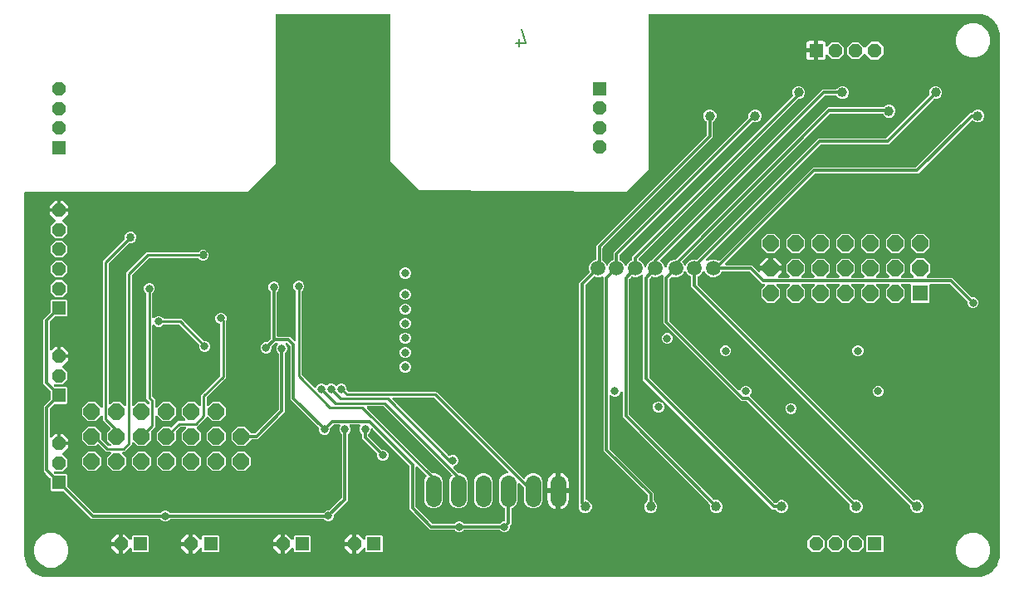
<source format=gbr>
G04 EAGLE Gerber RS-274X export*
G75*
%MOMM*%
%FSLAX34Y34*%
%LPD*%
%INBottom Copper*%
%IPPOS*%
%AMOC8*
5,1,8,0,0,1.08239X$1,22.5*%
G01*
%ADD10C,0.152400*%
%ADD11C,0.909600*%
%ADD12R,1.422400X1.422400*%
%ADD13P,1.539592X8X202.500000*%
%ADD14P,1.539592X8X22.500000*%
%ADD15P,1.759533X8X202.500000*%
%ADD16R,1.625600X1.625600*%
%ADD17P,1.759533X8X292.500000*%
%ADD18P,1.539592X8X112.500000*%
%ADD19P,1.759533X8X22.500000*%
%ADD20P,1.539592X8X292.500000*%
%ADD21C,1.625600*%
%ADD22C,0.808000*%
%ADD23C,0.304800*%
%ADD24C,0.279400*%
%ADD25C,1.508000*%
%ADD26C,1.008000*%
%ADD27C,0.858000*%

G36*
X975022Y2797D02*
X975022Y2797D01*
X975100Y2799D01*
X978375Y3056D01*
X978442Y3070D01*
X978511Y3075D01*
X978667Y3115D01*
X984897Y5139D01*
X985004Y5189D01*
X985115Y5233D01*
X985166Y5265D01*
X985185Y5274D01*
X985200Y5287D01*
X985251Y5319D01*
X990550Y9169D01*
X990637Y9250D01*
X990728Y9326D01*
X990767Y9373D01*
X990782Y9387D01*
X990793Y9404D01*
X990831Y9450D01*
X994681Y14749D01*
X994698Y14781D01*
X994720Y14807D01*
X994752Y14874D01*
X994802Y14953D01*
X994824Y15010D01*
X994834Y15028D01*
X994839Y15048D01*
X994861Y15103D01*
X996885Y21333D01*
X996898Y21401D01*
X996921Y21466D01*
X996944Y21625D01*
X997201Y24900D01*
X997200Y24922D01*
X997205Y25000D01*
X997205Y555000D01*
X997203Y555022D01*
X997201Y555100D01*
X996944Y558375D01*
X996930Y558442D01*
X996925Y558511D01*
X996885Y558667D01*
X994861Y564897D01*
X994811Y565004D01*
X994767Y565115D01*
X994735Y565166D01*
X994726Y565185D01*
X994713Y565200D01*
X994681Y565251D01*
X990831Y570550D01*
X990750Y570637D01*
X990674Y570728D01*
X990627Y570767D01*
X990613Y570782D01*
X990596Y570793D01*
X990550Y570831D01*
X985251Y574681D01*
X985147Y574738D01*
X985047Y574802D01*
X984990Y574824D01*
X984972Y574834D01*
X984952Y574839D01*
X984897Y574861D01*
X978667Y576885D01*
X978599Y576898D01*
X978534Y576921D01*
X978375Y576944D01*
X975100Y577201D01*
X975078Y577200D01*
X975000Y577205D01*
X640556Y577205D01*
X640438Y577190D01*
X640319Y577183D01*
X640281Y577170D01*
X640241Y577165D01*
X640130Y577122D01*
X640017Y577085D01*
X639983Y577063D01*
X639945Y577048D01*
X639849Y576979D01*
X639748Y576915D01*
X639720Y576885D01*
X639688Y576862D01*
X639612Y576770D01*
X639530Y576683D01*
X639511Y576648D01*
X639485Y576617D01*
X639434Y576509D01*
X639377Y576405D01*
X639367Y576365D01*
X639349Y576329D01*
X639327Y576212D01*
X639297Y576097D01*
X639293Y576037D01*
X639290Y576017D01*
X639291Y575996D01*
X639287Y575936D01*
X639287Y418832D01*
X616222Y395767D01*
X405503Y397186D01*
X375919Y426770D01*
X375919Y575936D01*
X375904Y576054D01*
X375897Y576173D01*
X375884Y576211D01*
X375879Y576252D01*
X375836Y576362D01*
X375799Y576475D01*
X375777Y576510D01*
X375762Y576547D01*
X375693Y576643D01*
X375629Y576744D01*
X375599Y576772D01*
X375576Y576805D01*
X375484Y576881D01*
X375397Y576962D01*
X375362Y576982D01*
X375331Y577007D01*
X375223Y577058D01*
X375119Y577116D01*
X375079Y577126D01*
X375043Y577143D01*
X374926Y577165D01*
X374811Y577195D01*
X374751Y577199D01*
X374731Y577203D01*
X374710Y577201D01*
X374650Y577205D01*
X260350Y577205D01*
X260232Y577190D01*
X260113Y577183D01*
X260075Y577170D01*
X260034Y577165D01*
X259924Y577122D01*
X259811Y577085D01*
X259776Y577063D01*
X259739Y577048D01*
X259643Y576979D01*
X259542Y576915D01*
X259514Y576885D01*
X259481Y576862D01*
X259406Y576770D01*
X259324Y576683D01*
X259304Y576648D01*
X259279Y576617D01*
X259228Y576509D01*
X259170Y576405D01*
X259160Y576365D01*
X259143Y576329D01*
X259121Y576212D01*
X259091Y576097D01*
X259087Y576037D01*
X259083Y576017D01*
X259085Y575996D01*
X259081Y575936D01*
X259081Y424388D01*
X230456Y395763D01*
X14361Y395763D01*
X14356Y395762D01*
X14346Y395763D01*
X4049Y395643D01*
X3939Y395628D01*
X3827Y395621D01*
X3782Y395606D01*
X3734Y395600D01*
X3631Y395557D01*
X3525Y395523D01*
X3484Y395497D01*
X3440Y395479D01*
X3350Y395413D01*
X3256Y395353D01*
X3223Y395318D01*
X3185Y395289D01*
X3115Y395203D01*
X3038Y395121D01*
X3015Y395079D01*
X2985Y395042D01*
X2938Y394940D01*
X2884Y394843D01*
X2872Y394796D01*
X2853Y394753D01*
X2833Y394643D01*
X2805Y394535D01*
X2800Y394461D01*
X2796Y394440D01*
X2798Y394422D01*
X2795Y394374D01*
X2795Y25000D01*
X2797Y24978D01*
X2799Y24900D01*
X3056Y21625D01*
X3070Y21558D01*
X3075Y21489D01*
X3115Y21333D01*
X5139Y15103D01*
X5183Y15009D01*
X5203Y14948D01*
X5217Y14925D01*
X5233Y14885D01*
X5265Y14834D01*
X5274Y14815D01*
X5287Y14800D01*
X5319Y14749D01*
X9169Y9450D01*
X9250Y9363D01*
X9326Y9272D01*
X9373Y9233D01*
X9387Y9218D01*
X9404Y9207D01*
X9450Y9169D01*
X14749Y5319D01*
X14853Y5262D01*
X14953Y5198D01*
X15010Y5176D01*
X15028Y5166D01*
X15048Y5161D01*
X15103Y5139D01*
X21333Y3115D01*
X21401Y3102D01*
X21466Y3079D01*
X21625Y3056D01*
X24900Y2799D01*
X24922Y2800D01*
X25000Y2795D01*
X975000Y2795D01*
X975022Y2797D01*
G37*
%LPC*%
G36*
X573369Y68048D02*
X573369Y68048D01*
X570956Y69047D01*
X569110Y70894D01*
X568110Y73307D01*
X568110Y75918D01*
X568355Y76508D01*
X568357Y76517D01*
X568362Y76525D01*
X568399Y76670D01*
X568439Y76815D01*
X568439Y76824D01*
X568441Y76833D01*
X568451Y76994D01*
X568451Y302888D01*
X578575Y313011D01*
X578593Y313035D01*
X578615Y313054D01*
X578690Y313160D01*
X578770Y313262D01*
X578781Y313290D01*
X578798Y313314D01*
X578844Y313435D01*
X578896Y313554D01*
X578901Y313584D01*
X578911Y313611D01*
X578925Y313740D01*
X578946Y313868D01*
X578943Y313898D01*
X578946Y313927D01*
X578928Y314056D01*
X578916Y314185D01*
X578906Y314213D01*
X578902Y314242D01*
X578850Y314394D01*
X578310Y315697D01*
X578310Y319303D01*
X579690Y322635D01*
X582240Y325185D01*
X585130Y326382D01*
X585156Y326396D01*
X585184Y326406D01*
X585294Y326475D01*
X585406Y326539D01*
X585428Y326560D01*
X585453Y326576D01*
X585542Y326670D01*
X585635Y326761D01*
X585650Y326786D01*
X585671Y326807D01*
X585733Y326921D01*
X585801Y327032D01*
X585810Y327060D01*
X585824Y327086D01*
X585857Y327212D01*
X585895Y327336D01*
X585896Y327365D01*
X585904Y327394D01*
X585914Y327554D01*
X585914Y340988D01*
X698255Y453329D01*
X698315Y453407D01*
X698383Y453479D01*
X698412Y453532D01*
X698449Y453580D01*
X698489Y453671D01*
X698537Y453757D01*
X698552Y453816D01*
X698576Y453872D01*
X698591Y453970D01*
X698616Y454065D01*
X698622Y454165D01*
X698626Y454186D01*
X698624Y454198D01*
X698626Y454226D01*
X698626Y466384D01*
X698623Y466414D01*
X698625Y466443D01*
X698603Y466571D01*
X698586Y466700D01*
X698576Y466727D01*
X698570Y466756D01*
X698517Y466875D01*
X698469Y466995D01*
X698452Y467019D01*
X698440Y467046D01*
X698359Y467148D01*
X698283Y467253D01*
X698260Y467272D01*
X698241Y467295D01*
X698138Y467373D01*
X698038Y467456D01*
X698011Y467468D01*
X697987Y467486D01*
X697973Y467493D01*
X696110Y469356D01*
X695110Y471769D01*
X695110Y474381D01*
X696110Y476794D01*
X697956Y478640D01*
X700369Y479640D01*
X702981Y479640D01*
X705394Y478640D01*
X707240Y476794D01*
X708240Y474381D01*
X708240Y471769D01*
X707240Y469356D01*
X705354Y467470D01*
X705344Y467464D01*
X705231Y467399D01*
X705210Y467379D01*
X705185Y467363D01*
X705096Y467268D01*
X705003Y467178D01*
X704987Y467153D01*
X704967Y467131D01*
X704904Y467018D01*
X704836Y466907D01*
X704828Y466879D01*
X704813Y466853D01*
X704781Y466727D01*
X704743Y466603D01*
X704741Y466574D01*
X704734Y466545D01*
X704724Y466384D01*
X704724Y451175D01*
X592383Y338834D01*
X592322Y338756D01*
X592254Y338684D01*
X592225Y338631D01*
X592188Y338583D01*
X592149Y338492D01*
X592101Y338405D01*
X592086Y338346D01*
X592062Y338291D01*
X592046Y338193D01*
X592021Y338097D01*
X592015Y337997D01*
X592012Y337977D01*
X592013Y337964D01*
X592011Y337936D01*
X592011Y326209D01*
X592024Y326111D01*
X592027Y326012D01*
X592043Y325954D01*
X592051Y325893D01*
X592088Y325801D01*
X592115Y325706D01*
X592146Y325654D01*
X592168Y325598D01*
X592226Y325518D01*
X592277Y325432D01*
X592343Y325357D01*
X592355Y325340D01*
X592364Y325333D01*
X592383Y325311D01*
X595060Y322635D01*
X595727Y321023D01*
X595796Y320902D01*
X595861Y320779D01*
X595875Y320764D01*
X595885Y320747D01*
X595982Y320647D01*
X596075Y320544D01*
X596092Y320533D01*
X596106Y320518D01*
X596225Y320445D01*
X596341Y320369D01*
X596360Y320363D01*
X596377Y320352D01*
X596510Y320311D01*
X596642Y320266D01*
X596662Y320264D01*
X596681Y320258D01*
X596820Y320252D01*
X596959Y320241D01*
X596979Y320244D01*
X596999Y320243D01*
X597135Y320271D01*
X597272Y320295D01*
X597291Y320303D01*
X597310Y320308D01*
X597436Y320369D01*
X597562Y320426D01*
X597578Y320438D01*
X597596Y320447D01*
X597702Y320537D01*
X597810Y320624D01*
X597823Y320640D01*
X597838Y320654D01*
X597918Y320767D01*
X598002Y320878D01*
X598014Y320904D01*
X598021Y320914D01*
X598028Y320933D01*
X598073Y321023D01*
X598740Y322635D01*
X601290Y325185D01*
X602593Y325724D01*
X602618Y325739D01*
X602646Y325748D01*
X602756Y325817D01*
X602869Y325882D01*
X602890Y325902D01*
X602915Y325918D01*
X603004Y326013D01*
X603097Y326103D01*
X603113Y326128D01*
X603133Y326150D01*
X603196Y326263D01*
X603264Y326374D01*
X603272Y326402D01*
X603287Y326428D01*
X603319Y326554D01*
X603357Y326678D01*
X603359Y326708D01*
X603366Y326736D01*
X603376Y326897D01*
X603376Y333737D01*
X740776Y471136D01*
X740837Y471215D01*
X740905Y471287D01*
X740934Y471340D01*
X740971Y471388D01*
X741010Y471479D01*
X741058Y471565D01*
X741073Y471624D01*
X741097Y471679D01*
X741113Y471777D01*
X741138Y471873D01*
X741144Y471973D01*
X741147Y471994D01*
X741146Y472006D01*
X741148Y472034D01*
X741148Y474381D01*
X742147Y476794D01*
X743994Y478640D01*
X746407Y479640D01*
X749018Y479640D01*
X751431Y478640D01*
X753278Y476794D01*
X754277Y474381D01*
X754277Y471769D01*
X753278Y469356D01*
X751431Y467510D01*
X749018Y466510D01*
X746407Y466510D01*
X746035Y466664D01*
X746007Y466672D01*
X745980Y466685D01*
X745854Y466714D01*
X745728Y466748D01*
X745699Y466749D01*
X745670Y466755D01*
X745540Y466751D01*
X745410Y466753D01*
X745382Y466746D01*
X745352Y466745D01*
X745227Y466709D01*
X745101Y466679D01*
X745075Y466665D01*
X745047Y466657D01*
X744935Y466591D01*
X744820Y466530D01*
X744798Y466510D01*
X744773Y466495D01*
X744652Y466389D01*
X609845Y331583D01*
X609785Y331504D01*
X609717Y331432D01*
X609688Y331379D01*
X609651Y331331D01*
X609611Y331240D01*
X609563Y331154D01*
X609548Y331095D01*
X609524Y331040D01*
X609509Y330942D01*
X609484Y330846D01*
X609478Y330746D01*
X609474Y330725D01*
X609476Y330713D01*
X609474Y330685D01*
X609474Y326897D01*
X609477Y326868D01*
X609475Y326838D01*
X609497Y326710D01*
X609514Y326581D01*
X609524Y326554D01*
X609529Y326525D01*
X609583Y326406D01*
X609631Y326286D01*
X609648Y326262D01*
X609660Y326235D01*
X609741Y326133D01*
X609817Y326028D01*
X609840Y326009D01*
X609859Y325986D01*
X609962Y325908D01*
X610062Y325825D01*
X610089Y325813D01*
X610113Y325795D01*
X610257Y325724D01*
X611560Y325185D01*
X614110Y322635D01*
X614777Y321023D01*
X614846Y320902D01*
X614911Y320779D01*
X614925Y320764D01*
X614935Y320747D01*
X615032Y320647D01*
X615125Y320544D01*
X615142Y320533D01*
X615156Y320518D01*
X615274Y320446D01*
X615391Y320369D01*
X615410Y320363D01*
X615427Y320352D01*
X615560Y320311D01*
X615692Y320266D01*
X615712Y320264D01*
X615731Y320258D01*
X615870Y320252D01*
X616009Y320241D01*
X616029Y320244D01*
X616049Y320243D01*
X616185Y320271D01*
X616322Y320295D01*
X616341Y320303D01*
X616360Y320307D01*
X616485Y320369D01*
X616612Y320426D01*
X616628Y320438D01*
X616646Y320447D01*
X616752Y320537D01*
X616860Y320624D01*
X616873Y320640D01*
X616888Y320654D01*
X616968Y320767D01*
X617052Y320878D01*
X617064Y320904D01*
X617071Y320914D01*
X617078Y320933D01*
X617123Y321023D01*
X617790Y322635D01*
X620340Y325185D01*
X621643Y325724D01*
X621668Y325739D01*
X621696Y325748D01*
X621806Y325817D01*
X621919Y325882D01*
X621940Y325902D01*
X621965Y325918D01*
X622054Y326013D01*
X622147Y326103D01*
X622163Y326128D01*
X622183Y326150D01*
X622246Y326263D01*
X622314Y326374D01*
X622322Y326402D01*
X622337Y326428D01*
X622369Y326554D01*
X622407Y326678D01*
X622409Y326708D01*
X622416Y326736D01*
X622426Y326897D01*
X622426Y329376D01*
X785887Y492837D01*
X785905Y492860D01*
X785927Y492879D01*
X786002Y492985D01*
X786082Y493088D01*
X786093Y493115D01*
X786110Y493139D01*
X786156Y493261D01*
X786208Y493380D01*
X786213Y493409D01*
X786223Y493437D01*
X786237Y493566D01*
X786258Y493694D01*
X786255Y493723D01*
X786258Y493753D01*
X786240Y493881D01*
X786228Y494011D01*
X786218Y494038D01*
X786214Y494068D01*
X786162Y494220D01*
X785598Y495582D01*
X785598Y498193D01*
X786597Y500606D01*
X788444Y502453D01*
X790857Y503452D01*
X793468Y503452D01*
X795881Y502453D01*
X797728Y500606D01*
X798727Y498193D01*
X798727Y495582D01*
X797728Y493169D01*
X795881Y491322D01*
X793468Y490323D01*
X792522Y490323D01*
X792423Y490310D01*
X792324Y490307D01*
X792266Y490291D01*
X792206Y490283D01*
X792114Y490246D01*
X792019Y490219D01*
X791967Y490188D01*
X791910Y490166D01*
X791830Y490108D01*
X791745Y490057D01*
X791670Y489991D01*
X791653Y489979D01*
X791645Y489970D01*
X791624Y489951D01*
X629300Y327627D01*
X629269Y327588D01*
X629233Y327554D01*
X629172Y327462D01*
X629105Y327376D01*
X629085Y327330D01*
X629058Y327288D01*
X629022Y327185D01*
X628979Y327084D01*
X628971Y327035D01*
X628955Y326988D01*
X628946Y326878D01*
X628929Y326770D01*
X628933Y326720D01*
X628930Y326671D01*
X628948Y326563D01*
X628959Y326453D01*
X628975Y326406D01*
X628984Y326357D01*
X629029Y326257D01*
X629066Y326154D01*
X629094Y326113D01*
X629114Y326067D01*
X629183Y325981D01*
X629245Y325891D01*
X629282Y325858D01*
X629313Y325819D01*
X629401Y325753D01*
X629483Y325680D01*
X629527Y325657D01*
X629567Y325628D01*
X629712Y325557D01*
X630610Y325185D01*
X633160Y322635D01*
X634621Y319107D01*
X634690Y318986D01*
X634755Y318863D01*
X634769Y318848D01*
X634779Y318830D01*
X634875Y318730D01*
X634969Y318628D01*
X634986Y318616D01*
X635000Y318602D01*
X635118Y318529D01*
X635235Y318453D01*
X635254Y318446D01*
X635271Y318436D01*
X635404Y318395D01*
X635535Y318350D01*
X635556Y318348D01*
X635575Y318342D01*
X635713Y318335D01*
X635852Y318324D01*
X635873Y318328D01*
X635893Y318327D01*
X636028Y318355D01*
X636166Y318379D01*
X636184Y318387D01*
X636204Y318391D01*
X636329Y318453D01*
X636456Y318509D01*
X636472Y318522D01*
X636490Y318531D01*
X636596Y318622D01*
X636704Y318708D01*
X636716Y318724D01*
X636732Y318737D01*
X636812Y318851D01*
X636895Y318962D01*
X636908Y318987D01*
X636915Y318997D01*
X636922Y319017D01*
X636966Y319107D01*
X638428Y322635D01*
X640978Y325185D01*
X642280Y325724D01*
X642306Y325739D01*
X642334Y325748D01*
X642444Y325817D01*
X642556Y325882D01*
X642578Y325902D01*
X642603Y325918D01*
X642692Y326013D01*
X642785Y326103D01*
X642800Y326128D01*
X642821Y326150D01*
X642883Y326263D01*
X642951Y326374D01*
X642960Y326402D01*
X642974Y326428D01*
X643007Y326554D01*
X643045Y326678D01*
X643045Y326681D01*
X816300Y499936D01*
X829922Y499936D01*
X829951Y499940D01*
X829981Y499938D01*
X830108Y499960D01*
X830237Y499976D01*
X830265Y499987D01*
X830294Y499992D01*
X830412Y500045D01*
X830533Y500093D01*
X830557Y500111D01*
X830584Y500123D01*
X830685Y500204D01*
X830790Y500280D01*
X830809Y500303D01*
X830832Y500321D01*
X830910Y500425D01*
X830993Y500525D01*
X831006Y500552D01*
X831023Y500575D01*
X831030Y500589D01*
X832894Y502453D01*
X835307Y503452D01*
X837918Y503452D01*
X840331Y502453D01*
X842178Y500606D01*
X843177Y498193D01*
X843177Y495582D01*
X842178Y493169D01*
X840331Y491322D01*
X837918Y490323D01*
X835307Y490323D01*
X832894Y491322D01*
X831007Y493209D01*
X831001Y493219D01*
X830937Y493331D01*
X830916Y493353D01*
X830900Y493378D01*
X830806Y493467D01*
X830716Y493560D01*
X830690Y493575D01*
X830669Y493596D01*
X830555Y493658D01*
X830444Y493726D01*
X830416Y493735D01*
X830390Y493749D01*
X830265Y493782D01*
X830141Y493820D01*
X830111Y493821D01*
X830082Y493829D01*
X829922Y493839D01*
X819351Y493839D01*
X819253Y493826D01*
X819154Y493823D01*
X819096Y493807D01*
X819036Y493799D01*
X818943Y493762D01*
X818848Y493735D01*
X818796Y493704D01*
X818740Y493682D01*
X818660Y493624D01*
X818574Y493573D01*
X818499Y493507D01*
X818483Y493495D01*
X818475Y493486D01*
X818454Y493467D01*
X651607Y326620D01*
X651534Y326526D01*
X651455Y326437D01*
X651437Y326401D01*
X651412Y326369D01*
X651364Y326259D01*
X651310Y326154D01*
X651302Y326114D01*
X651285Y326077D01*
X651267Y325959D01*
X651241Y325843D01*
X651242Y325803D01*
X651236Y325763D01*
X651247Y325644D01*
X651250Y325525D01*
X651262Y325487D01*
X651265Y325446D01*
X651306Y325334D01*
X651339Y325220D01*
X651359Y325185D01*
X651373Y325147D01*
X651440Y325048D01*
X651500Y324946D01*
X651540Y324901D01*
X651552Y324884D01*
X651567Y324870D01*
X651607Y324825D01*
X653797Y322635D01*
X655259Y319107D01*
X655327Y318986D01*
X655393Y318863D01*
X655406Y318848D01*
X655416Y318830D01*
X655513Y318730D01*
X655606Y318628D01*
X655623Y318617D01*
X655637Y318602D01*
X655756Y318529D01*
X655872Y318453D01*
X655891Y318446D01*
X655909Y318436D01*
X656041Y318395D01*
X656173Y318350D01*
X656193Y318348D01*
X656213Y318342D01*
X656351Y318335D01*
X656490Y318324D01*
X656510Y318328D01*
X656530Y318327D01*
X656666Y318355D01*
X656803Y318379D01*
X656822Y318387D01*
X656842Y318391D01*
X656967Y318453D01*
X657093Y318509D01*
X657109Y318522D01*
X657127Y318531D01*
X657233Y318621D01*
X657342Y318708D01*
X657354Y318724D01*
X657369Y318737D01*
X657449Y318851D01*
X657533Y318962D01*
X657545Y318987D01*
X657552Y318997D01*
X657560Y319017D01*
X657604Y319107D01*
X659065Y322635D01*
X661615Y325185D01*
X664947Y326565D01*
X666215Y326565D01*
X666313Y326577D01*
X666412Y326580D01*
X666470Y326597D01*
X666530Y326605D01*
X666623Y326641D01*
X666718Y326669D01*
X666770Y326699D01*
X666826Y326722D01*
X666906Y326780D01*
X666992Y326830D01*
X667067Y326896D01*
X667083Y326908D01*
X667091Y326918D01*
X667112Y326936D01*
X821912Y481736D01*
X878326Y481736D01*
X878424Y481748D01*
X878523Y481751D01*
X878581Y481768D01*
X878642Y481776D01*
X878734Y481812D01*
X878829Y481840D01*
X878881Y481870D01*
X878937Y481893D01*
X879017Y481951D01*
X879103Y482001D01*
X879178Y482067D01*
X879195Y482079D01*
X879202Y482089D01*
X879224Y482107D01*
X880519Y483403D01*
X882932Y484402D01*
X885543Y484402D01*
X887956Y483403D01*
X889803Y481556D01*
X890802Y479143D01*
X890802Y476532D01*
X889803Y474119D01*
X887956Y472272D01*
X885543Y471273D01*
X882932Y471273D01*
X880519Y472272D01*
X878672Y474119D01*
X878367Y474855D01*
X878353Y474880D01*
X878344Y474908D01*
X878274Y475018D01*
X878210Y475131D01*
X878189Y475152D01*
X878174Y475177D01*
X878079Y475266D01*
X877989Y475359D01*
X877963Y475375D01*
X877942Y475395D01*
X877828Y475458D01*
X877717Y475526D01*
X877689Y475534D01*
X877663Y475549D01*
X877538Y475581D01*
X877414Y475619D01*
X877384Y475621D01*
X877355Y475628D01*
X877195Y475638D01*
X824963Y475638D01*
X824865Y475626D01*
X824766Y475623D01*
X824708Y475606D01*
X824648Y475598D01*
X824555Y475562D01*
X824460Y475534D01*
X824408Y475504D01*
X824352Y475481D01*
X824272Y475423D01*
X824186Y475373D01*
X824111Y475307D01*
X824095Y475295D01*
X824087Y475285D01*
X824066Y475267D01*
X673832Y325033D01*
X673759Y324939D01*
X673680Y324849D01*
X673662Y324813D01*
X673637Y324781D01*
X673589Y324672D01*
X673535Y324566D01*
X673527Y324527D01*
X673510Y324490D01*
X673492Y324372D01*
X673466Y324256D01*
X673467Y324215D01*
X673461Y324175D01*
X673472Y324057D01*
X673475Y323938D01*
X673487Y323899D01*
X673490Y323859D01*
X673531Y323747D01*
X673564Y323632D01*
X673584Y323598D01*
X673598Y323560D01*
X673665Y323461D01*
X673725Y323359D01*
X673765Y323313D01*
X673777Y323296D01*
X673792Y323283D01*
X673832Y323238D01*
X674435Y322635D01*
X675102Y321023D01*
X675171Y320902D01*
X675236Y320779D01*
X675250Y320764D01*
X675260Y320747D01*
X675357Y320647D01*
X675450Y320544D01*
X675467Y320533D01*
X675481Y320518D01*
X675599Y320446D01*
X675716Y320369D01*
X675735Y320363D01*
X675752Y320352D01*
X675885Y320311D01*
X676017Y320266D01*
X676037Y320264D01*
X676056Y320258D01*
X676195Y320252D01*
X676334Y320241D01*
X676354Y320244D01*
X676374Y320243D01*
X676510Y320271D01*
X676647Y320295D01*
X676666Y320303D01*
X676685Y320308D01*
X676810Y320369D01*
X676937Y320426D01*
X676953Y320438D01*
X676971Y320447D01*
X677077Y320538D01*
X677185Y320624D01*
X677198Y320640D01*
X677213Y320654D01*
X677293Y320767D01*
X677377Y320878D01*
X677389Y320904D01*
X677396Y320914D01*
X677403Y320933D01*
X677448Y321023D01*
X678115Y322635D01*
X680665Y325185D01*
X683997Y326565D01*
X687603Y326565D01*
X687783Y326490D01*
X687811Y326482D01*
X687838Y326469D01*
X687965Y326441D01*
X688090Y326406D01*
X688119Y326406D01*
X688148Y326399D01*
X688278Y326403D01*
X688408Y326401D01*
X688437Y326408D01*
X688466Y326409D01*
X688591Y326445D01*
X688717Y326475D01*
X688743Y326489D01*
X688772Y326497D01*
X688883Y326563D01*
X688998Y326624D01*
X689020Y326644D01*
X689045Y326659D01*
X689166Y326765D01*
X810420Y448019D01*
X812577Y450176D01*
X880813Y450176D01*
X880911Y450189D01*
X881010Y450192D01*
X881068Y450208D01*
X881128Y450216D01*
X881221Y450253D01*
X881316Y450280D01*
X881368Y450311D01*
X881424Y450333D01*
X881504Y450391D01*
X881590Y450442D01*
X881665Y450508D01*
X881681Y450520D01*
X881689Y450529D01*
X881710Y450548D01*
X925122Y493959D01*
X925140Y493983D01*
X925162Y494002D01*
X925237Y494108D01*
X925317Y494211D01*
X925328Y494238D01*
X925345Y494262D01*
X925391Y494383D01*
X925443Y494502D01*
X925448Y494532D01*
X925458Y494559D01*
X925472Y494688D01*
X925493Y494816D01*
X925490Y494846D01*
X925493Y494875D01*
X925475Y495004D01*
X925463Y495133D01*
X925453Y495161D01*
X925449Y495190D01*
X925397Y495343D01*
X925298Y495582D01*
X925298Y498193D01*
X926297Y500606D01*
X928144Y502453D01*
X930557Y503452D01*
X933168Y503452D01*
X935581Y502453D01*
X937428Y500606D01*
X938427Y498193D01*
X938427Y495582D01*
X937428Y493169D01*
X935581Y491322D01*
X933168Y490323D01*
X930634Y490323D01*
X930536Y490310D01*
X930437Y490307D01*
X930379Y490291D01*
X930319Y490283D01*
X930226Y490246D01*
X930131Y490219D01*
X930079Y490188D01*
X930023Y490166D01*
X929943Y490108D01*
X929857Y490057D01*
X929782Y489991D01*
X929766Y489979D01*
X929758Y489970D01*
X929737Y489951D01*
X883864Y444079D01*
X815629Y444079D01*
X815530Y444066D01*
X815431Y444063D01*
X815373Y444047D01*
X815313Y444039D01*
X815221Y444002D01*
X815126Y443975D01*
X815074Y443944D01*
X815017Y443922D01*
X814937Y443864D01*
X814852Y443813D01*
X814777Y443747D01*
X814760Y443735D01*
X814752Y443726D01*
X814731Y443707D01*
X698241Y327217D01*
X698198Y327162D01*
X698148Y327114D01*
X698102Y327037D01*
X698046Y326966D01*
X698019Y326902D01*
X697982Y326842D01*
X697956Y326757D01*
X697920Y326674D01*
X697909Y326605D01*
X697889Y326538D01*
X697884Y326449D01*
X697870Y326360D01*
X697877Y326290D01*
X697873Y326221D01*
X697892Y326133D01*
X697900Y326043D01*
X697924Y325978D01*
X697938Y325909D01*
X697977Y325829D01*
X698008Y325744D01*
X698047Y325686D01*
X698077Y325624D01*
X698136Y325555D01*
X698186Y325481D01*
X698239Y325435D01*
X698284Y325382D01*
X698357Y325330D01*
X698425Y325270D01*
X698487Y325239D01*
X698544Y325199D01*
X698628Y325167D01*
X698708Y325126D01*
X698776Y325111D01*
X698841Y325086D01*
X698931Y325076D01*
X699018Y325056D01*
X699088Y325058D01*
X699157Y325051D01*
X699246Y325063D01*
X699336Y325066D01*
X699403Y325085D01*
X699472Y325095D01*
X699625Y325147D01*
X703047Y326565D01*
X706653Y326565D01*
X710201Y325095D01*
X710229Y325088D01*
X710255Y325074D01*
X710382Y325046D01*
X710507Y325011D01*
X710537Y325011D01*
X710566Y325004D01*
X710695Y325008D01*
X710825Y325006D01*
X710854Y325013D01*
X710884Y325014D01*
X711008Y325050D01*
X711135Y325080D01*
X711161Y325094D01*
X711189Y325102D01*
X711301Y325168D01*
X711416Y325229D01*
X711438Y325249D01*
X711463Y325264D01*
X711584Y325370D01*
X806775Y420561D01*
X911024Y420561D01*
X911122Y420574D01*
X911221Y420577D01*
X911279Y420593D01*
X911339Y420601D01*
X911432Y420638D01*
X911527Y420665D01*
X911579Y420696D01*
X911635Y420718D01*
X911715Y420776D01*
X911801Y420827D01*
X911876Y420893D01*
X911892Y420905D01*
X911900Y420914D01*
X911921Y420933D01*
X967112Y476124D01*
X968034Y476124D01*
X968064Y476127D01*
X968093Y476125D01*
X968221Y476147D01*
X968350Y476164D01*
X968377Y476174D01*
X968406Y476180D01*
X968525Y476233D01*
X968645Y476281D01*
X968669Y476298D01*
X968696Y476310D01*
X968798Y476391D01*
X968903Y476467D01*
X968922Y476490D01*
X968945Y476509D01*
X969023Y476612D01*
X969106Y476712D01*
X969118Y476739D01*
X969136Y476763D01*
X969143Y476777D01*
X971006Y478640D01*
X973419Y479640D01*
X976031Y479640D01*
X978444Y478640D01*
X980290Y476794D01*
X981290Y474381D01*
X981290Y471769D01*
X980290Y469356D01*
X978444Y467510D01*
X976031Y466510D01*
X973419Y466510D01*
X971006Y467510D01*
X969961Y468555D01*
X969867Y468628D01*
X969778Y468707D01*
X969742Y468725D01*
X969710Y468750D01*
X969601Y468797D01*
X969495Y468851D01*
X969455Y468860D01*
X969418Y468876D01*
X969300Y468895D01*
X969184Y468921D01*
X969144Y468920D01*
X969104Y468926D01*
X968985Y468915D01*
X968867Y468911D01*
X968828Y468900D01*
X968787Y468896D01*
X968675Y468856D01*
X968561Y468823D01*
X968526Y468802D01*
X968488Y468788D01*
X968390Y468722D01*
X968287Y468661D01*
X968242Y468621D01*
X968225Y468610D01*
X968212Y468595D01*
X968166Y468555D01*
X914075Y414464D01*
X809826Y414464D01*
X809728Y414451D01*
X809629Y414448D01*
X809571Y414432D01*
X809511Y414424D01*
X809418Y414387D01*
X809323Y414360D01*
X809271Y414329D01*
X809215Y414307D01*
X809135Y414249D01*
X809049Y414198D01*
X808974Y414132D01*
X808958Y414120D01*
X808950Y414111D01*
X808929Y414092D01*
X717552Y322715D01*
X717467Y322606D01*
X717378Y322499D01*
X717370Y322480D01*
X717357Y322464D01*
X717302Y322336D01*
X717243Y322211D01*
X717239Y322191D01*
X717231Y322172D01*
X717209Y322034D01*
X717183Y321898D01*
X717184Y321878D01*
X717181Y321858D01*
X717194Y321719D01*
X717203Y321581D01*
X717209Y321562D01*
X717211Y321542D01*
X717258Y321410D01*
X717301Y321279D01*
X717311Y321261D01*
X717318Y321242D01*
X717396Y321127D01*
X717471Y321010D01*
X717486Y320996D01*
X717497Y320979D01*
X717601Y320887D01*
X717702Y320792D01*
X717720Y320782D01*
X717735Y320769D01*
X717859Y320705D01*
X717981Y320638D01*
X718000Y320633D01*
X718019Y320624D01*
X718154Y320594D01*
X718289Y320559D01*
X718317Y320557D01*
X718329Y320554D01*
X718349Y320555D01*
X718450Y320549D01*
X744213Y320549D01*
X746370Y318391D01*
X750752Y314010D01*
X750862Y313924D01*
X750969Y313836D01*
X750987Y313827D01*
X751003Y313815D01*
X751131Y313759D01*
X751257Y313700D01*
X751276Y313696D01*
X751295Y313688D01*
X751433Y313666D01*
X751569Y313640D01*
X751589Y313642D01*
X751609Y313638D01*
X751748Y313651D01*
X751886Y313660D01*
X751906Y313666D01*
X751926Y313668D01*
X752057Y313715D01*
X752189Y313758D01*
X752206Y313769D01*
X752225Y313776D01*
X752340Y313854D01*
X752458Y313928D01*
X752472Y313943D01*
X752488Y313954D01*
X752580Y314059D01*
X752676Y314160D01*
X752685Y314178D01*
X752699Y314193D01*
X752762Y314317D01*
X752829Y314438D01*
X752834Y314458D01*
X752843Y314476D01*
X752874Y314612D01*
X752909Y314746D01*
X752910Y314774D01*
X752913Y314786D01*
X752912Y314807D01*
X752919Y314907D01*
X752919Y314961D01*
X762317Y314961D01*
X762436Y314976D01*
X762554Y314983D01*
X762593Y314996D01*
X762633Y315001D01*
X762744Y315044D01*
X762857Y315081D01*
X762891Y315103D01*
X762929Y315118D01*
X763025Y315188D01*
X763125Y315251D01*
X763153Y315281D01*
X763186Y315304D01*
X763262Y315396D01*
X763343Y315483D01*
X763363Y315518D01*
X763389Y315549D01*
X763439Y315657D01*
X763497Y315761D01*
X763507Y315801D01*
X763524Y315837D01*
X763547Y315954D01*
X763576Y316069D01*
X763580Y316130D01*
X763584Y316150D01*
X763583Y316170D01*
X763587Y316230D01*
X763587Y317501D01*
X763588Y317501D01*
X763588Y316230D01*
X763603Y316112D01*
X763611Y315993D01*
X763623Y315955D01*
X763628Y315914D01*
X763672Y315804D01*
X763709Y315691D01*
X763730Y315656D01*
X763745Y315619D01*
X763815Y315523D01*
X763879Y315422D01*
X763908Y315394D01*
X763932Y315361D01*
X764024Y315286D01*
X764111Y315204D01*
X764146Y315184D01*
X764177Y315159D01*
X764285Y315108D01*
X764389Y315050D01*
X764428Y315040D01*
X764465Y315023D01*
X764582Y315001D01*
X764697Y314971D01*
X764757Y314967D01*
X764777Y314963D01*
X764797Y314965D01*
X764858Y314961D01*
X774256Y314961D01*
X774256Y313081D01*
X771191Y310015D01*
X771106Y309906D01*
X771017Y309799D01*
X771008Y309780D01*
X770996Y309764D01*
X770940Y309636D01*
X770881Y309511D01*
X770878Y309491D01*
X770870Y309472D01*
X770848Y309334D01*
X770822Y309198D01*
X770823Y309178D01*
X770820Y309158D01*
X770833Y309019D01*
X770841Y308881D01*
X770848Y308862D01*
X770849Y308842D01*
X770897Y308710D01*
X770939Y308579D01*
X770950Y308561D01*
X770957Y308542D01*
X771035Y308427D01*
X771110Y308310D01*
X771124Y308296D01*
X771136Y308279D01*
X771240Y308187D01*
X771341Y308092D01*
X771359Y308082D01*
X771374Y308069D01*
X771498Y308005D01*
X771620Y307938D01*
X771639Y307933D01*
X771657Y307924D01*
X771793Y307894D01*
X771928Y307859D01*
X771956Y307857D01*
X771968Y307854D01*
X771988Y307855D01*
X772088Y307849D01*
X781924Y307849D01*
X782061Y307866D01*
X782200Y307879D01*
X782219Y307886D01*
X782239Y307889D01*
X782368Y307940D01*
X782499Y307987D01*
X782516Y307998D01*
X782535Y308006D01*
X782647Y308087D01*
X782762Y308165D01*
X782776Y308181D01*
X782792Y308192D01*
X782881Y308300D01*
X782973Y308404D01*
X782982Y308422D01*
X782995Y308437D01*
X783054Y308563D01*
X783117Y308687D01*
X783122Y308707D01*
X783130Y308725D01*
X783157Y308861D01*
X783187Y308997D01*
X783186Y309018D01*
X783190Y309037D01*
X783182Y309176D01*
X783177Y309315D01*
X783172Y309335D01*
X783170Y309355D01*
X783128Y309487D01*
X783089Y309621D01*
X783079Y309638D01*
X783072Y309657D01*
X782998Y309775D01*
X782927Y309895D01*
X782909Y309916D01*
X782902Y309926D01*
X782887Y309940D01*
X782821Y310015D01*
X779335Y313502D01*
X779335Y321498D01*
X784989Y327153D01*
X792986Y327153D01*
X798640Y321498D01*
X798640Y313502D01*
X795154Y310015D01*
X795069Y309906D01*
X794980Y309799D01*
X794971Y309780D01*
X794959Y309764D01*
X794904Y309636D01*
X794845Y309511D01*
X794841Y309491D01*
X794833Y309472D01*
X794811Y309334D01*
X794785Y309198D01*
X794786Y309178D01*
X794783Y309158D01*
X794796Y309019D01*
X794805Y308881D01*
X794811Y308862D01*
X794813Y308842D01*
X794860Y308710D01*
X794903Y308579D01*
X794913Y308561D01*
X794920Y308542D01*
X794998Y308427D01*
X795073Y308310D01*
X795087Y308296D01*
X795099Y308279D01*
X795203Y308187D01*
X795304Y308092D01*
X795322Y308082D01*
X795337Y308069D01*
X795461Y308005D01*
X795583Y307938D01*
X795602Y307933D01*
X795620Y307924D01*
X795756Y307894D01*
X795891Y307859D01*
X795919Y307857D01*
X795931Y307854D01*
X795951Y307855D01*
X796051Y307849D01*
X807324Y307849D01*
X807461Y307866D01*
X807600Y307879D01*
X807619Y307886D01*
X807639Y307889D01*
X807768Y307940D01*
X807899Y307987D01*
X807916Y307998D01*
X807935Y308006D01*
X808047Y308087D01*
X808162Y308165D01*
X808176Y308181D01*
X808192Y308192D01*
X808281Y308300D01*
X808373Y308404D01*
X808382Y308422D01*
X808395Y308437D01*
X808454Y308563D01*
X808517Y308687D01*
X808522Y308707D01*
X808530Y308725D01*
X808557Y308861D01*
X808587Y308997D01*
X808586Y309018D01*
X808590Y309037D01*
X808582Y309176D01*
X808577Y309315D01*
X808572Y309335D01*
X808570Y309355D01*
X808528Y309487D01*
X808489Y309621D01*
X808479Y309638D01*
X808472Y309657D01*
X808398Y309775D01*
X808327Y309895D01*
X808309Y309916D01*
X808302Y309926D01*
X808287Y309940D01*
X808221Y310015D01*
X804735Y313502D01*
X804735Y321498D01*
X810389Y327153D01*
X818386Y327153D01*
X824040Y321498D01*
X824040Y313502D01*
X820554Y310015D01*
X820469Y309906D01*
X820380Y309799D01*
X820371Y309780D01*
X820359Y309764D01*
X820304Y309636D01*
X820245Y309511D01*
X820241Y309491D01*
X820233Y309472D01*
X820211Y309334D01*
X820185Y309198D01*
X820186Y309178D01*
X820183Y309158D01*
X820196Y309019D01*
X820205Y308881D01*
X820211Y308862D01*
X820213Y308842D01*
X820260Y308710D01*
X820303Y308579D01*
X820313Y308561D01*
X820320Y308542D01*
X820398Y308427D01*
X820473Y308310D01*
X820487Y308296D01*
X820499Y308279D01*
X820603Y308187D01*
X820704Y308092D01*
X820722Y308082D01*
X820737Y308069D01*
X820861Y308005D01*
X820983Y307938D01*
X821002Y307933D01*
X821020Y307924D01*
X821156Y307894D01*
X821291Y307859D01*
X821319Y307857D01*
X821331Y307854D01*
X821351Y307855D01*
X821451Y307849D01*
X832724Y307849D01*
X832861Y307866D01*
X833000Y307879D01*
X833019Y307886D01*
X833039Y307889D01*
X833168Y307940D01*
X833299Y307987D01*
X833316Y307998D01*
X833335Y308006D01*
X833447Y308087D01*
X833562Y308165D01*
X833576Y308181D01*
X833592Y308192D01*
X833681Y308300D01*
X833773Y308404D01*
X833782Y308422D01*
X833795Y308437D01*
X833854Y308563D01*
X833917Y308687D01*
X833922Y308707D01*
X833930Y308725D01*
X833957Y308861D01*
X833987Y308997D01*
X833986Y309018D01*
X833990Y309037D01*
X833982Y309176D01*
X833977Y309315D01*
X833972Y309335D01*
X833970Y309355D01*
X833928Y309487D01*
X833889Y309621D01*
X833879Y309638D01*
X833872Y309657D01*
X833798Y309775D01*
X833727Y309895D01*
X833709Y309916D01*
X833702Y309926D01*
X833687Y309940D01*
X833621Y310015D01*
X830135Y313502D01*
X830135Y321498D01*
X835789Y327153D01*
X843786Y327153D01*
X849440Y321498D01*
X849440Y313502D01*
X845954Y310015D01*
X845869Y309906D01*
X845780Y309799D01*
X845771Y309780D01*
X845759Y309764D01*
X845704Y309636D01*
X845645Y309511D01*
X845641Y309491D01*
X845633Y309472D01*
X845611Y309334D01*
X845585Y309198D01*
X845586Y309178D01*
X845583Y309158D01*
X845596Y309019D01*
X845605Y308881D01*
X845611Y308862D01*
X845613Y308842D01*
X845660Y308710D01*
X845703Y308579D01*
X845713Y308561D01*
X845720Y308542D01*
X845798Y308427D01*
X845873Y308310D01*
X845887Y308296D01*
X845899Y308279D01*
X846003Y308187D01*
X846104Y308092D01*
X846122Y308082D01*
X846137Y308069D01*
X846261Y308005D01*
X846383Y307938D01*
X846402Y307933D01*
X846420Y307924D01*
X846556Y307894D01*
X846691Y307859D01*
X846719Y307857D01*
X846731Y307854D01*
X846751Y307855D01*
X846851Y307849D01*
X858124Y307849D01*
X858261Y307866D01*
X858400Y307879D01*
X858419Y307886D01*
X858439Y307889D01*
X858568Y307940D01*
X858699Y307987D01*
X858716Y307998D01*
X858735Y308006D01*
X858847Y308087D01*
X858962Y308165D01*
X858976Y308181D01*
X858992Y308192D01*
X859081Y308300D01*
X859173Y308404D01*
X859182Y308422D01*
X859195Y308437D01*
X859254Y308563D01*
X859317Y308687D01*
X859322Y308707D01*
X859330Y308725D01*
X859357Y308861D01*
X859387Y308997D01*
X859386Y309018D01*
X859390Y309037D01*
X859382Y309176D01*
X859377Y309315D01*
X859372Y309335D01*
X859370Y309355D01*
X859328Y309487D01*
X859289Y309621D01*
X859279Y309638D01*
X859272Y309657D01*
X859198Y309775D01*
X859127Y309895D01*
X859109Y309916D01*
X859102Y309926D01*
X859087Y309940D01*
X859021Y310015D01*
X855535Y313502D01*
X855535Y321498D01*
X861189Y327153D01*
X869186Y327153D01*
X874840Y321498D01*
X874840Y313502D01*
X871354Y310015D01*
X871269Y309906D01*
X871180Y309799D01*
X871171Y309780D01*
X871159Y309764D01*
X871104Y309636D01*
X871045Y309511D01*
X871041Y309491D01*
X871033Y309472D01*
X871011Y309334D01*
X870985Y309198D01*
X870986Y309178D01*
X870983Y309158D01*
X870996Y309019D01*
X871005Y308881D01*
X871011Y308862D01*
X871013Y308842D01*
X871060Y308710D01*
X871103Y308579D01*
X871113Y308561D01*
X871120Y308542D01*
X871198Y308427D01*
X871273Y308310D01*
X871287Y308296D01*
X871299Y308279D01*
X871403Y308187D01*
X871504Y308092D01*
X871522Y308082D01*
X871537Y308069D01*
X871661Y308005D01*
X871783Y307938D01*
X871802Y307933D01*
X871820Y307924D01*
X871956Y307894D01*
X872091Y307859D01*
X872119Y307857D01*
X872131Y307854D01*
X872151Y307855D01*
X872251Y307849D01*
X883524Y307849D01*
X883661Y307866D01*
X883800Y307879D01*
X883819Y307886D01*
X883839Y307889D01*
X883968Y307940D01*
X884099Y307987D01*
X884116Y307998D01*
X884135Y308006D01*
X884247Y308087D01*
X884362Y308165D01*
X884376Y308181D01*
X884392Y308192D01*
X884481Y308300D01*
X884573Y308404D01*
X884582Y308422D01*
X884595Y308437D01*
X884654Y308563D01*
X884717Y308687D01*
X884722Y308707D01*
X884730Y308725D01*
X884757Y308861D01*
X884787Y308997D01*
X884786Y309018D01*
X884790Y309037D01*
X884782Y309176D01*
X884777Y309315D01*
X884772Y309335D01*
X884770Y309355D01*
X884728Y309487D01*
X884689Y309621D01*
X884679Y309638D01*
X884672Y309657D01*
X884598Y309775D01*
X884527Y309895D01*
X884509Y309916D01*
X884502Y309926D01*
X884487Y309940D01*
X884421Y310015D01*
X880935Y313502D01*
X880935Y321498D01*
X886589Y327153D01*
X894586Y327153D01*
X900240Y321498D01*
X900240Y313502D01*
X896754Y310015D01*
X896669Y309906D01*
X896580Y309799D01*
X896571Y309780D01*
X896559Y309764D01*
X896504Y309636D01*
X896445Y309511D01*
X896441Y309491D01*
X896433Y309472D01*
X896411Y309334D01*
X896385Y309198D01*
X896386Y309178D01*
X896383Y309158D01*
X896396Y309019D01*
X896405Y308881D01*
X896411Y308862D01*
X896413Y308842D01*
X896460Y308710D01*
X896503Y308579D01*
X896513Y308561D01*
X896520Y308542D01*
X896598Y308427D01*
X896673Y308310D01*
X896687Y308296D01*
X896699Y308279D01*
X896803Y308187D01*
X896904Y308092D01*
X896922Y308082D01*
X896937Y308069D01*
X897061Y308005D01*
X897183Y307938D01*
X897202Y307933D01*
X897220Y307924D01*
X897356Y307894D01*
X897491Y307859D01*
X897519Y307857D01*
X897531Y307854D01*
X897551Y307855D01*
X897651Y307849D01*
X908205Y307849D01*
X908343Y307866D01*
X908481Y307879D01*
X908501Y307886D01*
X908521Y307889D01*
X908650Y307940D01*
X908781Y307987D01*
X908798Y307998D01*
X908816Y308006D01*
X908929Y308087D01*
X909044Y308165D01*
X909057Y308181D01*
X909074Y308192D01*
X909162Y308300D01*
X909254Y308404D01*
X909264Y308422D01*
X909276Y308437D01*
X909336Y308563D01*
X909399Y308687D01*
X909403Y308707D01*
X909412Y308725D01*
X909438Y308861D01*
X909469Y308997D01*
X909468Y309018D01*
X909472Y309037D01*
X909463Y309176D01*
X909459Y309315D01*
X909453Y309335D01*
X909452Y309355D01*
X909409Y309487D01*
X909371Y309621D01*
X909360Y309638D01*
X909354Y309657D01*
X909279Y309775D01*
X909209Y309895D01*
X909190Y309916D01*
X909184Y309926D01*
X909169Y309940D01*
X909103Y310015D01*
X905827Y313291D01*
X905827Y321709D01*
X911779Y327661D01*
X920196Y327661D01*
X926148Y321709D01*
X926148Y313291D01*
X922872Y310015D01*
X922787Y309906D01*
X922699Y309799D01*
X922690Y309780D01*
X922677Y309764D01*
X922622Y309636D01*
X922563Y309511D01*
X922559Y309491D01*
X922551Y309472D01*
X922529Y309334D01*
X922503Y309198D01*
X922504Y309178D01*
X922501Y309158D01*
X922514Y309019D01*
X922523Y308881D01*
X922529Y308862D01*
X922531Y308842D01*
X922578Y308710D01*
X922621Y308579D01*
X922632Y308561D01*
X922639Y308542D01*
X922717Y308427D01*
X922791Y308310D01*
X922806Y308296D01*
X922817Y308279D01*
X922922Y308187D01*
X923023Y308092D01*
X923040Y308082D01*
X923056Y308069D01*
X923180Y308005D01*
X923301Y307938D01*
X923321Y307933D01*
X923339Y307924D01*
X923475Y307894D01*
X923609Y307859D01*
X923637Y307857D01*
X923649Y307854D01*
X923670Y307855D01*
X923770Y307849D01*
X949000Y307849D01*
X968338Y288511D01*
X968416Y288451D01*
X968488Y288383D01*
X968541Y288354D01*
X968589Y288317D01*
X968680Y288277D01*
X968766Y288229D01*
X968825Y288214D01*
X968881Y288190D01*
X968979Y288175D01*
X969074Y288150D01*
X969174Y288144D01*
X969195Y288140D01*
X969207Y288142D01*
X969235Y288140D01*
X971069Y288140D01*
X973115Y287293D01*
X974680Y285727D01*
X975527Y283682D01*
X975527Y281468D01*
X974680Y279423D01*
X973115Y277857D01*
X971069Y277010D01*
X968856Y277010D01*
X966810Y277857D01*
X965245Y279423D01*
X964398Y281468D01*
X964398Y283302D01*
X964385Y283401D01*
X964382Y283500D01*
X964376Y283520D01*
X964375Y283536D01*
X964364Y283572D01*
X964358Y283618D01*
X964321Y283710D01*
X964294Y283805D01*
X964281Y283827D01*
X964277Y283838D01*
X964259Y283867D01*
X964241Y283914D01*
X964183Y283994D01*
X964132Y284079D01*
X964066Y284154D01*
X964054Y284171D01*
X964045Y284179D01*
X964026Y284200D01*
X946846Y301380D01*
X946768Y301440D01*
X946696Y301508D01*
X946643Y301537D01*
X946595Y301574D01*
X946504Y301614D01*
X946418Y301662D01*
X946359Y301677D01*
X946303Y301701D01*
X946205Y301716D01*
X946110Y301741D01*
X946010Y301747D01*
X945989Y301751D01*
X945977Y301749D01*
X945949Y301751D01*
X926909Y301751D01*
X926791Y301736D01*
X926673Y301729D01*
X926634Y301716D01*
X926594Y301711D01*
X926483Y301668D01*
X926370Y301631D01*
X926336Y301609D01*
X926298Y301594D01*
X926202Y301525D01*
X926101Y301461D01*
X926074Y301431D01*
X926041Y301408D01*
X925965Y301316D01*
X925883Y301229D01*
X925864Y301194D01*
X925838Y301163D01*
X925787Y301055D01*
X925730Y300951D01*
X925720Y300911D01*
X925703Y300875D01*
X925680Y300758D01*
X925650Y300643D01*
X925647Y300583D01*
X925643Y300563D01*
X925644Y300542D01*
X925640Y300482D01*
X925640Y283340D01*
X924747Y282447D01*
X907228Y282447D01*
X906335Y283340D01*
X906335Y300482D01*
X906320Y300600D01*
X906312Y300719D01*
X906300Y300757D01*
X906295Y300798D01*
X906251Y300908D01*
X906214Y301021D01*
X906193Y301056D01*
X906178Y301093D01*
X906108Y301189D01*
X906044Y301290D01*
X906015Y301318D01*
X905991Y301351D01*
X905899Y301427D01*
X905813Y301508D01*
X905777Y301528D01*
X905746Y301553D01*
X905638Y301604D01*
X905534Y301662D01*
X905495Y301672D01*
X905458Y301689D01*
X905342Y301711D01*
X905226Y301741D01*
X905166Y301745D01*
X905146Y301749D01*
X905126Y301747D01*
X905066Y301751D01*
X897651Y301751D01*
X897514Y301734D01*
X897375Y301721D01*
X897356Y301714D01*
X897336Y301711D01*
X897207Y301660D01*
X897076Y301613D01*
X897059Y301602D01*
X897040Y301594D01*
X896928Y301513D01*
X896813Y301435D01*
X896799Y301419D01*
X896783Y301408D01*
X896694Y301300D01*
X896602Y301196D01*
X896593Y301178D01*
X896580Y301163D01*
X896521Y301037D01*
X896458Y300913D01*
X896453Y300893D01*
X896445Y300875D01*
X896418Y300739D01*
X896388Y300603D01*
X896389Y300582D01*
X896385Y300563D01*
X896393Y300424D01*
X896398Y300285D01*
X896403Y300265D01*
X896405Y300245D01*
X896447Y300113D01*
X896486Y299979D01*
X896496Y299962D01*
X896503Y299943D01*
X896577Y299825D01*
X896648Y299705D01*
X896666Y299684D01*
X896673Y299674D01*
X896688Y299660D01*
X896754Y299585D01*
X900240Y296098D01*
X900240Y288102D01*
X894586Y282447D01*
X886589Y282447D01*
X880935Y288102D01*
X880935Y296098D01*
X884421Y299585D01*
X884506Y299694D01*
X884595Y299801D01*
X884604Y299820D01*
X884616Y299836D01*
X884671Y299964D01*
X884730Y300089D01*
X884734Y300109D01*
X884742Y300128D01*
X884764Y300266D01*
X884790Y300402D01*
X884789Y300422D01*
X884792Y300442D01*
X884779Y300581D01*
X884770Y300719D01*
X884764Y300738D01*
X884762Y300758D01*
X884715Y300890D01*
X884672Y301021D01*
X884662Y301039D01*
X884655Y301058D01*
X884577Y301173D01*
X884502Y301290D01*
X884488Y301304D01*
X884476Y301321D01*
X884372Y301413D01*
X884271Y301508D01*
X884253Y301518D01*
X884238Y301531D01*
X884114Y301595D01*
X883992Y301662D01*
X883973Y301667D01*
X883955Y301676D01*
X883819Y301706D01*
X883684Y301741D01*
X883656Y301743D01*
X883644Y301746D01*
X883624Y301745D01*
X883524Y301751D01*
X872251Y301751D01*
X872114Y301734D01*
X871975Y301721D01*
X871956Y301714D01*
X871936Y301711D01*
X871807Y301660D01*
X871676Y301613D01*
X871659Y301602D01*
X871640Y301594D01*
X871528Y301513D01*
X871413Y301435D01*
X871399Y301419D01*
X871383Y301408D01*
X871294Y301300D01*
X871202Y301196D01*
X871193Y301178D01*
X871180Y301163D01*
X871121Y301037D01*
X871058Y300913D01*
X871053Y300893D01*
X871045Y300875D01*
X871018Y300739D01*
X870988Y300603D01*
X870989Y300582D01*
X870985Y300563D01*
X870993Y300424D01*
X870998Y300285D01*
X871003Y300265D01*
X871005Y300245D01*
X871047Y300113D01*
X871086Y299979D01*
X871096Y299962D01*
X871103Y299943D01*
X871177Y299825D01*
X871248Y299705D01*
X871266Y299684D01*
X871273Y299674D01*
X871288Y299660D01*
X871354Y299585D01*
X874840Y296098D01*
X874840Y288102D01*
X869186Y282447D01*
X861189Y282447D01*
X855535Y288102D01*
X855535Y296098D01*
X859021Y299585D01*
X859106Y299694D01*
X859195Y299801D01*
X859204Y299820D01*
X859216Y299836D01*
X859271Y299964D01*
X859330Y300089D01*
X859334Y300109D01*
X859342Y300128D01*
X859364Y300266D01*
X859390Y300402D01*
X859389Y300422D01*
X859392Y300442D01*
X859379Y300581D01*
X859370Y300719D01*
X859364Y300738D01*
X859362Y300758D01*
X859315Y300890D01*
X859272Y301021D01*
X859262Y301039D01*
X859255Y301058D01*
X859177Y301173D01*
X859102Y301290D01*
X859088Y301304D01*
X859076Y301321D01*
X858972Y301413D01*
X858871Y301508D01*
X858853Y301518D01*
X858838Y301531D01*
X858714Y301595D01*
X858592Y301662D01*
X858573Y301667D01*
X858555Y301676D01*
X858419Y301706D01*
X858284Y301741D01*
X858256Y301743D01*
X858244Y301746D01*
X858224Y301745D01*
X858124Y301751D01*
X846851Y301751D01*
X846714Y301734D01*
X846575Y301721D01*
X846556Y301714D01*
X846536Y301711D01*
X846407Y301660D01*
X846276Y301613D01*
X846259Y301602D01*
X846240Y301594D01*
X846128Y301513D01*
X846013Y301435D01*
X845999Y301419D01*
X845983Y301408D01*
X845894Y301300D01*
X845802Y301196D01*
X845793Y301178D01*
X845780Y301163D01*
X845721Y301037D01*
X845658Y300913D01*
X845653Y300893D01*
X845645Y300875D01*
X845618Y300739D01*
X845588Y300603D01*
X845589Y300582D01*
X845585Y300563D01*
X845593Y300424D01*
X845598Y300285D01*
X845603Y300265D01*
X845605Y300245D01*
X845647Y300113D01*
X845686Y299979D01*
X845696Y299962D01*
X845703Y299943D01*
X845777Y299825D01*
X845848Y299705D01*
X845866Y299684D01*
X845873Y299674D01*
X845888Y299660D01*
X845954Y299585D01*
X849440Y296098D01*
X849440Y288102D01*
X843786Y282447D01*
X835789Y282447D01*
X830135Y288102D01*
X830135Y296098D01*
X833621Y299585D01*
X833706Y299694D01*
X833795Y299801D01*
X833804Y299820D01*
X833816Y299836D01*
X833871Y299964D01*
X833930Y300089D01*
X833934Y300109D01*
X833942Y300128D01*
X833964Y300266D01*
X833990Y300402D01*
X833989Y300422D01*
X833992Y300442D01*
X833979Y300581D01*
X833970Y300719D01*
X833964Y300738D01*
X833962Y300758D01*
X833915Y300890D01*
X833872Y301021D01*
X833862Y301039D01*
X833855Y301058D01*
X833777Y301173D01*
X833702Y301290D01*
X833688Y301304D01*
X833676Y301321D01*
X833572Y301413D01*
X833471Y301508D01*
X833453Y301518D01*
X833438Y301531D01*
X833314Y301595D01*
X833192Y301662D01*
X833173Y301667D01*
X833155Y301676D01*
X833019Y301706D01*
X832884Y301741D01*
X832856Y301743D01*
X832844Y301746D01*
X832824Y301745D01*
X832724Y301751D01*
X821451Y301751D01*
X821314Y301734D01*
X821175Y301721D01*
X821156Y301714D01*
X821136Y301711D01*
X821007Y301660D01*
X820876Y301613D01*
X820859Y301602D01*
X820840Y301594D01*
X820728Y301513D01*
X820613Y301435D01*
X820599Y301419D01*
X820583Y301408D01*
X820494Y301300D01*
X820402Y301196D01*
X820393Y301178D01*
X820380Y301163D01*
X820321Y301037D01*
X820258Y300913D01*
X820253Y300893D01*
X820245Y300875D01*
X820218Y300739D01*
X820188Y300603D01*
X820189Y300582D01*
X820185Y300563D01*
X820193Y300424D01*
X820198Y300285D01*
X820203Y300265D01*
X820205Y300245D01*
X820247Y300113D01*
X820286Y299979D01*
X820296Y299962D01*
X820303Y299943D01*
X820377Y299825D01*
X820448Y299705D01*
X820466Y299684D01*
X820473Y299674D01*
X820488Y299660D01*
X820554Y299585D01*
X824040Y296098D01*
X824040Y288102D01*
X818386Y282447D01*
X810389Y282447D01*
X804735Y288102D01*
X804735Y296098D01*
X808221Y299585D01*
X808306Y299694D01*
X808395Y299801D01*
X808404Y299820D01*
X808416Y299836D01*
X808471Y299964D01*
X808530Y300089D01*
X808534Y300109D01*
X808542Y300128D01*
X808564Y300266D01*
X808590Y300402D01*
X808589Y300422D01*
X808592Y300442D01*
X808579Y300581D01*
X808570Y300719D01*
X808564Y300738D01*
X808562Y300758D01*
X808515Y300890D01*
X808472Y301021D01*
X808462Y301039D01*
X808455Y301058D01*
X808377Y301173D01*
X808302Y301290D01*
X808288Y301304D01*
X808276Y301321D01*
X808172Y301413D01*
X808071Y301508D01*
X808053Y301518D01*
X808038Y301531D01*
X807914Y301595D01*
X807792Y301662D01*
X807773Y301667D01*
X807755Y301676D01*
X807619Y301706D01*
X807484Y301741D01*
X807456Y301743D01*
X807444Y301746D01*
X807424Y301745D01*
X807324Y301751D01*
X796051Y301751D01*
X795914Y301734D01*
X795775Y301721D01*
X795756Y301714D01*
X795736Y301711D01*
X795607Y301660D01*
X795476Y301613D01*
X795459Y301602D01*
X795440Y301594D01*
X795328Y301513D01*
X795213Y301435D01*
X795199Y301419D01*
X795183Y301408D01*
X795094Y301300D01*
X795002Y301196D01*
X794993Y301178D01*
X794980Y301163D01*
X794921Y301037D01*
X794858Y300913D01*
X794853Y300893D01*
X794845Y300875D01*
X794818Y300739D01*
X794788Y300603D01*
X794789Y300582D01*
X794785Y300563D01*
X794793Y300424D01*
X794798Y300285D01*
X794803Y300265D01*
X794805Y300245D01*
X794847Y300113D01*
X794886Y299979D01*
X794896Y299962D01*
X794903Y299943D01*
X794977Y299825D01*
X795048Y299705D01*
X795066Y299684D01*
X795073Y299674D01*
X795088Y299660D01*
X795154Y299585D01*
X798640Y296098D01*
X798640Y288102D01*
X792986Y282447D01*
X784989Y282447D01*
X779335Y288102D01*
X779335Y296098D01*
X782821Y299585D01*
X782906Y299694D01*
X782995Y299801D01*
X783004Y299820D01*
X783016Y299836D01*
X783071Y299964D01*
X783130Y300089D01*
X783134Y300109D01*
X783142Y300128D01*
X783164Y300266D01*
X783190Y300402D01*
X783189Y300422D01*
X783192Y300442D01*
X783179Y300581D01*
X783170Y300719D01*
X783164Y300738D01*
X783162Y300758D01*
X783115Y300890D01*
X783072Y301021D01*
X783062Y301039D01*
X783055Y301058D01*
X782977Y301173D01*
X782902Y301290D01*
X782888Y301304D01*
X782876Y301321D01*
X782772Y301413D01*
X782671Y301508D01*
X782653Y301518D01*
X782638Y301531D01*
X782514Y301595D01*
X782392Y301662D01*
X782373Y301667D01*
X782355Y301676D01*
X782219Y301706D01*
X782084Y301741D01*
X782056Y301743D01*
X782044Y301746D01*
X782024Y301745D01*
X781924Y301751D01*
X770651Y301751D01*
X770514Y301734D01*
X770375Y301721D01*
X770356Y301714D01*
X770336Y301711D01*
X770207Y301660D01*
X770076Y301613D01*
X770059Y301602D01*
X770040Y301594D01*
X769928Y301513D01*
X769813Y301435D01*
X769799Y301419D01*
X769783Y301408D01*
X769694Y301300D01*
X769602Y301196D01*
X769593Y301178D01*
X769580Y301163D01*
X769521Y301037D01*
X769458Y300913D01*
X769453Y300893D01*
X769445Y300875D01*
X769418Y300739D01*
X769388Y300603D01*
X769389Y300582D01*
X769385Y300563D01*
X769393Y300424D01*
X769398Y300285D01*
X769403Y300265D01*
X769405Y300245D01*
X769447Y300113D01*
X769486Y299979D01*
X769496Y299962D01*
X769503Y299943D01*
X769577Y299825D01*
X769648Y299705D01*
X769666Y299684D01*
X769673Y299674D01*
X769688Y299660D01*
X769754Y299585D01*
X773240Y296098D01*
X773240Y288102D01*
X767586Y282447D01*
X759589Y282447D01*
X753935Y288102D01*
X753935Y296098D01*
X757421Y299585D01*
X757506Y299694D01*
X757595Y299801D01*
X757604Y299820D01*
X757616Y299836D01*
X757671Y299964D01*
X757730Y300089D01*
X757734Y300109D01*
X757742Y300128D01*
X757764Y300266D01*
X757790Y300402D01*
X757789Y300422D01*
X757792Y300442D01*
X757779Y300581D01*
X757770Y300719D01*
X757764Y300738D01*
X757762Y300758D01*
X757715Y300890D01*
X757672Y301021D01*
X757662Y301039D01*
X757655Y301058D01*
X757577Y301173D01*
X757502Y301290D01*
X757488Y301304D01*
X757476Y301321D01*
X757372Y301413D01*
X757271Y301508D01*
X757253Y301518D01*
X757238Y301531D01*
X757114Y301595D01*
X756992Y301662D01*
X756973Y301667D01*
X756955Y301676D01*
X756819Y301706D01*
X756684Y301741D01*
X756656Y301743D01*
X756644Y301746D01*
X756624Y301745D01*
X756524Y301751D01*
X754387Y301751D01*
X742059Y314080D01*
X741981Y314140D01*
X741909Y314208D01*
X741856Y314237D01*
X741808Y314274D01*
X741717Y314314D01*
X741630Y314362D01*
X741571Y314377D01*
X741516Y314401D01*
X741418Y314416D01*
X741322Y314441D01*
X741222Y314447D01*
X741202Y314451D01*
X741189Y314449D01*
X741161Y314451D01*
X714247Y314451D01*
X714218Y314448D01*
X714188Y314450D01*
X714060Y314428D01*
X713931Y314411D01*
X713904Y314401D01*
X713875Y314396D01*
X713756Y314342D01*
X713636Y314294D01*
X713612Y314277D01*
X713585Y314265D01*
X713483Y314184D01*
X713378Y314108D01*
X713359Y314085D01*
X713336Y314066D01*
X713258Y313963D01*
X713175Y313863D01*
X713163Y313836D01*
X713145Y313812D01*
X713074Y313668D01*
X712535Y312365D01*
X709985Y309815D01*
X706653Y308435D01*
X703047Y308435D01*
X699715Y309815D01*
X697165Y312365D01*
X696498Y313977D01*
X696429Y314098D01*
X696364Y314221D01*
X696350Y314236D01*
X696340Y314253D01*
X696243Y314353D01*
X696150Y314456D01*
X696133Y314467D01*
X696119Y314482D01*
X696001Y314554D01*
X695884Y314631D01*
X695865Y314637D01*
X695848Y314648D01*
X695715Y314689D01*
X695583Y314734D01*
X695563Y314736D01*
X695544Y314742D01*
X695405Y314748D01*
X695266Y314759D01*
X695246Y314756D01*
X695226Y314757D01*
X695090Y314729D01*
X694953Y314705D01*
X694934Y314697D01*
X694915Y314692D01*
X694790Y314631D01*
X694663Y314574D01*
X694647Y314562D01*
X694629Y314553D01*
X694523Y314462D01*
X694415Y314376D01*
X694402Y314360D01*
X694387Y314346D01*
X694307Y314233D01*
X694223Y314122D01*
X694211Y314096D01*
X694204Y314086D01*
X694197Y314067D01*
X694152Y313977D01*
X693485Y312365D01*
X690935Y309815D01*
X689632Y309276D01*
X689607Y309261D01*
X689579Y309252D01*
X689469Y309183D01*
X689356Y309118D01*
X689335Y309098D01*
X689310Y309082D01*
X689221Y308987D01*
X689128Y308897D01*
X689112Y308872D01*
X689092Y308850D01*
X689029Y308737D01*
X688961Y308626D01*
X688953Y308598D01*
X688938Y308572D01*
X688906Y308446D01*
X688868Y308322D01*
X688866Y308292D01*
X688859Y308264D01*
X688849Y308103D01*
X688849Y301826D01*
X688861Y301728D01*
X688864Y301629D01*
X688881Y301571D01*
X688889Y301511D01*
X688925Y301418D01*
X688953Y301323D01*
X688983Y301271D01*
X689006Y301215D01*
X689064Y301135D01*
X689114Y301049D01*
X689180Y300974D01*
X689192Y300957D01*
X689202Y300950D01*
X689220Y300929D01*
X909115Y81034D01*
X909138Y81016D01*
X909157Y80994D01*
X909263Y80919D01*
X909366Y80840D01*
X909393Y80828D01*
X909417Y80811D01*
X909538Y80765D01*
X909658Y80713D01*
X909687Y80709D01*
X909714Y80698D01*
X909843Y80684D01*
X909972Y80663D01*
X910001Y80666D01*
X910031Y80663D01*
X910159Y80681D01*
X910288Y80693D01*
X910316Y80703D01*
X910345Y80707D01*
X910498Y80759D01*
X911507Y81177D01*
X914118Y81177D01*
X916531Y80178D01*
X918378Y78331D01*
X919377Y75918D01*
X919377Y73307D01*
X918378Y70894D01*
X916531Y69047D01*
X914118Y68048D01*
X911507Y68048D01*
X909094Y69047D01*
X907247Y70894D01*
X906248Y73307D01*
X906248Y74752D01*
X906235Y74851D01*
X906232Y74950D01*
X906216Y75008D01*
X906208Y75068D01*
X906171Y75160D01*
X906144Y75255D01*
X906113Y75307D01*
X906091Y75364D01*
X906033Y75444D01*
X905982Y75529D01*
X905916Y75605D01*
X905904Y75621D01*
X905895Y75629D01*
X905876Y75650D01*
X684909Y296617D01*
X682751Y298775D01*
X682751Y308103D01*
X682748Y308132D01*
X682750Y308162D01*
X682728Y308290D01*
X682711Y308419D01*
X682701Y308446D01*
X682696Y308475D01*
X682642Y308594D01*
X682594Y308714D01*
X682577Y308738D01*
X682565Y308765D01*
X682484Y308867D01*
X682408Y308972D01*
X682385Y308991D01*
X682366Y309014D01*
X682263Y309092D01*
X682163Y309175D01*
X682136Y309187D01*
X682112Y309205D01*
X681968Y309276D01*
X680665Y309815D01*
X678115Y312365D01*
X677448Y313977D01*
X677379Y314098D01*
X677314Y314221D01*
X677300Y314236D01*
X677290Y314253D01*
X677193Y314353D01*
X677100Y314456D01*
X677083Y314467D01*
X677069Y314482D01*
X676950Y314555D01*
X676834Y314631D01*
X676815Y314637D01*
X676798Y314648D01*
X676665Y314689D01*
X676533Y314734D01*
X676513Y314736D01*
X676494Y314742D01*
X676355Y314748D01*
X676216Y314759D01*
X676196Y314756D01*
X676176Y314757D01*
X676040Y314729D01*
X675903Y314705D01*
X675884Y314697D01*
X675865Y314692D01*
X675739Y314631D01*
X675613Y314574D01*
X675597Y314562D01*
X675579Y314553D01*
X675473Y314463D01*
X675365Y314376D01*
X675352Y314360D01*
X675337Y314346D01*
X675257Y314233D01*
X675173Y314122D01*
X675161Y314096D01*
X675154Y314086D01*
X675147Y314067D01*
X675102Y313977D01*
X674435Y312365D01*
X671885Y309815D01*
X668553Y308435D01*
X664947Y308435D01*
X663644Y308975D01*
X663616Y308983D01*
X663590Y308996D01*
X663463Y309024D01*
X663338Y309059D01*
X663308Y309059D01*
X663279Y309066D01*
X663150Y309062D01*
X663020Y309064D01*
X662991Y309057D01*
X662961Y309056D01*
X662837Y309020D01*
X662710Y308990D01*
X662684Y308976D01*
X662656Y308968D01*
X662544Y308902D01*
X662429Y308841D01*
X662408Y308821D01*
X662382Y308806D01*
X662261Y308700D01*
X660645Y307084D01*
X660585Y307006D01*
X660517Y306934D01*
X660488Y306881D01*
X660451Y306833D01*
X660411Y306742D01*
X660363Y306655D01*
X660348Y306596D01*
X660324Y306541D01*
X660309Y306443D01*
X660284Y306347D01*
X660278Y306247D01*
X660274Y306227D01*
X660276Y306214D01*
X660274Y306186D01*
X660274Y264815D01*
X660286Y264716D01*
X660289Y264617D01*
X660306Y264559D01*
X660314Y264499D01*
X660350Y264407D01*
X660378Y264312D01*
X660408Y264260D01*
X660431Y264203D01*
X660489Y264123D01*
X660539Y264038D01*
X660605Y263963D01*
X660617Y263946D01*
X660627Y263938D01*
X660645Y263917D01*
X730912Y193650D01*
X730951Y193620D01*
X730985Y193583D01*
X731076Y193523D01*
X731163Y193455D01*
X731209Y193436D01*
X731251Y193408D01*
X731354Y193373D01*
X731455Y193329D01*
X731504Y193321D01*
X731551Y193305D01*
X731661Y193297D01*
X731769Y193279D01*
X731819Y193284D01*
X731868Y193280D01*
X731976Y193299D01*
X732086Y193309D01*
X732133Y193326D01*
X732182Y193334D01*
X732282Y193380D01*
X732385Y193417D01*
X732426Y193445D01*
X732472Y193465D01*
X732558Y193534D01*
X732648Y193595D01*
X732681Y193633D01*
X732720Y193664D01*
X732786Y193751D01*
X732859Y193834D01*
X732881Y193878D01*
X732911Y193918D01*
X732982Y194062D01*
X733470Y195240D01*
X735035Y196805D01*
X737081Y197652D01*
X739294Y197652D01*
X741340Y196805D01*
X742905Y195240D01*
X743752Y193194D01*
X743752Y190981D01*
X742905Y188935D01*
X742794Y188825D01*
X742721Y188731D01*
X742643Y188641D01*
X742624Y188605D01*
X742599Y188573D01*
X742552Y188464D01*
X742498Y188358D01*
X742489Y188319D01*
X742473Y188282D01*
X742454Y188164D01*
X742428Y188048D01*
X742430Y188007D01*
X742423Y187968D01*
X742434Y187849D01*
X742438Y187730D01*
X742449Y187691D01*
X742453Y187651D01*
X742493Y187539D01*
X742526Y187424D01*
X742547Y187390D01*
X742561Y187352D01*
X742628Y187253D01*
X742688Y187151D01*
X742728Y187105D01*
X742739Y187088D01*
X742755Y187075D01*
X742794Y187030D01*
X743933Y185891D01*
X848325Y81499D01*
X848348Y81481D01*
X848367Y81459D01*
X848473Y81384D01*
X848576Y81304D01*
X848603Y81293D01*
X848627Y81276D01*
X848748Y81230D01*
X848868Y81178D01*
X848897Y81173D01*
X848925Y81163D01*
X849053Y81149D01*
X849182Y81128D01*
X849211Y81131D01*
X849241Y81128D01*
X849369Y81146D01*
X849498Y81158D01*
X849526Y81168D01*
X849556Y81172D01*
X849570Y81177D01*
X852206Y81177D01*
X854619Y80178D01*
X856465Y78331D01*
X857465Y75918D01*
X857465Y73307D01*
X856465Y70894D01*
X854619Y69047D01*
X852206Y68048D01*
X849594Y68048D01*
X847181Y69047D01*
X845335Y70894D01*
X844335Y73307D01*
X844335Y75975D01*
X844338Y75986D01*
X844372Y76111D01*
X844373Y76141D01*
X844379Y76170D01*
X844375Y76300D01*
X844377Y76429D01*
X844370Y76458D01*
X844369Y76488D01*
X844333Y76612D01*
X844303Y76738D01*
X844289Y76765D01*
X844281Y76793D01*
X844215Y76905D01*
X844154Y77020D01*
X844135Y77041D01*
X844119Y77067D01*
X844013Y77188D01*
X739622Y181579D01*
X739544Y181640D01*
X739472Y181708D01*
X739419Y181737D01*
X739371Y181774D01*
X739280Y181813D01*
X739193Y181861D01*
X739134Y181876D01*
X739079Y181900D01*
X738981Y181916D01*
X738885Y181941D01*
X738785Y181947D01*
X738765Y181950D01*
X738752Y181949D01*
X738724Y181951D01*
X733989Y181951D01*
X654176Y261763D01*
X654176Y309680D01*
X654159Y309818D01*
X654146Y309956D01*
X654139Y309975D01*
X654136Y309996D01*
X654085Y310125D01*
X654038Y310256D01*
X654027Y310273D01*
X654019Y310291D01*
X653938Y310404D01*
X653860Y310519D01*
X653844Y310532D01*
X653833Y310549D01*
X653725Y310637D01*
X653621Y310729D01*
X653603Y310739D01*
X653588Y310751D01*
X653462Y310811D01*
X653338Y310874D01*
X653318Y310878D01*
X653300Y310887D01*
X653163Y310913D01*
X653028Y310944D01*
X653007Y310943D01*
X652988Y310947D01*
X652849Y310938D01*
X652710Y310934D01*
X652690Y310928D01*
X652670Y310927D01*
X652538Y310884D01*
X652404Y310846D01*
X652387Y310835D01*
X652368Y310829D01*
X652250Y310755D01*
X652130Y310684D01*
X652109Y310665D01*
X652099Y310659D01*
X652085Y310644D01*
X652010Y310578D01*
X651247Y309815D01*
X647916Y308435D01*
X644309Y308435D01*
X643007Y308975D01*
X642979Y308983D01*
X642952Y308996D01*
X642825Y309024D01*
X642700Y309059D01*
X642671Y309059D01*
X642642Y309066D01*
X642512Y309062D01*
X642382Y309064D01*
X642353Y309057D01*
X642324Y309056D01*
X642199Y309020D01*
X642073Y308990D01*
X642047Y308976D01*
X642018Y308968D01*
X641907Y308902D01*
X641792Y308841D01*
X641770Y308821D01*
X641745Y308806D01*
X641624Y308700D01*
X640008Y307084D01*
X639947Y307006D01*
X639879Y306934D01*
X639850Y306881D01*
X639813Y306833D01*
X639774Y306742D01*
X639726Y306655D01*
X639711Y306596D01*
X639687Y306541D01*
X639671Y306443D01*
X639646Y306347D01*
X639640Y306247D01*
X639637Y306227D01*
X639638Y306214D01*
X639636Y306186D01*
X639636Y206576D01*
X639649Y206478D01*
X639652Y206379D01*
X639668Y206321D01*
X639676Y206261D01*
X639713Y206168D01*
X639740Y206073D01*
X639771Y206021D01*
X639793Y205965D01*
X639851Y205885D01*
X639902Y205799D01*
X639968Y205724D01*
X639980Y205708D01*
X639989Y205700D01*
X640008Y205679D01*
X767348Y78339D01*
X767442Y78266D01*
X767531Y78187D01*
X767567Y78169D01*
X767599Y78144D01*
X767708Y78097D01*
X767814Y78043D01*
X767854Y78034D01*
X767891Y78018D01*
X768009Y77999D01*
X768124Y77973D01*
X768165Y77974D01*
X768205Y77968D01*
X768323Y77979D01*
X768442Y77983D01*
X768481Y77994D01*
X768521Y77998D01*
X768634Y78038D01*
X768748Y78071D01*
X768783Y78092D01*
X768821Y78105D01*
X768919Y78172D01*
X769022Y78233D01*
X769067Y78272D01*
X769084Y78284D01*
X769097Y78299D01*
X769143Y78339D01*
X770981Y80178D01*
X773394Y81177D01*
X776006Y81177D01*
X778419Y80178D01*
X780265Y78331D01*
X781265Y75918D01*
X781265Y73307D01*
X780265Y70894D01*
X778419Y69047D01*
X776006Y68048D01*
X773394Y68048D01*
X770981Y69047D01*
X769095Y70934D01*
X769089Y70944D01*
X769024Y71056D01*
X769004Y71078D01*
X768988Y71103D01*
X768893Y71192D01*
X768803Y71285D01*
X768778Y71300D01*
X768756Y71321D01*
X768643Y71383D01*
X768532Y71451D01*
X768504Y71460D01*
X768478Y71474D01*
X768352Y71507D01*
X768228Y71545D01*
X768199Y71546D01*
X768170Y71554D01*
X768009Y71564D01*
X765500Y71564D01*
X633539Y203525D01*
X633539Y309680D01*
X633521Y309818D01*
X633508Y309956D01*
X633501Y309975D01*
X633499Y309996D01*
X633448Y310125D01*
X633401Y310256D01*
X633389Y310273D01*
X633382Y310291D01*
X633300Y310404D01*
X633222Y310519D01*
X633207Y310532D01*
X633195Y310549D01*
X633088Y310637D01*
X632984Y310729D01*
X632966Y310739D01*
X632950Y310751D01*
X632824Y310811D01*
X632700Y310874D01*
X632681Y310878D01*
X632662Y310887D01*
X632526Y310913D01*
X632390Y310944D01*
X632370Y310943D01*
X632350Y310947D01*
X632212Y310938D01*
X632072Y310934D01*
X632053Y310928D01*
X632033Y310927D01*
X631901Y310884D01*
X631767Y310846D01*
X631749Y310835D01*
X631730Y310829D01*
X631613Y310755D01*
X631493Y310684D01*
X631472Y310665D01*
X631461Y310659D01*
X631447Y310644D01*
X631372Y310578D01*
X630610Y309815D01*
X627278Y308435D01*
X623672Y308435D01*
X622369Y308975D01*
X622341Y308983D01*
X622315Y308996D01*
X622188Y309024D01*
X622063Y309059D01*
X622033Y309059D01*
X622004Y309066D01*
X621875Y309062D01*
X621745Y309064D01*
X621716Y309057D01*
X621686Y309056D01*
X621562Y309020D01*
X621435Y308990D01*
X621409Y308976D01*
X621381Y308968D01*
X621269Y308902D01*
X621154Y308841D01*
X621133Y308821D01*
X621107Y308806D01*
X620986Y308700D01*
X619370Y307084D01*
X619310Y307006D01*
X619242Y306934D01*
X619213Y306881D01*
X619176Y306833D01*
X619136Y306742D01*
X619088Y306655D01*
X619073Y306596D01*
X619049Y306541D01*
X619034Y306443D01*
X619009Y306347D01*
X619003Y306247D01*
X618999Y306227D01*
X619001Y306214D01*
X618999Y306186D01*
X618999Y168476D01*
X619011Y168378D01*
X619014Y168279D01*
X619031Y168221D01*
X619039Y168161D01*
X619075Y168068D01*
X619103Y167973D01*
X619133Y167921D01*
X619156Y167865D01*
X619214Y167785D01*
X619264Y167699D01*
X619330Y167624D01*
X619342Y167608D01*
X619352Y167600D01*
X619370Y167579D01*
X705450Y81499D01*
X705473Y81481D01*
X705492Y81459D01*
X705598Y81384D01*
X705701Y81304D01*
X705728Y81293D01*
X705752Y81276D01*
X705873Y81230D01*
X705993Y81178D01*
X706022Y81173D01*
X706050Y81163D01*
X706178Y81149D01*
X706307Y81128D01*
X706336Y81131D01*
X706366Y81128D01*
X706494Y81146D01*
X706623Y81158D01*
X706651Y81168D01*
X706681Y81172D01*
X706695Y81177D01*
X709331Y81177D01*
X711744Y80178D01*
X713590Y78331D01*
X714590Y75918D01*
X714590Y73307D01*
X713590Y70894D01*
X711744Y69047D01*
X709331Y68048D01*
X706719Y68048D01*
X704306Y69047D01*
X702460Y70894D01*
X701460Y73307D01*
X701460Y75975D01*
X701463Y75986D01*
X701497Y76111D01*
X701498Y76141D01*
X701504Y76170D01*
X701500Y76300D01*
X701502Y76429D01*
X701495Y76458D01*
X701494Y76488D01*
X701458Y76612D01*
X701428Y76738D01*
X701414Y76765D01*
X701406Y76793D01*
X701340Y76905D01*
X701279Y77020D01*
X701260Y77041D01*
X701244Y77067D01*
X701138Y77188D01*
X615059Y163267D01*
X612901Y165425D01*
X612901Y190633D01*
X612893Y190702D01*
X612894Y190772D01*
X612873Y190859D01*
X612861Y190948D01*
X612836Y191013D01*
X612819Y191081D01*
X612777Y191161D01*
X612744Y191244D01*
X612703Y191300D01*
X612671Y191362D01*
X612610Y191429D01*
X612558Y191501D01*
X612504Y191546D01*
X612457Y191598D01*
X612382Y191647D01*
X612313Y191704D01*
X612249Y191734D01*
X612191Y191772D01*
X612106Y191802D01*
X612025Y191840D01*
X611956Y191853D01*
X611890Y191876D01*
X611801Y191883D01*
X611713Y191900D01*
X611643Y191895D01*
X611573Y191901D01*
X611485Y191885D01*
X611395Y191880D01*
X611329Y191858D01*
X611260Y191846D01*
X611178Y191809D01*
X611093Y191782D01*
X611034Y191744D01*
X610970Y191716D01*
X610900Y191660D01*
X610824Y191612D01*
X610776Y191561D01*
X610722Y191517D01*
X610667Y191445D01*
X610606Y191380D01*
X610572Y191319D01*
X610530Y191263D01*
X610459Y191119D01*
X609555Y188935D01*
X607990Y187370D01*
X605944Y186523D01*
X603731Y186523D01*
X601685Y187370D01*
X601378Y187678D01*
X601268Y187763D01*
X601161Y187852D01*
X601142Y187860D01*
X601126Y187873D01*
X600998Y187928D01*
X600873Y187987D01*
X600853Y187991D01*
X600834Y187999D01*
X600696Y188021D01*
X600560Y188047D01*
X600540Y188046D01*
X600520Y188049D01*
X600381Y188036D01*
X600243Y188027D01*
X600224Y188021D01*
X600204Y188019D01*
X600073Y187972D01*
X599941Y187929D01*
X599923Y187918D01*
X599904Y187912D01*
X599790Y187834D01*
X599672Y187759D01*
X599658Y187744D01*
X599641Y187733D01*
X599549Y187629D01*
X599454Y187527D01*
X599444Y187510D01*
X599431Y187495D01*
X599367Y187370D01*
X599300Y187249D01*
X599295Y187229D01*
X599286Y187211D01*
X599256Y187075D01*
X599221Y186941D01*
X599219Y186913D01*
X599216Y186901D01*
X599217Y186881D01*
X599211Y186780D01*
X599211Y134289D01*
X599223Y134191D01*
X599226Y134092D01*
X599243Y134034D01*
X599251Y133974D01*
X599287Y133881D01*
X599315Y133786D01*
X599345Y133734D01*
X599368Y133678D01*
X599426Y133598D01*
X599476Y133512D01*
X599542Y133437D01*
X599554Y133421D01*
X599564Y133413D01*
X599582Y133392D01*
X644399Y88575D01*
X644399Y81303D01*
X644402Y81274D01*
X644400Y81244D01*
X644422Y81117D01*
X644439Y80988D01*
X644449Y80960D01*
X644455Y80931D01*
X644508Y80813D01*
X644556Y80692D01*
X644573Y80668D01*
X644585Y80641D01*
X644666Y80540D01*
X644742Y80435D01*
X644765Y80416D01*
X644784Y80393D01*
X644887Y80315D01*
X644987Y80232D01*
X645014Y80219D01*
X645038Y80202D01*
X645052Y80195D01*
X646915Y78331D01*
X647915Y75918D01*
X647915Y73307D01*
X646915Y70894D01*
X645069Y69047D01*
X642656Y68048D01*
X640044Y68048D01*
X637631Y69047D01*
X635785Y70894D01*
X634785Y73307D01*
X634785Y75918D01*
X635785Y78331D01*
X637671Y80218D01*
X637681Y80224D01*
X637794Y80288D01*
X637815Y80309D01*
X637840Y80325D01*
X637929Y80419D01*
X638022Y80509D01*
X638038Y80535D01*
X638058Y80556D01*
X638121Y80670D01*
X638189Y80781D01*
X638197Y80809D01*
X638212Y80835D01*
X638244Y80960D01*
X638282Y81084D01*
X638284Y81114D01*
X638291Y81143D01*
X638301Y81303D01*
X638301Y85524D01*
X638289Y85622D01*
X638286Y85721D01*
X638269Y85779D01*
X638261Y85839D01*
X638225Y85932D01*
X638197Y86027D01*
X638167Y86079D01*
X638144Y86135D01*
X638086Y86215D01*
X638036Y86301D01*
X637970Y86376D01*
X637958Y86392D01*
X637948Y86400D01*
X637930Y86421D01*
X593113Y131238D01*
X593113Y308166D01*
X593107Y308215D01*
X593109Y308265D01*
X593087Y308372D01*
X593073Y308481D01*
X593055Y308527D01*
X593045Y308576D01*
X592997Y308675D01*
X592956Y308777D01*
X592927Y308817D01*
X592905Y308862D01*
X592834Y308945D01*
X592770Y309034D01*
X592731Y309066D01*
X592699Y309104D01*
X592609Y309167D01*
X592525Y309237D01*
X592480Y309258D01*
X592439Y309287D01*
X592336Y309326D01*
X592237Y309373D01*
X592188Y309382D01*
X592142Y309400D01*
X592032Y309412D01*
X591925Y309432D01*
X591875Y309429D01*
X591826Y309435D01*
X591717Y309419D01*
X591607Y309413D01*
X591560Y309397D01*
X591511Y309390D01*
X591358Y309338D01*
X589178Y308435D01*
X585572Y308435D01*
X584269Y308975D01*
X584241Y308983D01*
X584215Y308996D01*
X584088Y309024D01*
X583963Y309059D01*
X583933Y309059D01*
X583904Y309066D01*
X583775Y309062D01*
X583645Y309064D01*
X583616Y309057D01*
X583586Y309056D01*
X583462Y309020D01*
X583335Y308990D01*
X583309Y308976D01*
X583281Y308968D01*
X583169Y308902D01*
X583054Y308841D01*
X583033Y308821D01*
X583007Y308806D01*
X582886Y308700D01*
X574920Y300734D01*
X574860Y300656D01*
X574792Y300584D01*
X574763Y300531D01*
X574726Y300483D01*
X574686Y300392D01*
X574638Y300305D01*
X574623Y300246D01*
X574599Y300191D01*
X574584Y300093D01*
X574559Y299997D01*
X574553Y299897D01*
X574549Y299877D01*
X574551Y299864D01*
X574549Y299836D01*
X574549Y82446D01*
X574564Y82328D01*
X574571Y82210D01*
X574584Y82171D01*
X574589Y82131D01*
X574632Y82020D01*
X574669Y81907D01*
X574691Y81873D01*
X574706Y81835D01*
X574775Y81739D01*
X574839Y81638D01*
X574869Y81611D01*
X574892Y81578D01*
X574984Y81502D01*
X575071Y81420D01*
X575106Y81401D01*
X575137Y81375D01*
X575245Y81324D01*
X575349Y81267D01*
X575389Y81257D01*
X575425Y81240D01*
X575542Y81217D01*
X575657Y81187D01*
X575717Y81184D01*
X575737Y81180D01*
X575758Y81181D01*
X575818Y81177D01*
X575981Y81177D01*
X578394Y80178D01*
X580240Y78331D01*
X581240Y75918D01*
X581240Y73307D01*
X580240Y70894D01*
X578394Y69047D01*
X575981Y68048D01*
X573369Y68048D01*
G37*
%LPD*%
%LPC*%
G36*
X444981Y48410D02*
X444981Y48410D01*
X442935Y49257D01*
X441638Y50555D01*
X441560Y50615D01*
X441488Y50683D01*
X441435Y50712D01*
X441387Y50749D01*
X441296Y50789D01*
X441209Y50837D01*
X441151Y50852D01*
X441095Y50876D01*
X440997Y50891D01*
X440901Y50916D01*
X440801Y50922D01*
X440781Y50926D01*
X440769Y50924D01*
X440741Y50926D01*
X416250Y50926D01*
X395414Y71762D01*
X395414Y115750D01*
X395401Y115848D01*
X395398Y115947D01*
X395382Y116006D01*
X395374Y116066D01*
X395337Y116158D01*
X395310Y116253D01*
X395288Y116290D01*
X395286Y116297D01*
X395276Y116312D01*
X395257Y116361D01*
X395199Y116442D01*
X395148Y116527D01*
X395120Y116560D01*
X395116Y116566D01*
X395106Y116575D01*
X395082Y116602D01*
X395070Y116619D01*
X395061Y116627D01*
X395042Y116648D01*
X357775Y153915D01*
X357665Y154000D01*
X357558Y154088D01*
X357540Y154097D01*
X357524Y154110D01*
X357396Y154165D01*
X357271Y154224D01*
X357251Y154228D01*
X357232Y154236D01*
X357094Y154258D01*
X356958Y154284D01*
X356938Y154283D01*
X356918Y154286D01*
X356779Y154273D01*
X356641Y154264D01*
X356622Y154258D01*
X356601Y154256D01*
X356470Y154209D01*
X356338Y154166D01*
X356321Y154155D01*
X356302Y154148D01*
X356187Y154070D01*
X356070Y153996D01*
X356056Y153981D01*
X356039Y153970D01*
X355947Y153866D01*
X355852Y153764D01*
X355842Y153746D01*
X355828Y153731D01*
X355765Y153607D01*
X355698Y153486D01*
X355693Y153466D01*
X355684Y153448D01*
X355653Y153312D01*
X355619Y153178D01*
X355617Y153150D01*
X355614Y153138D01*
X355615Y153117D01*
X355608Y153017D01*
X355608Y152087D01*
X354761Y150042D01*
X353464Y148745D01*
X353404Y148666D01*
X353336Y148594D01*
X353306Y148541D01*
X353269Y148493D01*
X353230Y148402D01*
X353182Y148316D01*
X353167Y148257D01*
X353143Y148201D01*
X353127Y148103D01*
X353103Y148008D01*
X353096Y147908D01*
X353093Y147887D01*
X353094Y147875D01*
X353092Y147847D01*
X353092Y147045D01*
X353105Y146947D01*
X353108Y146848D01*
X353125Y146789D01*
X353132Y146729D01*
X353169Y146637D01*
X353196Y146542D01*
X353227Y146490D01*
X353249Y146434D01*
X353307Y146354D01*
X353358Y146268D01*
X353424Y146193D01*
X353436Y146176D01*
X353446Y146168D01*
X353464Y146147D01*
X366675Y132936D01*
X366753Y132876D01*
X366825Y132808D01*
X366878Y132779D01*
X366926Y132742D01*
X367017Y132702D01*
X367104Y132654D01*
X367163Y132639D01*
X367218Y132615D01*
X367316Y132600D01*
X367412Y132575D01*
X367512Y132569D01*
X367532Y132565D01*
X367545Y132567D01*
X367573Y132565D01*
X369407Y132565D01*
X371452Y131718D01*
X373018Y130152D01*
X373865Y128107D01*
X373865Y125893D01*
X373018Y123848D01*
X371452Y122282D01*
X369407Y121435D01*
X367193Y121435D01*
X365148Y122282D01*
X363582Y123848D01*
X362735Y125893D01*
X362735Y127727D01*
X362723Y127826D01*
X362720Y127925D01*
X362703Y127983D01*
X362695Y128043D01*
X362659Y128135D01*
X362631Y128230D01*
X362601Y128282D01*
X362578Y128339D01*
X362520Y128419D01*
X362470Y128504D01*
X362404Y128579D01*
X362392Y128596D01*
X362382Y128604D01*
X362364Y128625D01*
X346995Y143993D01*
X346995Y147847D01*
X346983Y147945D01*
X346980Y148044D01*
X346963Y148102D01*
X346955Y148163D01*
X346919Y148255D01*
X346891Y148350D01*
X346860Y148402D01*
X346838Y148458D01*
X346780Y148538D01*
X346730Y148624D01*
X346663Y148699D01*
X346651Y148716D01*
X346642Y148723D01*
X346623Y148745D01*
X345326Y150042D01*
X344479Y152087D01*
X344479Y154301D01*
X345411Y156552D01*
X345424Y156600D01*
X345446Y156644D01*
X345466Y156752D01*
X345495Y156858D01*
X345496Y156908D01*
X345505Y156957D01*
X345499Y157066D01*
X345500Y157176D01*
X345489Y157225D01*
X345486Y157274D01*
X345452Y157378D01*
X345426Y157486D01*
X345403Y157530D01*
X345388Y157577D01*
X345329Y157669D01*
X345277Y157767D01*
X345244Y157803D01*
X345217Y157845D01*
X345137Y157921D01*
X345064Y158002D01*
X345022Y158029D01*
X344986Y158063D01*
X344890Y158116D01*
X344798Y158177D01*
X344751Y158193D01*
X344707Y158217D01*
X344601Y158244D01*
X344497Y158280D01*
X344447Y158284D01*
X344399Y158296D01*
X344239Y158307D01*
X335261Y158307D01*
X335212Y158300D01*
X335162Y158303D01*
X335055Y158280D01*
X334946Y158267D01*
X334900Y158248D01*
X334851Y158238D01*
X334752Y158190D01*
X334650Y158150D01*
X334610Y158121D01*
X334565Y158099D01*
X334482Y158027D01*
X334393Y157963D01*
X334361Y157924D01*
X334323Y157892D01*
X334260Y157803D01*
X334190Y157718D01*
X334169Y157673D01*
X334140Y157632D01*
X334101Y157529D01*
X334054Y157430D01*
X334045Y157381D01*
X334027Y157335D01*
X334015Y157225D01*
X333995Y157118D01*
X333998Y157068D01*
X333992Y157019D01*
X334008Y156910D01*
X334014Y156800D01*
X334030Y156753D01*
X334037Y156704D01*
X334089Y156552D01*
X335021Y154301D01*
X335021Y152087D01*
X334174Y150042D01*
X332877Y148745D01*
X332816Y148666D01*
X332748Y148594D01*
X332719Y148541D01*
X332682Y148493D01*
X332642Y148402D01*
X332595Y148316D01*
X332580Y148257D01*
X332555Y148201D01*
X332540Y148103D01*
X332515Y148008D01*
X332509Y147908D01*
X332506Y147887D01*
X332507Y147875D01*
X332505Y147847D01*
X332505Y80543D01*
X318674Y66712D01*
X318613Y66634D01*
X318545Y66562D01*
X318516Y66509D01*
X318479Y66461D01*
X318440Y66370D01*
X318392Y66284D01*
X318377Y66225D01*
X318353Y66169D01*
X318337Y66071D01*
X318312Y65976D01*
X318306Y65876D01*
X318303Y65855D01*
X318304Y65843D01*
X318302Y65815D01*
X318302Y63981D01*
X317455Y61935D01*
X315890Y60370D01*
X313844Y59523D01*
X311631Y59523D01*
X309585Y60370D01*
X308588Y61367D01*
X308510Y61428D01*
X308438Y61496D01*
X308385Y61525D01*
X308337Y61562D01*
X308246Y61601D01*
X308159Y61649D01*
X308101Y61664D01*
X308045Y61688D01*
X307947Y61704D01*
X307851Y61729D01*
X307751Y61735D01*
X307731Y61738D01*
X307719Y61737D01*
X307691Y61739D01*
X151684Y61739D01*
X151586Y61726D01*
X151487Y61723D01*
X151429Y61707D01*
X151369Y61699D01*
X151277Y61662D01*
X151182Y61635D01*
X151129Y61604D01*
X151073Y61582D01*
X150993Y61524D01*
X150908Y61473D01*
X150832Y61407D01*
X150816Y61395D01*
X150808Y61386D01*
X150787Y61367D01*
X149490Y60070D01*
X147444Y59223D01*
X145231Y59223D01*
X143185Y60070D01*
X141888Y61367D01*
X141810Y61428D01*
X141738Y61496D01*
X141685Y61525D01*
X141637Y61562D01*
X141546Y61601D01*
X141459Y61649D01*
X141401Y61664D01*
X141345Y61688D01*
X141247Y61704D01*
X141151Y61729D01*
X141051Y61735D01*
X141031Y61738D01*
X141019Y61737D01*
X140991Y61739D01*
X71112Y61739D01*
X68955Y63896D01*
X42797Y90054D01*
X42719Y90115D01*
X42647Y90183D01*
X42594Y90212D01*
X42546Y90249D01*
X42455Y90288D01*
X42368Y90336D01*
X42310Y90351D01*
X42254Y90375D01*
X42156Y90391D01*
X42060Y90416D01*
X41960Y90422D01*
X41940Y90425D01*
X41927Y90424D01*
X41899Y90426D01*
X30356Y90426D01*
X29463Y91319D01*
X29463Y102862D01*
X29451Y102960D01*
X29448Y103059D01*
X29431Y103117D01*
X29423Y103177D01*
X29387Y103270D01*
X29359Y103365D01*
X29329Y103417D01*
X29306Y103473D01*
X29248Y103553D01*
X29198Y103639D01*
X29132Y103714D01*
X29120Y103731D01*
X29110Y103738D01*
X29092Y103759D01*
X24620Y108231D01*
X22462Y110389D01*
X22462Y176636D01*
X24620Y178794D01*
X29092Y183266D01*
X29152Y183344D01*
X29220Y183416D01*
X29249Y183469D01*
X29286Y183517D01*
X29326Y183608D01*
X29374Y183694D01*
X29389Y183753D01*
X29413Y183809D01*
X29428Y183907D01*
X29453Y184002D01*
X29459Y184102D01*
X29463Y184123D01*
X29461Y184135D01*
X29463Y184163D01*
X29463Y191762D01*
X29451Y191860D01*
X29448Y191959D01*
X29431Y192017D01*
X29423Y192077D01*
X29387Y192170D01*
X29359Y192265D01*
X29329Y192317D01*
X29306Y192373D01*
X29248Y192453D01*
X29198Y192539D01*
X29132Y192614D01*
X29120Y192631D01*
X29110Y192638D01*
X29092Y192659D01*
X24509Y197242D01*
X22351Y199400D01*
X22351Y265588D01*
X29092Y272328D01*
X29152Y272406D01*
X29220Y272478D01*
X29249Y272531D01*
X29286Y272579D01*
X29326Y272670D01*
X29374Y272757D01*
X29389Y272816D01*
X29413Y272871D01*
X29428Y272969D01*
X29453Y273065D01*
X29459Y273165D01*
X29463Y273185D01*
X29461Y273198D01*
X29463Y273226D01*
X29463Y284769D01*
X30356Y285662D01*
X45844Y285662D01*
X46737Y284769D01*
X46737Y269281D01*
X45844Y268388D01*
X34301Y268388D01*
X34202Y268376D01*
X34103Y268373D01*
X34045Y268356D01*
X33985Y268348D01*
X33893Y268312D01*
X33798Y268284D01*
X33746Y268254D01*
X33689Y268231D01*
X33609Y268173D01*
X33524Y268123D01*
X33449Y268057D01*
X33432Y268045D01*
X33424Y268035D01*
X33403Y268017D01*
X28820Y263434D01*
X28760Y263356D01*
X28692Y263284D01*
X28663Y263231D01*
X28626Y263183D01*
X28586Y263092D01*
X28538Y263005D01*
X28523Y262946D01*
X28499Y262891D01*
X28484Y262793D01*
X28459Y262697D01*
X28453Y262597D01*
X28449Y262577D01*
X28451Y262564D01*
X28449Y262536D01*
X28449Y235026D01*
X28466Y234889D01*
X28470Y234848D01*
X28471Y234831D01*
X28472Y234828D01*
X28479Y234750D01*
X28486Y234731D01*
X28489Y234711D01*
X28540Y234582D01*
X28587Y234451D01*
X28598Y234434D01*
X28606Y234415D01*
X28687Y234303D01*
X28765Y234188D01*
X28781Y234174D01*
X28792Y234158D01*
X28900Y234069D01*
X29004Y233977D01*
X29022Y233968D01*
X29037Y233955D01*
X29163Y233896D01*
X29287Y233833D01*
X29307Y233828D01*
X29325Y233820D01*
X29461Y233793D01*
X29597Y233763D01*
X29618Y233764D01*
X29637Y233760D01*
X29776Y233768D01*
X29915Y233773D01*
X29935Y233778D01*
X29955Y233780D01*
X30087Y233822D01*
X30221Y233861D01*
X30238Y233871D01*
X30257Y233878D01*
X30375Y233952D01*
X30495Y234023D01*
X30516Y234041D01*
X30526Y234048D01*
X30540Y234063D01*
X30615Y234129D01*
X34102Y237615D01*
X36069Y237615D01*
X36069Y228725D01*
X36084Y228606D01*
X36091Y228488D01*
X36103Y228449D01*
X36109Y228409D01*
X36152Y228298D01*
X36189Y228185D01*
X36211Y228151D01*
X36226Y228113D01*
X36295Y228017D01*
X36359Y227917D01*
X36389Y227889D01*
X36412Y227856D01*
X36504Y227780D01*
X36591Y227699D01*
X36626Y227679D01*
X36657Y227653D01*
X36765Y227603D01*
X36869Y227545D01*
X36909Y227535D01*
X36945Y227518D01*
X37062Y227495D01*
X37177Y227466D01*
X37237Y227462D01*
X37257Y227458D01*
X37278Y227459D01*
X37338Y227455D01*
X37593Y227455D01*
X37593Y227200D01*
X37608Y227082D01*
X37615Y226964D01*
X37628Y226925D01*
X37633Y226885D01*
X37677Y226774D01*
X37713Y226661D01*
X37735Y226627D01*
X37750Y226589D01*
X37820Y226493D01*
X37883Y226392D01*
X37913Y226365D01*
X37937Y226332D01*
X38028Y226256D01*
X38115Y226174D01*
X38150Y226155D01*
X38182Y226129D01*
X38289Y226078D01*
X38394Y226021D01*
X38433Y226011D01*
X38469Y225994D01*
X38586Y225971D01*
X38702Y225941D01*
X38762Y225938D01*
X38782Y225934D01*
X38802Y225935D01*
X38862Y225931D01*
X47753Y225931D01*
X47753Y223964D01*
X41930Y218142D01*
X41857Y218047D01*
X41778Y217958D01*
X41760Y217922D01*
X41735Y217890D01*
X41688Y217781D01*
X41634Y217675D01*
X41625Y217636D01*
X41609Y217598D01*
X41590Y217481D01*
X41564Y217365D01*
X41565Y217324D01*
X41559Y217284D01*
X41570Y217166D01*
X41574Y217047D01*
X41585Y217008D01*
X41589Y216968D01*
X41629Y216856D01*
X41662Y216741D01*
X41683Y216707D01*
X41696Y216668D01*
X41763Y216570D01*
X41824Y216467D01*
X41863Y216422D01*
X41875Y216405D01*
X41890Y216392D01*
X41930Y216347D01*
X46737Y211540D01*
X46737Y204385D01*
X41677Y199326D01*
X34113Y199326D01*
X33975Y199308D01*
X33836Y199295D01*
X33817Y199288D01*
X33797Y199286D01*
X33668Y199235D01*
X33537Y199188D01*
X33520Y199176D01*
X33501Y199169D01*
X33389Y199087D01*
X33274Y199009D01*
X33260Y198994D01*
X33244Y198982D01*
X33155Y198875D01*
X33063Y198771D01*
X33054Y198753D01*
X33041Y198737D01*
X32982Y198611D01*
X32919Y198487D01*
X32914Y198468D01*
X32906Y198449D01*
X32880Y198313D01*
X32849Y198177D01*
X32850Y198157D01*
X32846Y198137D01*
X32854Y197999D01*
X32859Y197859D01*
X32864Y197840D01*
X32866Y197820D01*
X32908Y197687D01*
X32947Y197554D01*
X32957Y197536D01*
X32964Y197517D01*
X33038Y197400D01*
X33109Y197280D01*
X33127Y197259D01*
X33134Y197248D01*
X33149Y197234D01*
X33215Y197159D01*
X33403Y196971D01*
X33481Y196910D01*
X33553Y196842D01*
X33606Y196813D01*
X33654Y196776D01*
X33745Y196737D01*
X33832Y196689D01*
X33890Y196674D01*
X33946Y196650D01*
X34044Y196634D01*
X34140Y196609D01*
X34240Y196603D01*
X34260Y196600D01*
X34273Y196601D01*
X34301Y196599D01*
X45844Y196599D01*
X46737Y195706D01*
X46737Y180219D01*
X45844Y179326D01*
X34301Y179326D01*
X34202Y179313D01*
X34103Y179310D01*
X34045Y179294D01*
X33985Y179286D01*
X33893Y179249D01*
X33798Y179222D01*
X33746Y179191D01*
X33689Y179169D01*
X33609Y179111D01*
X33524Y179060D01*
X33448Y178994D01*
X33432Y178982D01*
X33424Y178973D01*
X33403Y178954D01*
X28932Y174483D01*
X28871Y174404D01*
X28803Y174332D01*
X28774Y174279D01*
X28737Y174231D01*
X28697Y174140D01*
X28650Y174054D01*
X28634Y173995D01*
X28610Y173939D01*
X28595Y173841D01*
X28570Y173746D01*
X28564Y173646D01*
X28560Y173625D01*
X28562Y173613D01*
X28560Y173585D01*
X28560Y146238D01*
X28577Y146100D01*
X28590Y145961D01*
X28597Y145942D01*
X28600Y145922D01*
X28651Y145793D01*
X28698Y145662D01*
X28709Y145645D01*
X28717Y145626D01*
X28798Y145514D01*
X28877Y145399D01*
X28892Y145385D01*
X28904Y145369D01*
X29011Y145280D01*
X29115Y145188D01*
X29133Y145179D01*
X29149Y145166D01*
X29274Y145107D01*
X29398Y145044D01*
X29418Y145039D01*
X29436Y145031D01*
X29573Y145005D01*
X29708Y144974D01*
X29729Y144975D01*
X29749Y144971D01*
X29887Y144980D01*
X30026Y144984D01*
X30046Y144989D01*
X30066Y144991D01*
X30198Y145033D01*
X30332Y145072D01*
X30349Y145082D01*
X30369Y145089D01*
X30486Y145163D01*
X30606Y145234D01*
X30627Y145252D01*
X30637Y145259D01*
X30651Y145274D01*
X30727Y145340D01*
X34102Y148715D01*
X36069Y148715D01*
X36069Y139825D01*
X36084Y139706D01*
X36091Y139588D01*
X36103Y139549D01*
X36109Y139509D01*
X36152Y139398D01*
X36189Y139285D01*
X36211Y139251D01*
X36226Y139213D01*
X36295Y139117D01*
X36359Y139017D01*
X36389Y138989D01*
X36412Y138956D01*
X36504Y138880D01*
X36591Y138799D01*
X36626Y138779D01*
X36657Y138753D01*
X36765Y138703D01*
X36869Y138645D01*
X36909Y138635D01*
X36945Y138618D01*
X37062Y138595D01*
X37177Y138566D01*
X37237Y138562D01*
X37257Y138558D01*
X37278Y138559D01*
X37338Y138555D01*
X37593Y138555D01*
X37593Y138300D01*
X37608Y138182D01*
X37615Y138064D01*
X37628Y138025D01*
X37633Y137985D01*
X37677Y137874D01*
X37713Y137761D01*
X37735Y137727D01*
X37750Y137689D01*
X37820Y137593D01*
X37883Y137492D01*
X37913Y137465D01*
X37937Y137432D01*
X38028Y137356D01*
X38115Y137274D01*
X38150Y137255D01*
X38182Y137229D01*
X38289Y137178D01*
X38394Y137121D01*
X38433Y137111D01*
X38469Y137094D01*
X38586Y137071D01*
X38702Y137041D01*
X38762Y137038D01*
X38782Y137034D01*
X38802Y137035D01*
X38862Y137031D01*
X47753Y137031D01*
X47753Y135064D01*
X41930Y129242D01*
X41857Y129147D01*
X41778Y129058D01*
X41760Y129022D01*
X41735Y128990D01*
X41688Y128881D01*
X41634Y128775D01*
X41625Y128736D01*
X41609Y128698D01*
X41590Y128581D01*
X41564Y128465D01*
X41565Y128424D01*
X41559Y128384D01*
X41570Y128266D01*
X41574Y128147D01*
X41585Y128108D01*
X41589Y128068D01*
X41629Y127956D01*
X41662Y127841D01*
X41683Y127807D01*
X41696Y127768D01*
X41763Y127670D01*
X41824Y127567D01*
X41863Y127522D01*
X41875Y127505D01*
X41890Y127492D01*
X41930Y127447D01*
X46737Y122640D01*
X46737Y115485D01*
X41677Y110426D01*
X34113Y110426D01*
X33975Y110408D01*
X33836Y110395D01*
X33817Y110388D01*
X33797Y110386D01*
X33668Y110335D01*
X33537Y110288D01*
X33520Y110276D01*
X33501Y110269D01*
X33389Y110187D01*
X33274Y110109D01*
X33260Y110094D01*
X33244Y110082D01*
X33155Y109975D01*
X33063Y109871D01*
X33054Y109853D01*
X33041Y109837D01*
X32982Y109711D01*
X32919Y109587D01*
X32914Y109568D01*
X32906Y109549D01*
X32880Y109413D01*
X32849Y109277D01*
X32850Y109257D01*
X32846Y109237D01*
X32854Y109099D01*
X32859Y108959D01*
X32864Y108940D01*
X32866Y108920D01*
X32908Y108787D01*
X32947Y108654D01*
X32957Y108636D01*
X32964Y108617D01*
X33038Y108500D01*
X33109Y108380D01*
X33127Y108359D01*
X33134Y108348D01*
X33149Y108334D01*
X33215Y108259D01*
X33403Y108071D01*
X33481Y108010D01*
X33553Y107942D01*
X33606Y107913D01*
X33654Y107876D01*
X33745Y107837D01*
X33832Y107789D01*
X33890Y107774D01*
X33946Y107750D01*
X34044Y107734D01*
X34140Y107709D01*
X34240Y107703D01*
X34260Y107700D01*
X34273Y107701D01*
X34301Y107699D01*
X45844Y107699D01*
X46737Y106806D01*
X46737Y95263D01*
X46749Y95165D01*
X46752Y95066D01*
X46769Y95008D01*
X46777Y94948D01*
X46813Y94855D01*
X46841Y94760D01*
X46871Y94708D01*
X46894Y94652D01*
X46952Y94572D01*
X47002Y94486D01*
X47068Y94411D01*
X47080Y94394D01*
X47090Y94387D01*
X47108Y94366D01*
X73266Y68208D01*
X73344Y68147D01*
X73416Y68079D01*
X73469Y68050D01*
X73517Y68013D01*
X73608Y67974D01*
X73695Y67926D01*
X73754Y67911D01*
X73809Y67887D01*
X73907Y67871D01*
X74003Y67846D01*
X74103Y67840D01*
X74123Y67837D01*
X74136Y67838D01*
X74164Y67836D01*
X140991Y67836D01*
X141089Y67849D01*
X141188Y67852D01*
X141246Y67868D01*
X141306Y67876D01*
X141398Y67913D01*
X141493Y67940D01*
X141546Y67971D01*
X141602Y67993D01*
X141682Y68051D01*
X141767Y68102D01*
X141843Y68168D01*
X141859Y68180D01*
X141867Y68189D01*
X141888Y68208D01*
X143185Y69505D01*
X145231Y70352D01*
X147444Y70352D01*
X149490Y69505D01*
X150787Y68208D01*
X150865Y68147D01*
X150937Y68079D01*
X150990Y68050D01*
X151038Y68013D01*
X151129Y67974D01*
X151216Y67926D01*
X151274Y67911D01*
X151330Y67887D01*
X151428Y67871D01*
X151524Y67846D01*
X151624Y67840D01*
X151644Y67837D01*
X151656Y67838D01*
X151684Y67836D01*
X307091Y67836D01*
X307189Y67849D01*
X307288Y67852D01*
X307346Y67868D01*
X307406Y67876D01*
X307498Y67913D01*
X307593Y67940D01*
X307646Y67971D01*
X307702Y67993D01*
X307782Y68051D01*
X307867Y68102D01*
X307943Y68168D01*
X307959Y68180D01*
X307967Y68189D01*
X307988Y68208D01*
X309585Y69805D01*
X311631Y70652D01*
X313465Y70652D01*
X313563Y70665D01*
X313662Y70668D01*
X313720Y70684D01*
X313780Y70692D01*
X313873Y70729D01*
X313968Y70756D01*
X314020Y70787D01*
X314076Y70809D01*
X314156Y70867D01*
X314242Y70918D01*
X314317Y70984D01*
X314333Y70996D01*
X314341Y71005D01*
X314362Y71024D01*
X326036Y82697D01*
X326096Y82776D01*
X326164Y82848D01*
X326194Y82901D01*
X326231Y82949D01*
X326270Y83040D01*
X326318Y83126D01*
X326333Y83185D01*
X326357Y83240D01*
X326373Y83338D01*
X326397Y83434D01*
X326404Y83534D01*
X326407Y83555D01*
X326406Y83567D01*
X326408Y83595D01*
X326408Y147847D01*
X326395Y147945D01*
X326392Y148044D01*
X326375Y148102D01*
X326368Y148163D01*
X326331Y148255D01*
X326304Y148350D01*
X326273Y148402D01*
X326251Y148458D01*
X326193Y148538D01*
X326142Y148624D01*
X326076Y148699D01*
X326064Y148716D01*
X326054Y148723D01*
X326036Y148745D01*
X324739Y150042D01*
X323892Y152087D01*
X323892Y154301D01*
X324824Y156552D01*
X324837Y156600D01*
X324858Y156644D01*
X324879Y156752D01*
X324908Y156858D01*
X324909Y156908D01*
X324918Y156957D01*
X324911Y157066D01*
X324913Y157176D01*
X324901Y157225D01*
X324898Y157274D01*
X324864Y157378D01*
X324839Y157486D01*
X324815Y157530D01*
X324800Y157577D01*
X324741Y157669D01*
X324690Y157767D01*
X324657Y157803D01*
X324630Y157845D01*
X324550Y157921D01*
X324476Y158002D01*
X324435Y158029D01*
X324398Y158063D01*
X324302Y158116D01*
X324210Y158177D01*
X324163Y158193D01*
X324120Y158217D01*
X324014Y158244D01*
X323910Y158280D01*
X323860Y158284D01*
X323812Y158296D01*
X323651Y158307D01*
X318630Y158307D01*
X318532Y158294D01*
X318433Y158291D01*
X318375Y158274D01*
X318315Y158267D01*
X318223Y158230D01*
X318128Y158203D01*
X318075Y158172D01*
X318019Y158150D01*
X317939Y158092D01*
X317854Y158041D01*
X317778Y157975D01*
X317762Y157963D01*
X317754Y157953D01*
X317733Y157935D01*
X315170Y155372D01*
X315109Y155294D01*
X315041Y155222D01*
X315012Y155169D01*
X314975Y155121D01*
X314936Y155030D01*
X314888Y154943D01*
X314873Y154887D01*
X314805Y154819D01*
X314745Y154740D01*
X314677Y154668D01*
X314647Y154615D01*
X314610Y154567D01*
X314571Y154476D01*
X314523Y154390D01*
X314508Y154331D01*
X314484Y154276D01*
X314468Y154178D01*
X314444Y154082D01*
X314437Y153982D01*
X314434Y153961D01*
X314435Y153949D01*
X314433Y153921D01*
X314433Y152087D01*
X313586Y150042D01*
X312021Y148476D01*
X309976Y147629D01*
X307762Y147629D01*
X305717Y148476D01*
X304151Y150042D01*
X303304Y152087D01*
X303304Y153921D01*
X303292Y154019D01*
X303289Y154118D01*
X303272Y154177D01*
X303264Y154237D01*
X303228Y154329D01*
X303200Y154424D01*
X303169Y154476D01*
X303147Y154532D01*
X303089Y154612D01*
X303039Y154698D01*
X302972Y154773D01*
X302960Y154790D01*
X302951Y154798D01*
X302932Y154819D01*
X276322Y181429D01*
X274164Y183587D01*
X274164Y237759D01*
X274152Y237857D01*
X274149Y237956D01*
X274132Y238014D01*
X274124Y238074D01*
X274088Y238166D01*
X274060Y238261D01*
X274030Y238314D01*
X274007Y238370D01*
X273949Y238450D01*
X273899Y238535D01*
X273833Y238611D01*
X273821Y238627D01*
X273811Y238635D01*
X273793Y238656D01*
X271230Y241219D01*
X271151Y241280D01*
X271079Y241348D01*
X271026Y241377D01*
X270978Y241414D01*
X270887Y241453D01*
X270801Y241501D01*
X270742Y241516D01*
X270687Y241540D01*
X270589Y241556D01*
X270493Y241581D01*
X270393Y241587D01*
X270372Y241590D01*
X270360Y241589D01*
X270332Y241591D01*
X270170Y241591D01*
X270032Y241573D01*
X269893Y241560D01*
X269874Y241553D01*
X269854Y241551D01*
X269725Y241500D01*
X269594Y241453D01*
X269577Y241441D01*
X269558Y241434D01*
X269446Y241352D01*
X269331Y241274D01*
X269318Y241259D01*
X269301Y241247D01*
X269212Y241140D01*
X269120Y241036D01*
X269111Y241018D01*
X269098Y241002D01*
X269039Y240876D01*
X268976Y240752D01*
X268971Y240733D01*
X268963Y240714D01*
X268937Y240578D01*
X268906Y240442D01*
X268907Y240422D01*
X268903Y240402D01*
X268912Y240264D01*
X268916Y240124D01*
X268921Y240105D01*
X268923Y240085D01*
X268965Y239953D01*
X269004Y239819D01*
X269015Y239801D01*
X269021Y239782D01*
X269095Y239665D01*
X269166Y239545D01*
X269184Y239524D01*
X269191Y239513D01*
X269206Y239499D01*
X269272Y239424D01*
X269830Y238866D01*
X270677Y236821D01*
X270677Y234607D01*
X269830Y232562D01*
X268533Y231265D01*
X268472Y231186D01*
X268404Y231114D01*
X268375Y231061D01*
X268338Y231013D01*
X268299Y230923D01*
X268251Y230836D01*
X268236Y230777D01*
X268212Y230722D01*
X268196Y230624D01*
X268171Y230528D01*
X268165Y230428D01*
X268162Y230408D01*
X268163Y230395D01*
X268161Y230367D01*
X268161Y170482D01*
X240736Y143057D01*
X234759Y143057D01*
X234641Y143042D01*
X234523Y143035D01*
X234484Y143022D01*
X234444Y143017D01*
X234333Y142973D01*
X234220Y142937D01*
X234186Y142915D01*
X234148Y142900D01*
X234052Y142830D01*
X233951Y142767D01*
X233924Y142737D01*
X233891Y142713D01*
X233815Y142622D01*
X233733Y142535D01*
X233714Y142499D01*
X233688Y142468D01*
X233637Y142361D01*
X233580Y142256D01*
X233570Y142217D01*
X233553Y142181D01*
X233537Y142098D01*
X227836Y136397D01*
X219839Y136397D01*
X214185Y142052D01*
X214185Y150048D01*
X219839Y155703D01*
X227836Y155703D01*
X233590Y149949D01*
X233611Y149884D01*
X233632Y149850D01*
X233647Y149813D01*
X233717Y149716D01*
X233781Y149616D01*
X233810Y149588D01*
X233834Y149555D01*
X233926Y149479D01*
X234012Y149398D01*
X234048Y149378D01*
X234079Y149352D01*
X234187Y149302D01*
X234291Y149244D01*
X234330Y149234D01*
X234367Y149217D01*
X234483Y149194D01*
X234599Y149165D01*
X234659Y149161D01*
X234679Y149157D01*
X234699Y149158D01*
X234759Y149154D01*
X237685Y149154D01*
X237783Y149167D01*
X237882Y149170D01*
X237940Y149187D01*
X238000Y149194D01*
X238093Y149231D01*
X238188Y149258D01*
X238240Y149289D01*
X238296Y149311D01*
X238376Y149369D01*
X238462Y149420D01*
X238537Y149486D01*
X238553Y149498D01*
X238561Y149508D01*
X238582Y149526D01*
X261692Y172636D01*
X261753Y172714D01*
X261821Y172786D01*
X261850Y172839D01*
X261887Y172887D01*
X261926Y172978D01*
X261974Y173065D01*
X261989Y173123D01*
X262013Y173179D01*
X262029Y173277D01*
X262054Y173373D01*
X262060Y173473D01*
X262063Y173493D01*
X262062Y173505D01*
X262064Y173533D01*
X262064Y230367D01*
X262051Y230465D01*
X262048Y230564D01*
X262032Y230623D01*
X262024Y230683D01*
X261987Y230775D01*
X261960Y230870D01*
X261929Y230922D01*
X261907Y230978D01*
X261849Y231059D01*
X261798Y231144D01*
X261732Y231219D01*
X261720Y231236D01*
X261711Y231244D01*
X261692Y231265D01*
X260395Y232562D01*
X259548Y234607D01*
X259548Y236821D01*
X260395Y238866D01*
X260953Y239424D01*
X261038Y239534D01*
X261127Y239641D01*
X261135Y239659D01*
X261148Y239675D01*
X261203Y239803D01*
X261262Y239929D01*
X261266Y239948D01*
X261274Y239967D01*
X261296Y240105D01*
X261322Y240241D01*
X261321Y240261D01*
X261324Y240281D01*
X261311Y240420D01*
X261302Y240558D01*
X261296Y240578D01*
X261294Y240598D01*
X261247Y240729D01*
X261204Y240861D01*
X261193Y240878D01*
X261187Y240897D01*
X261109Y241012D01*
X261034Y241130D01*
X261019Y241144D01*
X261008Y241160D01*
X260904Y241252D01*
X260802Y241348D01*
X260785Y241357D01*
X260770Y241371D01*
X260646Y241434D01*
X260524Y241501D01*
X260504Y241506D01*
X260486Y241515D01*
X260350Y241546D01*
X260216Y241581D01*
X260188Y241582D01*
X260176Y241585D01*
X260156Y241584D01*
X260055Y241591D01*
X259128Y241591D01*
X259030Y241578D01*
X258931Y241575D01*
X258873Y241559D01*
X258813Y241551D01*
X258720Y241514D01*
X258625Y241487D01*
X258573Y241456D01*
X258517Y241434D01*
X258437Y241376D01*
X258351Y241325D01*
X258276Y241259D01*
X258259Y241247D01*
X258252Y241238D01*
X258230Y241219D01*
X258066Y241054D01*
X255174Y238162D01*
X255113Y238084D01*
X255045Y238012D01*
X255016Y237959D01*
X254979Y237911D01*
X254940Y237820D01*
X254892Y237734D01*
X254877Y237675D01*
X254853Y237619D01*
X254837Y237521D01*
X254812Y237426D01*
X254806Y237326D01*
X254803Y237305D01*
X254804Y237293D01*
X254802Y237265D01*
X254802Y235431D01*
X253955Y233385D01*
X252390Y231820D01*
X250344Y230973D01*
X248131Y230973D01*
X246085Y231820D01*
X244520Y233385D01*
X243673Y235431D01*
X243673Y237644D01*
X244520Y239690D01*
X246085Y241255D01*
X248131Y242102D01*
X249965Y242102D01*
X250063Y242115D01*
X250162Y242118D01*
X250220Y242134D01*
X250280Y242142D01*
X250373Y242179D01*
X250468Y242206D01*
X250520Y242237D01*
X250576Y242259D01*
X250656Y242317D01*
X250742Y242368D01*
X250817Y242434D01*
X250833Y242446D01*
X250841Y242455D01*
X250862Y242474D01*
X253755Y245366D01*
X253815Y245444D01*
X253883Y245516D01*
X253912Y245569D01*
X253949Y245617D01*
X253989Y245708D01*
X254037Y245795D01*
X254052Y245853D01*
X254076Y245909D01*
X254091Y246007D01*
X254116Y246103D01*
X254122Y246203D01*
X254126Y246223D01*
X254124Y246236D01*
X254126Y246264D01*
X254126Y293103D01*
X254114Y293201D01*
X254111Y293301D01*
X254094Y293359D01*
X254086Y293419D01*
X254050Y293511D01*
X254022Y293606D01*
X253992Y293658D01*
X253969Y293715D01*
X253911Y293795D01*
X253861Y293880D01*
X253795Y293955D01*
X253783Y293972D01*
X253773Y293980D01*
X253755Y294001D01*
X252457Y295298D01*
X251610Y297343D01*
X251610Y299557D01*
X252457Y301602D01*
X254023Y303168D01*
X256068Y304015D01*
X258282Y304015D01*
X260327Y303168D01*
X261893Y301602D01*
X262740Y299557D01*
X262740Y297343D01*
X261893Y295298D01*
X260595Y294001D01*
X260535Y293923D01*
X260467Y293850D01*
X260438Y293797D01*
X260401Y293750D01*
X260361Y293659D01*
X260313Y293572D01*
X260298Y293513D01*
X260274Y293458D01*
X260259Y293360D01*
X260234Y293264D01*
X260228Y293164D01*
X260224Y293144D01*
X260226Y293131D01*
X260224Y293103D01*
X260224Y248957D01*
X260239Y248839D01*
X260246Y248721D01*
X260259Y248682D01*
X260264Y248642D01*
X260307Y248531D01*
X260344Y248418D01*
X260366Y248384D01*
X260381Y248346D01*
X260450Y248250D01*
X260514Y248149D01*
X260544Y248122D01*
X260567Y248089D01*
X260659Y248013D01*
X260746Y247931D01*
X260781Y247912D01*
X260812Y247886D01*
X260920Y247835D01*
X261024Y247778D01*
X261064Y247768D01*
X261100Y247751D01*
X261217Y247728D01*
X261332Y247698D01*
X261392Y247695D01*
X261412Y247691D01*
X261433Y247692D01*
X261493Y247688D01*
X273384Y247688D01*
X275541Y245531D01*
X277487Y243585D01*
X277596Y243500D01*
X277703Y243411D01*
X277722Y243403D01*
X277738Y243390D01*
X277866Y243335D01*
X277991Y243276D01*
X278011Y243272D01*
X278030Y243264D01*
X278168Y243242D01*
X278304Y243216D01*
X278324Y243217D01*
X278344Y243214D01*
X278483Y243227D01*
X278621Y243236D01*
X278640Y243242D01*
X278660Y243244D01*
X278792Y243291D01*
X278923Y243334D01*
X278941Y243345D01*
X278960Y243352D01*
X279075Y243430D01*
X279192Y243504D01*
X279206Y243519D01*
X279223Y243530D01*
X279315Y243634D01*
X279410Y243736D01*
X279420Y243753D01*
X279433Y243769D01*
X279496Y243892D01*
X279564Y244014D01*
X279569Y244034D01*
X279578Y244052D01*
X279608Y244188D01*
X279643Y244322D01*
X279645Y244350D01*
X279648Y244362D01*
X279647Y244383D01*
X279653Y244483D01*
X279653Y293770D01*
X279641Y293868D01*
X279638Y293967D01*
X279621Y294025D01*
X279613Y294086D01*
X279577Y294178D01*
X279549Y294273D01*
X279519Y294325D01*
X279496Y294381D01*
X279438Y294461D01*
X279388Y294547D01*
X279322Y294622D01*
X279310Y294639D01*
X279300Y294646D01*
X279282Y294668D01*
X277857Y296092D01*
X277010Y298137D01*
X277010Y300351D01*
X277857Y302396D01*
X279423Y303961D01*
X281468Y304808D01*
X283682Y304808D01*
X285727Y303961D01*
X287293Y302396D01*
X288140Y300351D01*
X288140Y298137D01*
X287293Y296092D01*
X285868Y294668D01*
X285808Y294589D01*
X285740Y294517D01*
X285711Y294464D01*
X285674Y294416D01*
X285634Y294325D01*
X285586Y294239D01*
X285571Y294180D01*
X285547Y294124D01*
X285532Y294026D01*
X285507Y293931D01*
X285501Y293831D01*
X285497Y293810D01*
X285499Y293798D01*
X285497Y293770D01*
X285497Y209379D01*
X285509Y209281D01*
X285512Y209182D01*
X285529Y209124D01*
X285537Y209064D01*
X285573Y208971D01*
X285601Y208876D01*
X285631Y208824D01*
X285654Y208768D01*
X285712Y208688D01*
X285762Y208602D01*
X285828Y208527D01*
X285840Y208511D01*
X285850Y208503D01*
X285868Y208482D01*
X298318Y196032D01*
X298358Y196001D01*
X298391Y195964D01*
X298483Y195904D01*
X298570Y195837D01*
X298615Y195817D01*
X298657Y195790D01*
X298761Y195754D01*
X298861Y195710D01*
X298911Y195703D01*
X298958Y195687D01*
X299067Y195678D01*
X299176Y195661D01*
X299225Y195665D01*
X299275Y195661D01*
X299383Y195680D01*
X299492Y195690D01*
X299539Y195707D01*
X299588Y195716D01*
X299688Y195761D01*
X299791Y195798D01*
X299833Y195826D01*
X299878Y195846D01*
X299964Y195915D01*
X300055Y195977D01*
X300087Y196014D01*
X300126Y196045D01*
X300192Y196133D01*
X300265Y196215D01*
X300288Y196259D01*
X300318Y196299D01*
X300388Y196443D01*
X300876Y197621D01*
X302442Y199186D01*
X304487Y200033D01*
X306701Y200033D01*
X308746Y199186D01*
X309657Y198275D01*
X309751Y198202D01*
X309841Y198123D01*
X309876Y198105D01*
X309908Y198080D01*
X310018Y198033D01*
X310124Y197979D01*
X310163Y197970D01*
X310200Y197954D01*
X310318Y197935D01*
X310434Y197909D01*
X310474Y197910D01*
X310514Y197904D01*
X310633Y197915D01*
X310752Y197919D01*
X310791Y197930D01*
X310831Y197934D01*
X310943Y197974D01*
X311057Y198007D01*
X311092Y198028D01*
X311130Y198041D01*
X311229Y198108D01*
X311331Y198169D01*
X311377Y198208D01*
X311393Y198220D01*
X311407Y198235D01*
X311452Y198275D01*
X312363Y199186D01*
X314409Y200033D01*
X316623Y200033D01*
X318668Y199186D01*
X319778Y198077D01*
X319872Y198004D01*
X319961Y197925D01*
X319997Y197906D01*
X320029Y197882D01*
X320138Y197834D01*
X320244Y197780D01*
X320283Y197771D01*
X320321Y197755D01*
X320438Y197737D01*
X320554Y197711D01*
X320595Y197712D01*
X320635Y197705D01*
X320753Y197717D01*
X320872Y197720D01*
X320911Y197731D01*
X320951Y197735D01*
X321063Y197776D01*
X321178Y197809D01*
X321213Y197829D01*
X321251Y197843D01*
X321349Y197910D01*
X321452Y197970D01*
X321497Y198010D01*
X321514Y198021D01*
X321527Y198037D01*
X321573Y198077D01*
X322682Y199186D01*
X324727Y200033D01*
X326941Y200033D01*
X328987Y199186D01*
X330552Y197621D01*
X331399Y195576D01*
X331399Y193562D01*
X331412Y193464D01*
X331415Y193365D01*
X331431Y193306D01*
X331439Y193246D01*
X331475Y193154D01*
X331503Y193059D01*
X331534Y193007D01*
X331556Y192951D01*
X331614Y192870D01*
X331664Y192785D01*
X331731Y192710D01*
X331743Y192693D01*
X331752Y192685D01*
X331771Y192664D01*
X332324Y192111D01*
X332403Y192050D01*
X332475Y191982D01*
X332528Y191953D01*
X332576Y191916D01*
X332667Y191876D01*
X332753Y191829D01*
X332812Y191814D01*
X332867Y191789D01*
X332965Y191774D01*
X333061Y191749D01*
X333161Y191743D01*
X333182Y191740D01*
X333194Y191741D01*
X333222Y191739D01*
X422728Y191739D01*
X511110Y103357D01*
X511149Y103326D01*
X511183Y103290D01*
X511275Y103229D01*
X511361Y103162D01*
X511407Y103142D01*
X511448Y103115D01*
X511552Y103079D01*
X511653Y103036D01*
X511702Y103028D01*
X511749Y103012D01*
X511859Y103003D01*
X511967Y102986D01*
X512017Y102990D01*
X512066Y102986D01*
X512174Y103005D01*
X512284Y103016D01*
X512331Y103032D01*
X512380Y103041D01*
X512480Y103086D01*
X512583Y103123D01*
X512624Y103151D01*
X512670Y103171D01*
X512755Y103240D01*
X512846Y103302D01*
X512879Y103339D01*
X512918Y103370D01*
X512984Y103458D01*
X513057Y103540D01*
X513079Y103584D01*
X513109Y103624D01*
X513180Y103769D01*
X513311Y104083D01*
X516026Y106799D01*
X519574Y108268D01*
X523414Y108268D01*
X526962Y106799D01*
X529677Y104083D01*
X531146Y100536D01*
X531146Y80439D01*
X529677Y76892D01*
X526962Y74176D01*
X523414Y72707D01*
X519574Y72707D01*
X516026Y74176D01*
X513311Y76892D01*
X511841Y80439D01*
X511841Y93836D01*
X511829Y93934D01*
X511826Y94033D01*
X511809Y94092D01*
X511801Y94152D01*
X511765Y94244D01*
X511737Y94339D01*
X511706Y94391D01*
X511684Y94447D01*
X511626Y94527D01*
X511576Y94613D01*
X511509Y94688D01*
X511497Y94705D01*
X511488Y94713D01*
X511469Y94734D01*
X507913Y98290D01*
X507803Y98375D01*
X507696Y98464D01*
X507678Y98472D01*
X507662Y98485D01*
X507534Y98540D01*
X507409Y98599D01*
X507389Y98603D01*
X507370Y98611D01*
X507232Y98633D01*
X507096Y98659D01*
X507076Y98658D01*
X507056Y98661D01*
X506917Y98648D01*
X506779Y98639D01*
X506760Y98633D01*
X506739Y98631D01*
X506608Y98584D01*
X506476Y98541D01*
X506459Y98530D01*
X506440Y98523D01*
X506325Y98445D01*
X506208Y98371D01*
X506194Y98356D01*
X506177Y98345D01*
X506085Y98241D01*
X505990Y98139D01*
X505980Y98122D01*
X505966Y98106D01*
X505903Y97982D01*
X505836Y97861D01*
X505831Y97841D01*
X505822Y97823D01*
X505791Y97687D01*
X505757Y97553D01*
X505755Y97525D01*
X505752Y97513D01*
X505753Y97492D01*
X505746Y97392D01*
X505746Y80439D01*
X504277Y76892D01*
X501562Y74176D01*
X499926Y73499D01*
X499900Y73484D01*
X499872Y73475D01*
X499763Y73406D01*
X499650Y73341D01*
X499629Y73321D01*
X499604Y73305D01*
X499515Y73210D01*
X499421Y73120D01*
X499406Y73095D01*
X499386Y73073D01*
X499323Y72960D01*
X499255Y72849D01*
X499246Y72821D01*
X499232Y72795D01*
X499200Y72669D01*
X499161Y72545D01*
X499160Y72515D01*
X499153Y72487D01*
X499142Y72326D01*
X499142Y56681D01*
X498061Y55600D01*
X498001Y55522D01*
X497933Y55450D01*
X497904Y55396D01*
X497867Y55349D01*
X497827Y55258D01*
X497779Y55171D01*
X497764Y55112D01*
X497740Y55057D01*
X497725Y54959D01*
X497700Y54863D01*
X497694Y54763D01*
X497690Y54743D01*
X497692Y54730D01*
X497690Y54702D01*
X497690Y52868D01*
X496843Y50823D01*
X495277Y49257D01*
X493232Y48410D01*
X491018Y48410D01*
X488973Y49257D01*
X487676Y50555D01*
X487597Y50615D01*
X487525Y50683D01*
X487472Y50712D01*
X487424Y50749D01*
X487334Y50789D01*
X487247Y50837D01*
X487188Y50852D01*
X487133Y50876D01*
X487035Y50891D01*
X486939Y50916D01*
X486839Y50922D01*
X486819Y50926D01*
X486806Y50924D01*
X486778Y50926D01*
X451434Y50926D01*
X451336Y50914D01*
X451237Y50911D01*
X451179Y50894D01*
X451119Y50886D01*
X451027Y50850D01*
X450931Y50822D01*
X450879Y50792D01*
X450823Y50769D01*
X450743Y50711D01*
X450658Y50661D01*
X450582Y50595D01*
X450566Y50583D01*
X450558Y50573D01*
X450537Y50555D01*
X449240Y49257D01*
X447194Y48410D01*
X444981Y48410D01*
G37*
%LPD*%
G36*
X440839Y57036D02*
X440839Y57036D01*
X440938Y57039D01*
X440996Y57056D01*
X441056Y57064D01*
X441148Y57100D01*
X441244Y57128D01*
X441296Y57158D01*
X441352Y57181D01*
X441432Y57239D01*
X441517Y57289D01*
X441593Y57355D01*
X441609Y57367D01*
X441617Y57377D01*
X441638Y57395D01*
X442935Y58693D01*
X444981Y59540D01*
X447194Y59540D01*
X449240Y58693D01*
X450537Y57395D01*
X450615Y57335D01*
X450687Y57267D01*
X450740Y57238D01*
X450788Y57201D01*
X450879Y57161D01*
X450966Y57113D01*
X451024Y57098D01*
X451080Y57074D01*
X451178Y57059D01*
X451274Y57034D01*
X451374Y57028D01*
X451394Y57024D01*
X451406Y57026D01*
X451434Y57024D01*
X486778Y57024D01*
X486876Y57036D01*
X486975Y57039D01*
X487034Y57056D01*
X487094Y57064D01*
X487186Y57100D01*
X487281Y57128D01*
X487333Y57158D01*
X487389Y57181D01*
X487470Y57239D01*
X487555Y57289D01*
X487630Y57355D01*
X487647Y57367D01*
X487655Y57377D01*
X487676Y57395D01*
X488973Y58693D01*
X491018Y59540D01*
X491776Y59540D01*
X491894Y59555D01*
X492013Y59562D01*
X492051Y59575D01*
X492091Y59580D01*
X492202Y59623D01*
X492315Y59660D01*
X492349Y59682D01*
X492387Y59697D01*
X492483Y59766D01*
X492584Y59830D01*
X492612Y59860D01*
X492644Y59883D01*
X492720Y59975D01*
X492802Y60062D01*
X492821Y60097D01*
X492847Y60128D01*
X492898Y60236D01*
X492955Y60340D01*
X492965Y60380D01*
X492983Y60416D01*
X493005Y60533D01*
X493035Y60648D01*
X493039Y60708D01*
X493042Y60728D01*
X493041Y60749D01*
X493045Y60809D01*
X493045Y72326D01*
X493041Y72355D01*
X493044Y72385D01*
X493021Y72513D01*
X493005Y72642D01*
X492994Y72669D01*
X492989Y72698D01*
X492936Y72817D01*
X492888Y72937D01*
X492871Y72961D01*
X492859Y72988D01*
X492778Y73090D01*
X492701Y73195D01*
X492679Y73214D01*
X492660Y73237D01*
X492556Y73315D01*
X492456Y73398D01*
X492430Y73410D01*
X492406Y73428D01*
X492261Y73499D01*
X490626Y74176D01*
X487911Y76892D01*
X486441Y80439D01*
X486441Y100536D01*
X487911Y104083D01*
X490626Y106799D01*
X494174Y108268D01*
X494871Y108268D01*
X495008Y108286D01*
X495147Y108299D01*
X495166Y108306D01*
X495186Y108308D01*
X495315Y108359D01*
X495446Y108406D01*
X495463Y108418D01*
X495482Y108425D01*
X495594Y108507D01*
X495709Y108585D01*
X495723Y108600D01*
X495739Y108612D01*
X495828Y108719D01*
X495920Y108823D01*
X495929Y108841D01*
X495942Y108857D01*
X496001Y108983D01*
X496064Y109107D01*
X496069Y109126D01*
X496077Y109145D01*
X496103Y109281D01*
X496134Y109417D01*
X496133Y109437D01*
X496137Y109457D01*
X496129Y109595D01*
X496124Y109735D01*
X496119Y109754D01*
X496117Y109774D01*
X496075Y109907D01*
X496036Y110040D01*
X496026Y110058D01*
X496019Y110077D01*
X495945Y110194D01*
X495874Y110314D01*
X495856Y110335D01*
X495849Y110346D01*
X495834Y110360D01*
X495768Y110435D01*
X420679Y185524D01*
X420601Y185584D01*
X420529Y185652D01*
X420476Y185682D01*
X420428Y185719D01*
X420337Y185758D01*
X420250Y185806D01*
X420192Y185821D01*
X420136Y185845D01*
X420038Y185861D01*
X419942Y185885D01*
X419842Y185892D01*
X419822Y185895D01*
X419810Y185894D01*
X419782Y185896D01*
X379064Y185896D01*
X378926Y185878D01*
X378787Y185865D01*
X378768Y185858D01*
X378748Y185856D01*
X378619Y185805D01*
X378488Y185757D01*
X378471Y185746D01*
X378452Y185739D01*
X378340Y185657D01*
X378225Y185579D01*
X378211Y185564D01*
X378195Y185552D01*
X378106Y185444D01*
X378014Y185340D01*
X378005Y185322D01*
X377992Y185307D01*
X377933Y185181D01*
X377870Y185057D01*
X377865Y185037D01*
X377857Y185019D01*
X377831Y184883D01*
X377800Y184747D01*
X377801Y184727D01*
X377797Y184707D01*
X377805Y184568D01*
X377810Y184429D01*
X377815Y184410D01*
X377817Y184389D01*
X377859Y184257D01*
X377898Y184124D01*
X377908Y184106D01*
X377915Y184087D01*
X377989Y183969D01*
X378060Y183850D01*
X378078Y183828D01*
X378085Y183818D01*
X378100Y183804D01*
X378166Y183729D01*
X435383Y126511D01*
X435407Y126493D01*
X435426Y126471D01*
X435532Y126396D01*
X435635Y126317D01*
X435662Y126305D01*
X435686Y126288D01*
X435807Y126242D01*
X435926Y126190D01*
X435956Y126186D01*
X435983Y126175D01*
X436112Y126161D01*
X436241Y126140D01*
X436270Y126143D01*
X436299Y126140D01*
X436428Y126158D01*
X436557Y126170D01*
X436585Y126180D01*
X436614Y126184D01*
X436767Y126236D01*
X438631Y127008D01*
X440844Y127008D01*
X442890Y126161D01*
X444455Y124596D01*
X445302Y122551D01*
X445302Y120337D01*
X444455Y118292D01*
X442890Y116726D01*
X440816Y115867D01*
X440772Y115842D01*
X440726Y115826D01*
X440635Y115764D01*
X440539Y115710D01*
X440504Y115675D01*
X440463Y115647D01*
X440390Y115565D01*
X440311Y115488D01*
X440285Y115446D01*
X440252Y115409D01*
X440202Y115311D01*
X440145Y115217D01*
X440130Y115170D01*
X440107Y115125D01*
X440083Y115018D01*
X440051Y114913D01*
X440049Y114864D01*
X440038Y114815D01*
X440041Y114705D01*
X440036Y114596D01*
X440046Y114547D01*
X440047Y114497D01*
X440078Y114392D01*
X440100Y114284D01*
X440122Y114239D01*
X440136Y114192D01*
X440192Y114097D01*
X440240Y113998D01*
X440272Y113961D01*
X440297Y113918D01*
X440404Y113797D01*
X445561Y108640D01*
X445639Y108579D01*
X445711Y108511D01*
X445764Y108482D01*
X445812Y108445D01*
X445903Y108406D01*
X445990Y108358D01*
X446048Y108343D01*
X446104Y108319D01*
X446202Y108303D01*
X446298Y108278D01*
X446398Y108272D01*
X446418Y108269D01*
X446430Y108270D01*
X446458Y108268D01*
X447214Y108268D01*
X450762Y106799D01*
X453477Y104083D01*
X454946Y100536D01*
X454946Y80439D01*
X453477Y76892D01*
X450762Y74176D01*
X447214Y72707D01*
X443374Y72707D01*
X439826Y74176D01*
X437111Y76892D01*
X435641Y80439D01*
X435641Y100536D01*
X437111Y104083D01*
X438585Y105557D01*
X438658Y105651D01*
X438736Y105741D01*
X438755Y105777D01*
X438779Y105809D01*
X438827Y105918D01*
X438881Y106024D01*
X438890Y106063D01*
X438906Y106100D01*
X438925Y106218D01*
X438951Y106334D01*
X438949Y106374D01*
X438956Y106415D01*
X438945Y106533D01*
X438941Y106652D01*
X438930Y106691D01*
X438926Y106731D01*
X438886Y106843D01*
X438852Y106958D01*
X438832Y106992D01*
X438818Y107030D01*
X438751Y107129D01*
X438691Y107231D01*
X438651Y107277D01*
X438640Y107294D01*
X438624Y107307D01*
X438585Y107352D01*
X369049Y176888D01*
X368971Y176948D01*
X368899Y177016D01*
X368846Y177046D01*
X368798Y177083D01*
X368707Y177122D01*
X368620Y177170D01*
X368562Y177185D01*
X368506Y177209D01*
X368408Y177225D01*
X368312Y177249D01*
X368212Y177256D01*
X368192Y177259D01*
X368180Y177258D01*
X368152Y177260D01*
X353018Y177260D01*
X352880Y177242D01*
X352742Y177229D01*
X352722Y177222D01*
X352702Y177220D01*
X352573Y177169D01*
X352442Y177121D01*
X352425Y177110D01*
X352407Y177103D01*
X352295Y177021D01*
X352179Y176943D01*
X352166Y176928D01*
X352149Y176916D01*
X352061Y176809D01*
X351969Y176704D01*
X351959Y176686D01*
X351947Y176671D01*
X351887Y176545D01*
X351824Y176421D01*
X351820Y176401D01*
X351811Y176383D01*
X351785Y176247D01*
X351754Y176111D01*
X351755Y176091D01*
X351751Y176071D01*
X351760Y175932D01*
X351764Y175793D01*
X351770Y175774D01*
X351771Y175753D01*
X351814Y175621D01*
X351852Y175488D01*
X351863Y175470D01*
X351869Y175451D01*
X351943Y175333D01*
X352014Y175214D01*
X352033Y175192D01*
X352039Y175182D01*
X352054Y175168D01*
X352120Y175093D01*
X418573Y108640D01*
X418652Y108579D01*
X418724Y108511D01*
X418777Y108482D01*
X418825Y108445D01*
X418915Y108406D01*
X419002Y108358D01*
X419061Y108343D01*
X419116Y108319D01*
X419214Y108303D01*
X419310Y108278D01*
X419410Y108272D01*
X419430Y108269D01*
X419443Y108270D01*
X419471Y108268D01*
X421814Y108268D01*
X425362Y106799D01*
X428077Y104083D01*
X429546Y100536D01*
X429546Y80439D01*
X428077Y76892D01*
X425362Y74176D01*
X421814Y72707D01*
X417974Y72707D01*
X414426Y74176D01*
X411711Y76892D01*
X410241Y80439D01*
X410241Y100536D01*
X411711Y104083D01*
X412391Y104764D01*
X412464Y104857D01*
X412543Y104947D01*
X412561Y104983D01*
X412586Y105015D01*
X412633Y105124D01*
X412687Y105230D01*
X412696Y105269D01*
X412712Y105307D01*
X412731Y105424D01*
X412757Y105540D01*
X412756Y105581D01*
X412762Y105621D01*
X412751Y105739D01*
X412747Y105858D01*
X412736Y105897D01*
X412732Y105937D01*
X412692Y106049D01*
X412659Y106164D01*
X412638Y106199D01*
X412624Y106237D01*
X412558Y106335D01*
X412497Y106438D01*
X412457Y106483D01*
X412446Y106500D01*
X412431Y106513D01*
X412391Y106559D01*
X403678Y115271D01*
X403568Y115357D01*
X403461Y115445D01*
X403443Y115454D01*
X403427Y115466D01*
X403299Y115522D01*
X403173Y115581D01*
X403154Y115585D01*
X403135Y115593D01*
X402997Y115615D01*
X402861Y115641D01*
X402841Y115639D01*
X402821Y115642D01*
X402682Y115629D01*
X402544Y115621D01*
X402524Y115615D01*
X402504Y115613D01*
X402373Y115565D01*
X402241Y115523D01*
X402224Y115512D01*
X402205Y115505D01*
X402090Y115427D01*
X401972Y115353D01*
X401958Y115338D01*
X401942Y115326D01*
X401850Y115222D01*
X401754Y115121D01*
X401745Y115103D01*
X401731Y115088D01*
X401668Y114964D01*
X401601Y114842D01*
X401596Y114823D01*
X401587Y114805D01*
X401556Y114669D01*
X401521Y114535D01*
X401520Y114506D01*
X401517Y114494D01*
X401518Y114474D01*
X401511Y114374D01*
X401511Y74814D01*
X401524Y74715D01*
X401527Y74616D01*
X401543Y74558D01*
X401551Y74498D01*
X401588Y74406D01*
X401615Y74311D01*
X401646Y74259D01*
X401668Y74202D01*
X401726Y74122D01*
X401777Y74037D01*
X401843Y73962D01*
X401855Y73945D01*
X401864Y73937D01*
X401883Y73916D01*
X418404Y57395D01*
X418482Y57335D01*
X418554Y57267D01*
X418607Y57238D01*
X418655Y57201D01*
X418746Y57161D01*
X418832Y57113D01*
X418891Y57098D01*
X418947Y57074D01*
X419045Y57059D01*
X419140Y57034D01*
X419240Y57028D01*
X419261Y57024D01*
X419273Y57026D01*
X419301Y57024D01*
X440741Y57024D01*
X440839Y57036D01*
G37*
%LPC*%
G36*
X92839Y110997D02*
X92839Y110997D01*
X87185Y116652D01*
X87185Y124648D01*
X90862Y128325D01*
X90947Y128435D01*
X91035Y128542D01*
X91044Y128560D01*
X91056Y128576D01*
X91112Y128704D01*
X91171Y128830D01*
X91175Y128849D01*
X91183Y128868D01*
X91205Y129006D01*
X91231Y129142D01*
X91229Y129162D01*
X91233Y129182D01*
X91220Y129321D01*
X91211Y129459D01*
X91205Y129479D01*
X91203Y129499D01*
X91156Y129630D01*
X91113Y129762D01*
X91102Y129779D01*
X91095Y129798D01*
X91017Y129913D01*
X90943Y130031D01*
X90928Y130045D01*
X90917Y130061D01*
X90812Y130153D01*
X90711Y130249D01*
X90693Y130258D01*
X90678Y130272D01*
X90554Y130335D01*
X90433Y130402D01*
X90413Y130407D01*
X90395Y130416D01*
X90259Y130447D01*
X90125Y130482D01*
X90097Y130483D01*
X90085Y130486D01*
X90064Y130485D01*
X89964Y130492D01*
X86288Y130492D01*
X78807Y137973D01*
X78712Y138046D01*
X78623Y138125D01*
X78587Y138143D01*
X78555Y138168D01*
X78446Y138216D01*
X78340Y138270D01*
X78301Y138278D01*
X78264Y138294D01*
X78146Y138313D01*
X78030Y138339D01*
X77989Y138338D01*
X77949Y138344D01*
X77831Y138333D01*
X77712Y138330D01*
X77673Y138318D01*
X77633Y138315D01*
X77521Y138274D01*
X77406Y138241D01*
X77372Y138221D01*
X77334Y138207D01*
X77235Y138140D01*
X77133Y138080D01*
X77087Y138040D01*
X77070Y138028D01*
X77057Y138013D01*
X77012Y137973D01*
X75436Y136397D01*
X67439Y136397D01*
X61785Y142052D01*
X61785Y150048D01*
X67439Y155703D01*
X75436Y155703D01*
X81090Y150048D01*
X81090Y144479D01*
X81103Y144381D01*
X81106Y144282D01*
X81122Y144224D01*
X81130Y144164D01*
X81167Y144072D01*
X81194Y143977D01*
X81225Y143924D01*
X81247Y143868D01*
X81305Y143788D01*
X81356Y143703D01*
X81422Y143627D01*
X81434Y143611D01*
X81443Y143603D01*
X81462Y143582D01*
X88337Y136707D01*
X88415Y136646D01*
X88487Y136578D01*
X88540Y136549D01*
X88588Y136512D01*
X88679Y136473D01*
X88766Y136425D01*
X88824Y136410D01*
X88880Y136386D01*
X88978Y136370D01*
X89074Y136345D01*
X89174Y136339D01*
X89194Y136336D01*
X89206Y136337D01*
X89234Y136335D01*
X89837Y136335D01*
X89975Y136353D01*
X90113Y136366D01*
X90133Y136373D01*
X90153Y136375D01*
X90282Y136426D01*
X90413Y136473D01*
X90429Y136485D01*
X90448Y136492D01*
X90561Y136574D01*
X90676Y136652D01*
X90689Y136667D01*
X90706Y136679D01*
X90794Y136786D01*
X90886Y136890D01*
X90895Y136908D01*
X90908Y136924D01*
X90968Y137050D01*
X91031Y137174D01*
X91035Y137193D01*
X91044Y137212D01*
X91070Y137348D01*
X91101Y137484D01*
X91100Y137504D01*
X91104Y137524D01*
X91095Y137662D01*
X91091Y137802D01*
X91085Y137821D01*
X91084Y137841D01*
X91041Y137973D01*
X91002Y138107D01*
X90992Y138125D01*
X90986Y138144D01*
X90911Y138262D01*
X90841Y138381D01*
X90822Y138402D01*
X90816Y138413D01*
X90801Y138427D01*
X90735Y138502D01*
X87185Y142052D01*
X87185Y150048D01*
X90348Y153212D01*
X90421Y153306D01*
X90500Y153395D01*
X90518Y153431D01*
X90543Y153463D01*
X90591Y153572D01*
X90645Y153678D01*
X90653Y153718D01*
X90669Y153755D01*
X90688Y153873D01*
X90714Y153989D01*
X90713Y154029D01*
X90719Y154069D01*
X90708Y154188D01*
X90705Y154306D01*
X90693Y154345D01*
X90690Y154386D01*
X90649Y154498D01*
X90616Y154612D01*
X90596Y154647D01*
X90582Y154685D01*
X90515Y154783D01*
X90455Y154886D01*
X90415Y154931D01*
X90403Y154948D01*
X90388Y154961D01*
X90348Y155007D01*
X84950Y160405D01*
X82867Y162488D01*
X82867Y166164D01*
X82849Y166302D01*
X82836Y166440D01*
X82829Y166460D01*
X82827Y166480D01*
X82776Y166608D01*
X82729Y166740D01*
X82717Y166756D01*
X82710Y166775D01*
X82628Y166888D01*
X82550Y167003D01*
X82535Y167016D01*
X82523Y167033D01*
X82416Y167121D01*
X82312Y167213D01*
X82294Y167222D01*
X82278Y167235D01*
X82152Y167295D01*
X82028Y167358D01*
X82009Y167362D01*
X81990Y167371D01*
X81854Y167397D01*
X81718Y167428D01*
X81698Y167427D01*
X81678Y167431D01*
X81540Y167422D01*
X81400Y167418D01*
X81381Y167412D01*
X81361Y167411D01*
X81228Y167368D01*
X81095Y167329D01*
X81077Y167319D01*
X81058Y167313D01*
X80940Y167238D01*
X80821Y167168D01*
X80800Y167149D01*
X80789Y167143D01*
X80775Y167128D01*
X80700Y167062D01*
X75436Y161797D01*
X67439Y161797D01*
X61785Y167452D01*
X61785Y175448D01*
X67439Y181103D01*
X75436Y181103D01*
X80700Y175838D01*
X80810Y175753D01*
X80917Y175665D01*
X80935Y175656D01*
X80951Y175644D01*
X81079Y175588D01*
X81205Y175529D01*
X81224Y175525D01*
X81243Y175517D01*
X81381Y175495D01*
X81517Y175469D01*
X81537Y175471D01*
X81557Y175467D01*
X81696Y175480D01*
X81834Y175489D01*
X81854Y175495D01*
X81874Y175497D01*
X82005Y175544D01*
X82137Y175587D01*
X82154Y175598D01*
X82173Y175605D01*
X82288Y175683D01*
X82406Y175757D01*
X82420Y175772D01*
X82436Y175783D01*
X82528Y175888D01*
X82624Y175989D01*
X82633Y176007D01*
X82647Y176022D01*
X82710Y176146D01*
X82777Y176267D01*
X82782Y176287D01*
X82791Y176305D01*
X82822Y176441D01*
X82857Y176575D01*
X82858Y176603D01*
X82861Y176615D01*
X82860Y176636D01*
X82867Y176736D01*
X82867Y325124D01*
X104939Y347195D01*
X104999Y347274D01*
X105067Y347346D01*
X105096Y347399D01*
X105133Y347447D01*
X105173Y347538D01*
X105221Y347624D01*
X105236Y347683D01*
X105260Y347739D01*
X105275Y347837D01*
X105300Y347932D01*
X105306Y348032D01*
X105310Y348053D01*
X105308Y348065D01*
X105310Y348093D01*
X105310Y350407D01*
X106195Y352544D01*
X107831Y354180D01*
X109968Y355065D01*
X112282Y355065D01*
X114419Y354180D01*
X116055Y352544D01*
X116940Y350407D01*
X116940Y348093D01*
X116055Y345956D01*
X114419Y344320D01*
X112282Y343435D01*
X109968Y343435D01*
X109870Y343423D01*
X109771Y343420D01*
X109713Y343403D01*
X109652Y343395D01*
X109560Y343359D01*
X109465Y343331D01*
X109413Y343301D01*
X109357Y343278D01*
X109277Y343220D01*
X109191Y343170D01*
X109116Y343104D01*
X109099Y343092D01*
X109092Y343082D01*
X109070Y343064D01*
X89082Y323075D01*
X89021Y322997D01*
X88953Y322925D01*
X88924Y322872D01*
X88887Y322824D01*
X88848Y322733D01*
X88800Y322646D01*
X88785Y322588D01*
X88761Y322532D01*
X88745Y322434D01*
X88720Y322338D01*
X88714Y322238D01*
X88711Y322218D01*
X88712Y322206D01*
X88710Y322178D01*
X88710Y180038D01*
X88728Y179900D01*
X88741Y179762D01*
X88748Y179742D01*
X88750Y179722D01*
X88801Y179594D01*
X88848Y179462D01*
X88860Y179446D01*
X88867Y179427D01*
X88949Y179314D01*
X89027Y179199D01*
X89042Y179186D01*
X89054Y179169D01*
X89161Y179081D01*
X89265Y178989D01*
X89283Y178980D01*
X89299Y178967D01*
X89425Y178907D01*
X89549Y178844D01*
X89568Y178840D01*
X89587Y178831D01*
X89723Y178805D01*
X89859Y178774D01*
X89879Y178775D01*
X89899Y178771D01*
X90037Y178780D01*
X90177Y178784D01*
X90196Y178790D01*
X90216Y178791D01*
X90348Y178834D01*
X90482Y178873D01*
X90500Y178883D01*
X90519Y178889D01*
X90637Y178964D01*
X90756Y179034D01*
X90777Y179053D01*
X90788Y179059D01*
X90802Y179074D01*
X90877Y179140D01*
X92839Y181103D01*
X100836Y181103D01*
X104386Y177553D01*
X104495Y177468D01*
X104602Y177379D01*
X104621Y177370D01*
X104637Y177358D01*
X104765Y177303D01*
X104890Y177244D01*
X104910Y177240D01*
X104929Y177232D01*
X105067Y177210D01*
X105203Y177184D01*
X105223Y177185D01*
X105243Y177182D01*
X105382Y177195D01*
X105520Y177204D01*
X105539Y177210D01*
X105559Y177212D01*
X105691Y177259D01*
X105822Y177302D01*
X105840Y177312D01*
X105859Y177319D01*
X105974Y177397D01*
X106091Y177472D01*
X106105Y177486D01*
X106122Y177498D01*
X106214Y177602D01*
X106309Y177703D01*
X106319Y177721D01*
X106332Y177736D01*
X106396Y177860D01*
X106463Y177982D01*
X106468Y178001D01*
X106477Y178019D01*
X106507Y178155D01*
X106542Y178290D01*
X106544Y178318D01*
X106547Y178330D01*
X106546Y178350D01*
X106552Y178450D01*
X106552Y313410D01*
X127058Y333915D01*
X179116Y333915D01*
X179215Y333928D01*
X179314Y333931D01*
X179372Y333948D01*
X179432Y333955D01*
X179524Y333992D01*
X179619Y334019D01*
X179671Y334050D01*
X179728Y334072D01*
X179808Y334130D01*
X179893Y334181D01*
X179969Y334247D01*
X179985Y334259D01*
X179993Y334269D01*
X180014Y334287D01*
X181650Y335923D01*
X183787Y336808D01*
X186100Y336808D01*
X188238Y335923D01*
X189873Y334288D01*
X190758Y332150D01*
X190758Y329837D01*
X189873Y327700D01*
X188238Y326064D01*
X186100Y325179D01*
X183787Y325179D01*
X181650Y326064D01*
X180014Y327700D01*
X179936Y327761D01*
X179864Y327829D01*
X179811Y327858D01*
X179763Y327895D01*
X179672Y327935D01*
X179585Y327982D01*
X179527Y327997D01*
X179471Y328022D01*
X179373Y328037D01*
X179277Y328062D01*
X179177Y328068D01*
X179157Y328071D01*
X179144Y328070D01*
X179116Y328072D01*
X130004Y328072D01*
X129906Y328060D01*
X129807Y328057D01*
X129749Y328040D01*
X129689Y328032D01*
X129596Y327996D01*
X129501Y327968D01*
X129449Y327937D01*
X129393Y327915D01*
X129313Y327857D01*
X129227Y327807D01*
X129152Y327740D01*
X129136Y327728D01*
X129128Y327719D01*
X129107Y327700D01*
X112767Y311361D01*
X112707Y311283D01*
X112639Y311211D01*
X112610Y311158D01*
X112573Y311110D01*
X112533Y311019D01*
X112485Y310932D01*
X112470Y310874D01*
X112446Y310818D01*
X112431Y310720D01*
X112406Y310624D01*
X112400Y310524D01*
X112396Y310504D01*
X112398Y310492D01*
X112396Y310464D01*
X112396Y178323D01*
X112413Y178186D01*
X112426Y178047D01*
X112433Y178028D01*
X112436Y178008D01*
X112487Y177879D01*
X112534Y177748D01*
X112545Y177731D01*
X112553Y177712D01*
X112634Y177600D01*
X112712Y177485D01*
X112728Y177471D01*
X112739Y177455D01*
X112847Y177366D01*
X112951Y177274D01*
X112969Y177265D01*
X112984Y177252D01*
X113110Y177193D01*
X113234Y177130D01*
X113254Y177125D01*
X113272Y177117D01*
X113408Y177090D01*
X113544Y177060D01*
X113565Y177061D01*
X113584Y177057D01*
X113723Y177065D01*
X113862Y177070D01*
X113882Y177075D01*
X113902Y177077D01*
X114034Y177119D01*
X114168Y177158D01*
X114185Y177168D01*
X114204Y177175D01*
X114322Y177249D01*
X114442Y177320D01*
X114463Y177338D01*
X114473Y177345D01*
X114487Y177360D01*
X114562Y177426D01*
X118239Y181103D01*
X126236Y181103D01*
X128198Y179140D01*
X128308Y179055D01*
X128415Y178967D01*
X128433Y178958D01*
X128449Y178946D01*
X128577Y178890D01*
X128703Y178831D01*
X128722Y178827D01*
X128741Y178819D01*
X128879Y178797D01*
X129015Y178771D01*
X129035Y178773D01*
X129055Y178769D01*
X129194Y178782D01*
X129332Y178791D01*
X129352Y178797D01*
X129372Y178799D01*
X129503Y178846D01*
X129635Y178889D01*
X129652Y178900D01*
X129671Y178907D01*
X129786Y178985D01*
X129904Y179059D01*
X129918Y179074D01*
X129934Y179085D01*
X130026Y179190D01*
X130122Y179291D01*
X130131Y179309D01*
X130145Y179324D01*
X130208Y179448D01*
X130275Y179569D01*
X130280Y179589D01*
X130289Y179607D01*
X130320Y179743D01*
X130355Y179877D01*
X130356Y179905D01*
X130359Y179917D01*
X130358Y179938D01*
X130365Y180038D01*
X130365Y180890D01*
X130352Y180988D01*
X130349Y181087D01*
X130333Y181145D01*
X130325Y181206D01*
X130288Y181298D01*
X130261Y181393D01*
X130230Y181445D01*
X130208Y181501D01*
X130150Y181581D01*
X130099Y181667D01*
X130033Y181742D01*
X130021Y181759D01*
X130012Y181766D01*
X129993Y181788D01*
X127253Y184527D01*
X127253Y291389D01*
X127241Y291487D01*
X127238Y291586D01*
X127221Y291644D01*
X127213Y291704D01*
X127177Y291796D01*
X127149Y291891D01*
X127119Y291944D01*
X127096Y292000D01*
X127038Y292080D01*
X126988Y292165D01*
X126922Y292241D01*
X126910Y292257D01*
X126900Y292265D01*
X126882Y292286D01*
X125457Y293710D01*
X124610Y295756D01*
X124610Y297969D01*
X125457Y300015D01*
X127023Y301580D01*
X129068Y302427D01*
X131282Y302427D01*
X133327Y301580D01*
X134893Y300015D01*
X135740Y297969D01*
X135740Y295756D01*
X134893Y293710D01*
X133468Y292286D01*
X133408Y292208D01*
X133340Y292136D01*
X133311Y292083D01*
X133274Y292035D01*
X133234Y291944D01*
X133186Y291857D01*
X133171Y291799D01*
X133147Y291743D01*
X133132Y291645D01*
X133107Y291549D01*
X133101Y291449D01*
X133097Y291429D01*
X133099Y291417D01*
X133097Y291389D01*
X133097Y267856D01*
X133114Y267718D01*
X133127Y267579D01*
X133134Y267560D01*
X133137Y267540D01*
X133188Y267411D01*
X133235Y267280D01*
X133246Y267263D01*
X133254Y267244D01*
X133335Y267132D01*
X133413Y267017D01*
X133429Y267004D01*
X133440Y266987D01*
X133548Y266898D01*
X133652Y266806D01*
X133670Y266797D01*
X133685Y266784D01*
X133811Y266725D01*
X133935Y266662D01*
X133955Y266657D01*
X133973Y266649D01*
X134110Y266623D01*
X134245Y266592D01*
X134266Y266593D01*
X134285Y266589D01*
X134424Y266598D01*
X134563Y266602D01*
X134583Y266607D01*
X134603Y266609D01*
X134735Y266651D01*
X134869Y266690D01*
X134886Y266701D01*
X134905Y266707D01*
X135023Y266781D01*
X135143Y266852D01*
X135164Y266870D01*
X135174Y266877D01*
X135188Y266892D01*
X135263Y266958D01*
X136548Y268243D01*
X138593Y269090D01*
X140807Y269090D01*
X142852Y268243D01*
X144276Y266818D01*
X144355Y266758D01*
X144427Y266690D01*
X144480Y266661D01*
X144528Y266624D01*
X144618Y266584D01*
X144705Y266536D01*
X144764Y266521D01*
X144819Y266497D01*
X144917Y266482D01*
X145013Y266457D01*
X145113Y266451D01*
X145133Y266447D01*
X145146Y266449D01*
X145174Y266447D01*
X162710Y266447D01*
X185195Y243961D01*
X185274Y243901D01*
X185346Y243833D01*
X185399Y243804D01*
X185447Y243767D01*
X185538Y243727D01*
X185624Y243679D01*
X185683Y243664D01*
X185739Y243640D01*
X185837Y243625D01*
X185932Y243600D01*
X186032Y243594D01*
X186053Y243590D01*
X186065Y243592D01*
X186093Y243590D01*
X187707Y243590D01*
X189752Y242743D01*
X191318Y241177D01*
X192165Y239132D01*
X192165Y236918D01*
X191318Y234873D01*
X189752Y233307D01*
X187707Y232460D01*
X185493Y232460D01*
X183448Y233307D01*
X181882Y234873D01*
X181035Y236918D01*
X181035Y239332D01*
X181023Y239430D01*
X181020Y239529D01*
X181003Y239587D01*
X180995Y239648D01*
X180959Y239740D01*
X180931Y239835D01*
X180901Y239887D01*
X180878Y239943D01*
X180820Y240023D01*
X180770Y240109D01*
X180704Y240184D01*
X180692Y240201D01*
X180682Y240208D01*
X180664Y240230D01*
X160662Y260232D01*
X160583Y260292D01*
X160511Y260360D01*
X160458Y260389D01*
X160410Y260426D01*
X160319Y260466D01*
X160233Y260514D01*
X160174Y260529D01*
X160118Y260553D01*
X160020Y260568D01*
X159925Y260593D01*
X159825Y260599D01*
X159804Y260603D01*
X159792Y260601D01*
X159764Y260603D01*
X145174Y260603D01*
X145076Y260591D01*
X144977Y260588D01*
X144918Y260571D01*
X144858Y260563D01*
X144766Y260527D01*
X144671Y260499D01*
X144619Y260469D01*
X144563Y260446D01*
X144482Y260388D01*
X144397Y260338D01*
X144322Y260272D01*
X144305Y260260D01*
X144297Y260250D01*
X144276Y260232D01*
X142852Y258807D01*
X140807Y257960D01*
X138593Y257960D01*
X136548Y258807D01*
X135263Y260092D01*
X135181Y260156D01*
X135124Y260209D01*
X135096Y260225D01*
X135047Y260266D01*
X135028Y260274D01*
X135012Y260287D01*
X134885Y260342D01*
X134877Y260346D01*
X134846Y260363D01*
X134834Y260366D01*
X134759Y260401D01*
X134739Y260405D01*
X134720Y260413D01*
X134582Y260435D01*
X134446Y260461D01*
X134426Y260460D01*
X134406Y260463D01*
X134267Y260450D01*
X134129Y260441D01*
X134110Y260435D01*
X134090Y260433D01*
X133958Y260386D01*
X133827Y260343D01*
X133809Y260332D01*
X133790Y260326D01*
X133675Y260247D01*
X133558Y260173D01*
X133544Y260158D01*
X133527Y260147D01*
X133435Y260043D01*
X133340Y259941D01*
X133330Y259924D01*
X133317Y259909D01*
X133253Y259784D01*
X133186Y259663D01*
X133181Y259643D01*
X133172Y259625D01*
X133163Y259584D01*
X133159Y259576D01*
X133147Y259515D01*
X133142Y259489D01*
X133107Y259355D01*
X133105Y259327D01*
X133102Y259315D01*
X133103Y259295D01*
X133102Y259278D01*
X133099Y259264D01*
X133100Y259249D01*
X133097Y259194D01*
X133097Y187473D01*
X133109Y187375D01*
X133112Y187276D01*
X133129Y187218D01*
X133137Y187158D01*
X133173Y187066D01*
X133201Y186971D01*
X133231Y186919D01*
X133254Y186862D01*
X133312Y186782D01*
X133362Y186697D01*
X133428Y186621D01*
X133440Y186605D01*
X133450Y186597D01*
X133468Y186576D01*
X136208Y183836D01*
X136208Y176736D01*
X136226Y176598D01*
X136239Y176460D01*
X136246Y176440D01*
X136248Y176420D01*
X136299Y176291D01*
X136346Y176160D01*
X136358Y176144D01*
X136365Y176125D01*
X136447Y176012D01*
X136525Y175897D01*
X136540Y175884D01*
X136552Y175867D01*
X136659Y175779D01*
X136763Y175687D01*
X136781Y175678D01*
X136797Y175665D01*
X136923Y175605D01*
X137047Y175542D01*
X137066Y175538D01*
X137085Y175529D01*
X137221Y175503D01*
X137357Y175472D01*
X137377Y175473D01*
X137397Y175469D01*
X137535Y175478D01*
X137675Y175482D01*
X137694Y175488D01*
X137714Y175489D01*
X137847Y175532D01*
X137980Y175571D01*
X137998Y175581D01*
X138017Y175587D01*
X138135Y175662D01*
X138254Y175732D01*
X138275Y175751D01*
X138286Y175757D01*
X138300Y175772D01*
X138375Y175838D01*
X143639Y181103D01*
X151636Y181103D01*
X157290Y175448D01*
X157290Y167452D01*
X151636Y161797D01*
X143639Y161797D01*
X138375Y167062D01*
X138265Y167147D01*
X138158Y167235D01*
X138140Y167244D01*
X138124Y167256D01*
X137996Y167312D01*
X137870Y167371D01*
X137851Y167375D01*
X137832Y167383D01*
X137694Y167405D01*
X137558Y167431D01*
X137538Y167429D01*
X137518Y167433D01*
X137379Y167420D01*
X137241Y167411D01*
X137221Y167405D01*
X137201Y167403D01*
X137070Y167356D01*
X136938Y167313D01*
X136921Y167302D01*
X136902Y167295D01*
X136787Y167217D01*
X136669Y167143D01*
X136655Y167128D01*
X136639Y167117D01*
X136547Y167012D01*
X136451Y166911D01*
X136442Y166893D01*
X136428Y166878D01*
X136365Y166754D01*
X136298Y166633D01*
X136293Y166613D01*
X136284Y166595D01*
X136253Y166459D01*
X136218Y166325D01*
X136217Y166297D01*
X136214Y166285D01*
X136215Y166264D01*
X136208Y166164D01*
X136208Y155889D01*
X132026Y151707D01*
X131953Y151613D01*
X131875Y151524D01*
X131856Y151488D01*
X131832Y151456D01*
X131784Y151346D01*
X131730Y151240D01*
X131721Y151201D01*
X131705Y151164D01*
X131686Y151046D01*
X131660Y150930D01*
X131662Y150890D01*
X131655Y150850D01*
X131667Y150731D01*
X131670Y150612D01*
X131681Y150573D01*
X131685Y150533D01*
X131725Y150421D01*
X131759Y150307D01*
X131779Y150272D01*
X131793Y150234D01*
X131860Y150135D01*
X131890Y150083D01*
X131890Y142052D01*
X126236Y136397D01*
X118239Y136397D01*
X114562Y140074D01*
X114453Y140159D01*
X114346Y140248D01*
X114327Y140257D01*
X114311Y140269D01*
X114183Y140324D01*
X114058Y140383D01*
X114038Y140387D01*
X114019Y140395D01*
X113881Y140417D01*
X113745Y140443D01*
X113725Y140442D01*
X113705Y140445D01*
X113566Y140432D01*
X113428Y140423D01*
X113409Y140417D01*
X113389Y140415D01*
X113257Y140368D01*
X113126Y140325D01*
X113108Y140315D01*
X113089Y140308D01*
X112974Y140230D01*
X112857Y140155D01*
X112843Y140141D01*
X112826Y140129D01*
X112734Y140025D01*
X112639Y139924D01*
X112629Y139906D01*
X112616Y139891D01*
X112552Y139767D01*
X112485Y139645D01*
X112480Y139626D01*
X112471Y139608D01*
X112441Y139472D01*
X112406Y139337D01*
X112404Y139309D01*
X112401Y139297D01*
X112402Y139277D01*
X112396Y139177D01*
X112396Y137882D01*
X105006Y130492D01*
X103711Y130492D01*
X103573Y130474D01*
X103435Y130461D01*
X103415Y130454D01*
X103395Y130452D01*
X103266Y130401D01*
X103135Y130354D01*
X103119Y130342D01*
X103100Y130335D01*
X102987Y130253D01*
X102872Y130175D01*
X102859Y130160D01*
X102842Y130148D01*
X102754Y130041D01*
X102662Y129937D01*
X102653Y129919D01*
X102640Y129903D01*
X102580Y129777D01*
X102517Y129653D01*
X102513Y129634D01*
X102504Y129615D01*
X102478Y129479D01*
X102447Y129343D01*
X102448Y129323D01*
X102444Y129303D01*
X102453Y129165D01*
X102457Y129025D01*
X102463Y129006D01*
X102464Y128986D01*
X102507Y128853D01*
X102546Y128720D01*
X102556Y128702D01*
X102562Y128683D01*
X102637Y128565D01*
X102707Y128446D01*
X102726Y128425D01*
X102732Y128414D01*
X102747Y128400D01*
X102813Y128325D01*
X106490Y124648D01*
X106490Y116652D01*
X100836Y110997D01*
X92839Y110997D01*
G37*
%LPD*%
%LPC*%
G36*
X143639Y136397D02*
X143639Y136397D01*
X137985Y142052D01*
X137985Y150048D01*
X143639Y155703D01*
X151665Y155703D01*
X151683Y155687D01*
X151719Y155669D01*
X151751Y155644D01*
X151860Y155597D01*
X151966Y155543D01*
X152005Y155534D01*
X152043Y155518D01*
X152160Y155499D01*
X152276Y155473D01*
X152317Y155474D01*
X152357Y155468D01*
X152475Y155479D01*
X152594Y155483D01*
X152633Y155494D01*
X152673Y155498D01*
X152785Y155538D01*
X152900Y155571D01*
X152934Y155592D01*
X152973Y155605D01*
X153071Y155672D01*
X153174Y155733D01*
X153219Y155772D01*
X153236Y155784D01*
X153249Y155799D01*
X153295Y155839D01*
X157320Y159864D01*
X159403Y161948D01*
X165825Y161948D01*
X165962Y161965D01*
X166101Y161978D01*
X166120Y161985D01*
X166140Y161988D01*
X166269Y162039D01*
X166400Y162086D01*
X166417Y162097D01*
X166436Y162105D01*
X166548Y162186D01*
X166663Y162264D01*
X166677Y162280D01*
X166693Y162291D01*
X166782Y162399D01*
X166874Y162503D01*
X166883Y162521D01*
X166896Y162536D01*
X166955Y162662D01*
X167018Y162786D01*
X167023Y162806D01*
X167031Y162824D01*
X167058Y162960D01*
X167088Y163096D01*
X167087Y163117D01*
X167091Y163136D01*
X167083Y163275D01*
X167078Y163414D01*
X167073Y163434D01*
X167071Y163454D01*
X167029Y163586D01*
X166990Y163720D01*
X166980Y163737D01*
X166973Y163756D01*
X166899Y163874D01*
X166828Y163994D01*
X166810Y164015D01*
X166803Y164025D01*
X166788Y164039D01*
X166722Y164114D01*
X163385Y167452D01*
X163385Y175448D01*
X169039Y181103D01*
X177036Y181103D01*
X180586Y177553D01*
X180695Y177468D01*
X180802Y177379D01*
X180821Y177370D01*
X180837Y177358D01*
X180965Y177303D01*
X181090Y177244D01*
X181110Y177240D01*
X181129Y177232D01*
X181267Y177210D01*
X181403Y177184D01*
X181423Y177185D01*
X181443Y177182D01*
X181582Y177195D01*
X181720Y177204D01*
X181739Y177210D01*
X181759Y177212D01*
X181891Y177259D01*
X182022Y177302D01*
X182040Y177312D01*
X182059Y177319D01*
X182174Y177397D01*
X182291Y177472D01*
X182305Y177486D01*
X182322Y177498D01*
X182414Y177602D01*
X182509Y177703D01*
X182519Y177721D01*
X182532Y177736D01*
X182596Y177860D01*
X182663Y177982D01*
X182668Y178001D01*
X182677Y178019D01*
X182707Y178155D01*
X182742Y178290D01*
X182744Y178318D01*
X182747Y178330D01*
X182746Y178350D01*
X182752Y178450D01*
X182752Y188472D01*
X202105Y207824D01*
X202166Y207903D01*
X202234Y207975D01*
X202263Y208028D01*
X202300Y208076D01*
X202339Y208167D01*
X202387Y208253D01*
X202402Y208312D01*
X202426Y208368D01*
X202442Y208466D01*
X202467Y208561D01*
X202473Y208661D01*
X202476Y208682D01*
X202475Y208694D01*
X202477Y208722D01*
X202477Y260128D01*
X202473Y260157D01*
X202475Y260187D01*
X202453Y260315D01*
X202437Y260444D01*
X202426Y260471D01*
X202421Y260500D01*
X202368Y260619D01*
X202320Y260739D01*
X202303Y260763D01*
X202290Y260790D01*
X202209Y260892D01*
X202133Y260997D01*
X202110Y261016D01*
X202092Y261039D01*
X201988Y261117D01*
X201888Y261200D01*
X201861Y261212D01*
X201838Y261230D01*
X201693Y261301D01*
X200048Y261982D01*
X198482Y263548D01*
X197635Y265593D01*
X197635Y267807D01*
X198482Y269852D01*
X200048Y271418D01*
X202093Y272265D01*
X204307Y272265D01*
X206352Y271418D01*
X207918Y269852D01*
X208765Y267807D01*
X208765Y265593D01*
X208417Y264753D01*
X208414Y264744D01*
X208410Y264736D01*
X208396Y264681D01*
X208383Y264653D01*
X208367Y264569D01*
X208333Y264446D01*
X208333Y264437D01*
X208330Y264428D01*
X208326Y264357D01*
X208323Y264341D01*
X208324Y264324D01*
X208320Y264268D01*
X208320Y205776D01*
X188967Y186423D01*
X188907Y186345D01*
X188839Y186273D01*
X188810Y186220D01*
X188773Y186172D01*
X188733Y186081D01*
X188685Y185994D01*
X188670Y185936D01*
X188646Y185880D01*
X188631Y185782D01*
X188606Y185686D01*
X188600Y185586D01*
X188596Y185566D01*
X188598Y185554D01*
X188596Y185526D01*
X188596Y178323D01*
X188613Y178186D01*
X188626Y178047D01*
X188633Y178028D01*
X188636Y178008D01*
X188687Y177879D01*
X188734Y177748D01*
X188745Y177731D01*
X188753Y177712D01*
X188834Y177600D01*
X188912Y177485D01*
X188928Y177471D01*
X188939Y177455D01*
X189047Y177366D01*
X189151Y177274D01*
X189169Y177265D01*
X189184Y177252D01*
X189310Y177193D01*
X189434Y177130D01*
X189454Y177125D01*
X189472Y177117D01*
X189608Y177090D01*
X189744Y177060D01*
X189765Y177061D01*
X189784Y177057D01*
X189923Y177065D01*
X190062Y177070D01*
X190082Y177075D01*
X190102Y177077D01*
X190234Y177119D01*
X190368Y177158D01*
X190385Y177168D01*
X190404Y177175D01*
X190522Y177249D01*
X190642Y177320D01*
X190663Y177338D01*
X190673Y177345D01*
X190687Y177360D01*
X190762Y177426D01*
X194439Y181103D01*
X202436Y181103D01*
X208090Y175448D01*
X208090Y167452D01*
X202436Y161797D01*
X194439Y161797D01*
X190482Y165754D01*
X190388Y165828D01*
X190299Y165906D01*
X190263Y165925D01*
X190231Y165949D01*
X190121Y165997D01*
X190016Y166051D01*
X189976Y166060D01*
X189939Y166076D01*
X189821Y166094D01*
X189705Y166120D01*
X189665Y166119D01*
X189625Y166126D01*
X189506Y166114D01*
X189387Y166111D01*
X189348Y166100D01*
X189308Y166096D01*
X189196Y166055D01*
X189082Y166022D01*
X189047Y166002D01*
X189009Y165988D01*
X188910Y165921D01*
X188808Y165861D01*
X188763Y165821D01*
X188746Y165810D01*
X188732Y165794D01*
X188687Y165754D01*
X186512Y163580D01*
X181120Y158188D01*
X178733Y155800D01*
X178660Y155706D01*
X178581Y155617D01*
X178563Y155581D01*
X178538Y155549D01*
X178491Y155440D01*
X178437Y155334D01*
X178428Y155294D01*
X178412Y155257D01*
X178393Y155140D01*
X178367Y155024D01*
X178368Y154983D01*
X178362Y154943D01*
X178373Y154825D01*
X178377Y154706D01*
X178388Y154667D01*
X178392Y154627D01*
X178432Y154514D01*
X178465Y154400D01*
X178486Y154365D01*
X178499Y154327D01*
X178566Y154229D01*
X178627Y154126D01*
X178666Y154081D01*
X178678Y154064D01*
X178693Y154051D01*
X178733Y154005D01*
X182690Y150048D01*
X182690Y142052D01*
X177036Y136397D01*
X169039Y136397D01*
X163385Y142052D01*
X163385Y150048D01*
X167274Y153938D01*
X167359Y154047D01*
X167448Y154154D01*
X167457Y154173D01*
X167469Y154189D01*
X167524Y154317D01*
X167583Y154442D01*
X167587Y154462D01*
X167595Y154481D01*
X167617Y154619D01*
X167643Y154755D01*
X167642Y154775D01*
X167645Y154795D01*
X167632Y154934D01*
X167623Y155072D01*
X167617Y155091D01*
X167615Y155111D01*
X167568Y155243D01*
X167525Y155374D01*
X167515Y155392D01*
X167508Y155411D01*
X167430Y155526D01*
X167355Y155643D01*
X167341Y155657D01*
X167329Y155674D01*
X167225Y155766D01*
X167124Y155861D01*
X167106Y155871D01*
X167091Y155884D01*
X166967Y155948D01*
X166845Y156015D01*
X166826Y156020D01*
X166808Y156029D01*
X166672Y156059D01*
X166537Y156094D01*
X166509Y156096D01*
X166497Y156099D01*
X166477Y156098D01*
X166377Y156104D01*
X162349Y156104D01*
X162251Y156092D01*
X162152Y156089D01*
X162094Y156072D01*
X162034Y156064D01*
X161942Y156028D01*
X161847Y156000D01*
X161795Y155970D01*
X161738Y155947D01*
X161658Y155889D01*
X161573Y155839D01*
X161497Y155773D01*
X161481Y155761D01*
X161473Y155751D01*
X161452Y155733D01*
X157426Y151707D01*
X157353Y151613D01*
X157275Y151524D01*
X157256Y151488D01*
X157232Y151456D01*
X157184Y151346D01*
X157130Y151240D01*
X157121Y151201D01*
X157105Y151164D01*
X157086Y151046D01*
X157060Y150930D01*
X157062Y150890D01*
X157055Y150850D01*
X157067Y150731D01*
X157070Y150612D01*
X157081Y150573D01*
X157085Y150533D01*
X157125Y150421D01*
X157159Y150307D01*
X157179Y150272D01*
X157193Y150234D01*
X157260Y150135D01*
X157290Y150083D01*
X157290Y142052D01*
X151636Y136397D01*
X143639Y136397D01*
G37*
%LPD*%
%LPC*%
G36*
X966511Y532459D02*
X966511Y532459D01*
X960064Y535130D01*
X955130Y540064D01*
X952459Y546511D01*
X952459Y553489D01*
X955130Y559936D01*
X960064Y564870D01*
X966511Y567541D01*
X973489Y567541D01*
X979936Y564870D01*
X984870Y559936D01*
X987541Y553489D01*
X987541Y546511D01*
X984870Y540064D01*
X979936Y535130D01*
X973489Y532459D01*
X966511Y532459D01*
G37*
%LPD*%
%LPC*%
G36*
X966511Y12459D02*
X966511Y12459D01*
X960064Y15130D01*
X955130Y20064D01*
X952459Y26511D01*
X952459Y33489D01*
X955130Y39936D01*
X960064Y44870D01*
X966511Y47541D01*
X973489Y47541D01*
X979936Y44870D01*
X984870Y39936D01*
X987541Y33489D01*
X987541Y26511D01*
X984870Y20064D01*
X979936Y15130D01*
X973489Y12459D01*
X966511Y12459D01*
G37*
%LPD*%
%LPC*%
G36*
X26511Y12459D02*
X26511Y12459D01*
X20064Y15130D01*
X15130Y20064D01*
X12459Y26511D01*
X12459Y33489D01*
X15130Y39936D01*
X20064Y44870D01*
X26511Y47541D01*
X33489Y47541D01*
X39936Y44870D01*
X44870Y39936D01*
X47541Y33489D01*
X47541Y26511D01*
X44870Y20064D01*
X39936Y15130D01*
X33489Y12459D01*
X26511Y12459D01*
G37*
%LPD*%
%LPC*%
G36*
X468774Y72707D02*
X468774Y72707D01*
X465226Y74176D01*
X462511Y76892D01*
X461041Y80439D01*
X461041Y100536D01*
X462511Y104083D01*
X465226Y106799D01*
X468774Y108268D01*
X472614Y108268D01*
X476162Y106799D01*
X478877Y104083D01*
X480346Y100536D01*
X480346Y80439D01*
X478877Y76892D01*
X476162Y74176D01*
X472614Y72707D01*
X468774Y72707D01*
G37*
%LPD*%
%LPC*%
G36*
X866000Y530605D02*
X866000Y530605D01*
X860326Y536279D01*
X860232Y536352D01*
X860142Y536431D01*
X860106Y536449D01*
X860074Y536474D01*
X859965Y536521D01*
X859859Y536575D01*
X859820Y536584D01*
X859783Y536600D01*
X859665Y536619D01*
X859549Y536645D01*
X859509Y536644D01*
X859469Y536650D01*
X859350Y536639D01*
X859231Y536635D01*
X859192Y536624D01*
X859152Y536620D01*
X859040Y536580D01*
X858926Y536547D01*
X858891Y536527D01*
X858853Y536513D01*
X858754Y536446D01*
X858652Y536386D01*
X858606Y536346D01*
X858590Y536334D01*
X858576Y536319D01*
X858531Y536279D01*
X853365Y531113D01*
X846210Y531113D01*
X841151Y536173D01*
X841151Y543327D01*
X846210Y548387D01*
X853365Y548387D01*
X858531Y543221D01*
X858625Y543148D01*
X858714Y543069D01*
X858750Y543051D01*
X858782Y543026D01*
X858891Y542979D01*
X858997Y542925D01*
X859037Y542916D01*
X859074Y542900D01*
X859192Y542881D01*
X859308Y542855D01*
X859348Y542856D01*
X859388Y542850D01*
X859507Y542861D01*
X859625Y542865D01*
X859664Y542876D01*
X859705Y542880D01*
X859817Y542920D01*
X859931Y542953D01*
X859966Y542973D01*
X860004Y542987D01*
X860102Y543054D01*
X860205Y543114D01*
X860250Y543154D01*
X860267Y543166D01*
X860280Y543181D01*
X860326Y543221D01*
X866000Y548895D01*
X873575Y548895D01*
X878932Y543538D01*
X878932Y535962D01*
X873575Y530605D01*
X866000Y530605D01*
G37*
%LPD*%
%LPC*%
G36*
X268256Y26860D02*
X268256Y26860D01*
X268256Y35750D01*
X268241Y35869D01*
X268234Y35987D01*
X268221Y36026D01*
X268216Y36066D01*
X268173Y36177D01*
X268136Y36290D01*
X268114Y36324D01*
X268099Y36362D01*
X268030Y36458D01*
X267996Y36510D01*
X268013Y36528D01*
X268033Y36563D01*
X268058Y36594D01*
X268109Y36702D01*
X268167Y36806D01*
X268177Y36845D01*
X268194Y36882D01*
X268216Y36999D01*
X268246Y37114D01*
X268250Y37174D01*
X268254Y37194D01*
X268252Y37215D01*
X268256Y37275D01*
X268256Y46165D01*
X270223Y46165D01*
X275422Y40967D01*
X275531Y40882D01*
X275638Y40793D01*
X275657Y40784D01*
X275673Y40772D01*
X275801Y40717D01*
X275926Y40658D01*
X275946Y40654D01*
X275965Y40646D01*
X276103Y40624D01*
X276239Y40598D01*
X276259Y40599D01*
X276279Y40596D01*
X276418Y40609D01*
X276556Y40618D01*
X276575Y40624D01*
X276595Y40626D01*
X276727Y40673D01*
X276858Y40716D01*
X276876Y40726D01*
X276895Y40733D01*
X277010Y40811D01*
X277127Y40886D01*
X277141Y40900D01*
X277158Y40912D01*
X277250Y41016D01*
X277345Y41117D01*
X277355Y41135D01*
X277368Y41150D01*
X277432Y41274D01*
X277499Y41396D01*
X277504Y41415D01*
X277513Y41433D01*
X277543Y41569D01*
X277578Y41704D01*
X277580Y41732D01*
X277583Y41744D01*
X277582Y41764D01*
X277588Y41864D01*
X277588Y44256D01*
X278481Y45149D01*
X293969Y45149D01*
X294862Y44256D01*
X294862Y28769D01*
X293969Y27876D01*
X278481Y27876D01*
X277588Y28769D01*
X277588Y31161D01*
X277571Y31298D01*
X277558Y31437D01*
X277551Y31456D01*
X277548Y31476D01*
X277497Y31605D01*
X277450Y31736D01*
X277439Y31753D01*
X277431Y31772D01*
X277350Y31884D01*
X277272Y31999D01*
X277256Y32013D01*
X277245Y32029D01*
X277137Y32118D01*
X277033Y32210D01*
X277015Y32219D01*
X277000Y32232D01*
X276874Y32291D01*
X276750Y32354D01*
X276730Y32359D01*
X276712Y32367D01*
X276576Y32394D01*
X276440Y32424D01*
X276419Y32423D01*
X276400Y32427D01*
X276261Y32419D01*
X276122Y32414D01*
X276102Y32409D01*
X276082Y32407D01*
X275950Y32365D01*
X275816Y32326D01*
X275799Y32316D01*
X275780Y32309D01*
X275662Y32235D01*
X275542Y32164D01*
X275521Y32146D01*
X275511Y32139D01*
X275497Y32124D01*
X275422Y32058D01*
X270223Y26860D01*
X268256Y26860D01*
G37*
%LPD*%
%LPC*%
G36*
X103156Y26860D02*
X103156Y26860D01*
X103156Y35750D01*
X103141Y35869D01*
X103134Y35987D01*
X103121Y36026D01*
X103116Y36066D01*
X103073Y36177D01*
X103036Y36290D01*
X103014Y36324D01*
X102999Y36362D01*
X102930Y36458D01*
X102896Y36510D01*
X102913Y36528D01*
X102933Y36563D01*
X102958Y36594D01*
X103009Y36702D01*
X103067Y36806D01*
X103077Y36845D01*
X103094Y36882D01*
X103116Y36999D01*
X103146Y37114D01*
X103150Y37174D01*
X103154Y37194D01*
X103152Y37215D01*
X103156Y37275D01*
X103156Y46165D01*
X105123Y46165D01*
X110322Y40967D01*
X110431Y40882D01*
X110538Y40793D01*
X110557Y40784D01*
X110573Y40772D01*
X110701Y40717D01*
X110826Y40658D01*
X110846Y40654D01*
X110865Y40646D01*
X111003Y40624D01*
X111139Y40598D01*
X111159Y40599D01*
X111179Y40596D01*
X111318Y40609D01*
X111456Y40618D01*
X111475Y40624D01*
X111495Y40626D01*
X111627Y40673D01*
X111758Y40716D01*
X111776Y40726D01*
X111795Y40733D01*
X111910Y40811D01*
X112027Y40886D01*
X112041Y40900D01*
X112058Y40912D01*
X112150Y41016D01*
X112245Y41117D01*
X112255Y41135D01*
X112268Y41150D01*
X112332Y41274D01*
X112399Y41396D01*
X112404Y41415D01*
X112413Y41433D01*
X112443Y41569D01*
X112478Y41704D01*
X112480Y41732D01*
X112483Y41744D01*
X112482Y41764D01*
X112488Y41864D01*
X112488Y44256D01*
X113381Y45149D01*
X128869Y45149D01*
X129762Y44256D01*
X129762Y28769D01*
X128869Y27876D01*
X113381Y27876D01*
X112488Y28769D01*
X112488Y31161D01*
X112471Y31298D01*
X112458Y31437D01*
X112451Y31456D01*
X112448Y31476D01*
X112397Y31605D01*
X112350Y31736D01*
X112339Y31753D01*
X112331Y31772D01*
X112250Y31884D01*
X112172Y31999D01*
X112156Y32013D01*
X112145Y32029D01*
X112037Y32118D01*
X111933Y32210D01*
X111915Y32219D01*
X111900Y32232D01*
X111774Y32291D01*
X111650Y32354D01*
X111630Y32359D01*
X111612Y32367D01*
X111476Y32394D01*
X111340Y32424D01*
X111319Y32423D01*
X111300Y32427D01*
X111161Y32419D01*
X111022Y32414D01*
X111002Y32409D01*
X110982Y32407D01*
X110850Y32365D01*
X110716Y32326D01*
X110699Y32316D01*
X110680Y32309D01*
X110562Y32235D01*
X110442Y32164D01*
X110421Y32146D01*
X110411Y32139D01*
X110397Y32124D01*
X110322Y32058D01*
X105123Y26860D01*
X103156Y26860D01*
G37*
%LPD*%
%LPC*%
G36*
X341281Y26860D02*
X341281Y26860D01*
X341281Y35750D01*
X341266Y35869D01*
X341259Y35987D01*
X341246Y36026D01*
X341241Y36066D01*
X341198Y36177D01*
X341161Y36290D01*
X341139Y36324D01*
X341124Y36362D01*
X341055Y36458D01*
X341021Y36510D01*
X341038Y36528D01*
X341058Y36563D01*
X341083Y36594D01*
X341134Y36702D01*
X341192Y36806D01*
X341202Y36845D01*
X341219Y36882D01*
X341241Y36999D01*
X341271Y37114D01*
X341275Y37174D01*
X341279Y37194D01*
X341277Y37215D01*
X341281Y37275D01*
X341281Y46165D01*
X343248Y46165D01*
X348447Y40967D01*
X348556Y40882D01*
X348663Y40793D01*
X348682Y40784D01*
X348698Y40772D01*
X348826Y40717D01*
X348951Y40658D01*
X348971Y40654D01*
X348990Y40646D01*
X349128Y40624D01*
X349264Y40598D01*
X349284Y40599D01*
X349304Y40596D01*
X349443Y40609D01*
X349581Y40618D01*
X349600Y40624D01*
X349620Y40626D01*
X349752Y40673D01*
X349883Y40716D01*
X349901Y40726D01*
X349920Y40733D01*
X350035Y40811D01*
X350152Y40886D01*
X350166Y40900D01*
X350183Y40912D01*
X350275Y41016D01*
X350370Y41117D01*
X350380Y41135D01*
X350393Y41150D01*
X350457Y41274D01*
X350524Y41396D01*
X350529Y41415D01*
X350538Y41433D01*
X350568Y41569D01*
X350603Y41704D01*
X350605Y41732D01*
X350608Y41744D01*
X350607Y41764D01*
X350613Y41864D01*
X350613Y44256D01*
X351506Y45149D01*
X366994Y45149D01*
X367887Y44256D01*
X367887Y28769D01*
X366994Y27876D01*
X351506Y27876D01*
X350613Y28769D01*
X350613Y31161D01*
X350596Y31298D01*
X350583Y31437D01*
X350576Y31456D01*
X350573Y31476D01*
X350522Y31605D01*
X350475Y31736D01*
X350464Y31753D01*
X350456Y31772D01*
X350375Y31884D01*
X350297Y31999D01*
X350281Y32013D01*
X350270Y32029D01*
X350162Y32118D01*
X350058Y32210D01*
X350040Y32219D01*
X350025Y32232D01*
X349899Y32291D01*
X349775Y32354D01*
X349755Y32359D01*
X349737Y32367D01*
X349601Y32394D01*
X349465Y32424D01*
X349444Y32423D01*
X349425Y32427D01*
X349286Y32419D01*
X349147Y32414D01*
X349127Y32409D01*
X349107Y32407D01*
X348975Y32365D01*
X348841Y32326D01*
X348824Y32316D01*
X348805Y32309D01*
X348687Y32235D01*
X348567Y32164D01*
X348546Y32146D01*
X348536Y32139D01*
X348522Y32124D01*
X348447Y32058D01*
X343248Y26860D01*
X341281Y26860D01*
G37*
%LPD*%
%LPC*%
G36*
X174594Y26860D02*
X174594Y26860D01*
X174594Y35750D01*
X174579Y35869D01*
X174571Y35987D01*
X174559Y36026D01*
X174554Y36066D01*
X174510Y36177D01*
X174473Y36290D01*
X174452Y36324D01*
X174437Y36362D01*
X174367Y36458D01*
X174334Y36510D01*
X174351Y36528D01*
X174370Y36563D01*
X174396Y36594D01*
X174447Y36702D01*
X174504Y36806D01*
X174514Y36845D01*
X174531Y36882D01*
X174554Y36999D01*
X174584Y37114D01*
X174587Y37174D01*
X174591Y37194D01*
X174590Y37215D01*
X174594Y37275D01*
X174594Y46165D01*
X176561Y46165D01*
X181759Y40967D01*
X181869Y40882D01*
X181976Y40793D01*
X181994Y40784D01*
X182010Y40772D01*
X182138Y40717D01*
X182264Y40658D01*
X182283Y40654D01*
X182302Y40646D01*
X182440Y40624D01*
X182576Y40598D01*
X182596Y40599D01*
X182616Y40596D01*
X182755Y40609D01*
X182893Y40618D01*
X182913Y40624D01*
X182933Y40626D01*
X183064Y40673D01*
X183196Y40716D01*
X183213Y40726D01*
X183232Y40733D01*
X183347Y40811D01*
X183465Y40886D01*
X183479Y40900D01*
X183495Y40912D01*
X183587Y41016D01*
X183683Y41117D01*
X183692Y41135D01*
X183706Y41150D01*
X183769Y41274D01*
X183836Y41396D01*
X183841Y41415D01*
X183850Y41433D01*
X183881Y41569D01*
X183916Y41704D01*
X183917Y41732D01*
X183920Y41744D01*
X183919Y41764D01*
X183926Y41864D01*
X183926Y44256D01*
X184819Y45149D01*
X200306Y45149D01*
X201199Y44256D01*
X201199Y28769D01*
X200306Y27876D01*
X184819Y27876D01*
X183926Y28769D01*
X183926Y31161D01*
X183908Y31298D01*
X183895Y31437D01*
X183888Y31456D01*
X183886Y31476D01*
X183835Y31605D01*
X183788Y31736D01*
X183776Y31753D01*
X183769Y31772D01*
X183687Y31884D01*
X183609Y31999D01*
X183594Y32013D01*
X183582Y32029D01*
X183475Y32118D01*
X183371Y32210D01*
X183353Y32219D01*
X183337Y32232D01*
X183211Y32291D01*
X183087Y32354D01*
X183068Y32359D01*
X183049Y32367D01*
X182913Y32394D01*
X182777Y32424D01*
X182757Y32423D01*
X182737Y32427D01*
X182599Y32419D01*
X182459Y32414D01*
X182440Y32409D01*
X182420Y32407D01*
X182287Y32365D01*
X182154Y32326D01*
X182136Y32316D01*
X182117Y32309D01*
X181999Y32235D01*
X181880Y32164D01*
X181859Y32146D01*
X181848Y32139D01*
X181834Y32124D01*
X181759Y32058D01*
X176561Y26860D01*
X174594Y26860D01*
G37*
%LPD*%
%LPC*%
G36*
X811819Y530097D02*
X811819Y530097D01*
X811819Y538988D01*
X811804Y539106D01*
X811796Y539225D01*
X811784Y539263D01*
X811779Y539303D01*
X811735Y539414D01*
X811698Y539527D01*
X811677Y539561D01*
X811662Y539599D01*
X811592Y539695D01*
X811559Y539747D01*
X811576Y539765D01*
X811595Y539800D01*
X811621Y539832D01*
X811672Y539939D01*
X811729Y540044D01*
X811739Y540083D01*
X811756Y540119D01*
X811779Y540236D01*
X811809Y540352D01*
X811812Y540412D01*
X811816Y540432D01*
X811815Y540452D01*
X811819Y540512D01*
X811819Y549403D01*
X817234Y549403D01*
X817880Y549230D01*
X818459Y548895D01*
X818933Y548422D01*
X819267Y547843D01*
X819440Y547196D01*
X819440Y544681D01*
X819458Y544544D01*
X819471Y544405D01*
X819478Y544386D01*
X819480Y544366D01*
X819531Y544237D01*
X819578Y544105D01*
X819590Y544089D01*
X819597Y544070D01*
X819679Y543957D01*
X819757Y543842D01*
X819772Y543829D01*
X819784Y543813D01*
X819891Y543724D01*
X819995Y543632D01*
X820013Y543623D01*
X820029Y543610D01*
X820155Y543550D01*
X820279Y543487D01*
X820298Y543483D01*
X820317Y543474D01*
X820453Y543448D01*
X820589Y543418D01*
X820609Y543418D01*
X820629Y543414D01*
X820767Y543423D01*
X820907Y543427D01*
X820926Y543433D01*
X820946Y543434D01*
X821079Y543477D01*
X821212Y543516D01*
X821230Y543526D01*
X821249Y543532D01*
X821367Y543607D01*
X821486Y543677D01*
X821507Y543696D01*
X821518Y543702D01*
X821532Y543717D01*
X821607Y543784D01*
X826210Y548387D01*
X833365Y548387D01*
X838424Y543327D01*
X838424Y536173D01*
X833365Y531113D01*
X826210Y531113D01*
X821607Y535716D01*
X821497Y535802D01*
X821390Y535890D01*
X821372Y535899D01*
X821356Y535911D01*
X821228Y535967D01*
X821102Y536026D01*
X821082Y536030D01*
X821064Y536038D01*
X820926Y536059D01*
X820790Y536086D01*
X820770Y536084D01*
X820750Y536088D01*
X820611Y536074D01*
X820473Y536066D01*
X820453Y536060D01*
X820433Y536058D01*
X820302Y536011D01*
X820170Y535968D01*
X820153Y535957D01*
X820134Y535950D01*
X820019Y535872D01*
X819901Y535798D01*
X819887Y535783D01*
X819871Y535772D01*
X819779Y535667D01*
X819683Y535566D01*
X819674Y535548D01*
X819660Y535533D01*
X819597Y535409D01*
X819530Y535287D01*
X819525Y535268D01*
X819516Y535250D01*
X819485Y535114D01*
X819450Y534980D01*
X819449Y534952D01*
X819446Y534940D01*
X819447Y534919D01*
X819440Y534819D01*
X819440Y532304D01*
X819267Y531657D01*
X818933Y531078D01*
X818459Y530605D01*
X817880Y530270D01*
X817234Y530097D01*
X811819Y530097D01*
G37*
%LPD*%
%LPC*%
G36*
X34523Y348388D02*
X34523Y348388D01*
X29463Y353448D01*
X29463Y360602D01*
X34270Y365409D01*
X34343Y365503D01*
X34422Y365592D01*
X34440Y365628D01*
X34465Y365660D01*
X34512Y365770D01*
X34566Y365876D01*
X34575Y365915D01*
X34591Y365952D01*
X34610Y366070D01*
X34636Y366186D01*
X34635Y366226D01*
X34641Y366266D01*
X34630Y366385D01*
X34626Y366504D01*
X34615Y366543D01*
X34611Y366583D01*
X34571Y366695D01*
X34538Y366809D01*
X34517Y366844D01*
X34504Y366882D01*
X34437Y366981D01*
X34376Y367083D01*
X34337Y367128D01*
X34325Y367145D01*
X34310Y367159D01*
X34270Y367204D01*
X28447Y373027D01*
X28447Y374994D01*
X37338Y374994D01*
X37456Y375009D01*
X37575Y375016D01*
X37613Y375028D01*
X37653Y375034D01*
X37764Y375077D01*
X37877Y375114D01*
X37911Y375136D01*
X37949Y375151D01*
X38045Y375220D01*
X38097Y375253D01*
X38115Y375237D01*
X38150Y375217D01*
X38182Y375192D01*
X38289Y375141D01*
X38394Y375083D01*
X38433Y375073D01*
X38469Y375056D01*
X38586Y375034D01*
X38702Y375004D01*
X38762Y375000D01*
X38782Y374996D01*
X38802Y374998D01*
X38862Y374994D01*
X47753Y374994D01*
X47753Y373027D01*
X41930Y367204D01*
X41857Y367110D01*
X41778Y367021D01*
X41760Y366985D01*
X41735Y366953D01*
X41688Y366843D01*
X41634Y366738D01*
X41625Y366698D01*
X41609Y366661D01*
X41590Y366543D01*
X41564Y366427D01*
X41565Y366387D01*
X41559Y366347D01*
X41570Y366228D01*
X41574Y366109D01*
X41585Y366071D01*
X41589Y366030D01*
X41629Y365918D01*
X41662Y365804D01*
X41683Y365769D01*
X41696Y365731D01*
X41763Y365632D01*
X41824Y365530D01*
X41863Y365485D01*
X41875Y365468D01*
X41890Y365454D01*
X41930Y365409D01*
X46737Y360602D01*
X46737Y353448D01*
X41677Y348388D01*
X34523Y348388D01*
G37*
%LPD*%
%LPC*%
G36*
X219839Y110997D02*
X219839Y110997D01*
X214185Y116652D01*
X214185Y124648D01*
X219839Y130303D01*
X227836Y130303D01*
X233490Y124648D01*
X233490Y116652D01*
X227836Y110997D01*
X219839Y110997D01*
G37*
%LPD*%
%LPC*%
G36*
X143639Y110997D02*
X143639Y110997D01*
X137985Y116652D01*
X137985Y124648D01*
X143639Y130303D01*
X151636Y130303D01*
X157290Y124648D01*
X157290Y116652D01*
X151636Y110997D01*
X143639Y110997D01*
G37*
%LPD*%
%LPC*%
G36*
X67439Y110997D02*
X67439Y110997D01*
X61785Y116652D01*
X61785Y124648D01*
X67439Y130303D01*
X75436Y130303D01*
X81090Y124648D01*
X81090Y116652D01*
X75436Y110997D01*
X67439Y110997D01*
G37*
%LPD*%
%LPC*%
G36*
X118239Y110997D02*
X118239Y110997D01*
X112585Y116652D01*
X112585Y124648D01*
X118239Y130303D01*
X126236Y130303D01*
X131890Y124648D01*
X131890Y116652D01*
X126236Y110997D01*
X118239Y110997D01*
G37*
%LPD*%
%LPC*%
G36*
X810389Y333247D02*
X810389Y333247D01*
X804735Y338902D01*
X804735Y346898D01*
X810389Y352553D01*
X818386Y352553D01*
X824040Y346898D01*
X824040Y338902D01*
X818386Y333247D01*
X810389Y333247D01*
G37*
%LPD*%
%LPC*%
G36*
X835789Y333247D02*
X835789Y333247D01*
X830135Y338902D01*
X830135Y346898D01*
X835789Y352553D01*
X843786Y352553D01*
X849440Y346898D01*
X849440Y338902D01*
X843786Y333247D01*
X835789Y333247D01*
G37*
%LPD*%
%LPC*%
G36*
X886589Y333247D02*
X886589Y333247D01*
X880935Y338902D01*
X880935Y346898D01*
X886589Y352553D01*
X894586Y352553D01*
X900240Y346898D01*
X900240Y338902D01*
X894586Y333247D01*
X886589Y333247D01*
G37*
%LPD*%
%LPC*%
G36*
X861189Y333247D02*
X861189Y333247D01*
X855535Y338902D01*
X855535Y346898D01*
X861189Y352553D01*
X869186Y352553D01*
X874840Y346898D01*
X874840Y338902D01*
X869186Y333247D01*
X861189Y333247D01*
G37*
%LPD*%
%LPC*%
G36*
X911989Y333247D02*
X911989Y333247D01*
X906335Y338902D01*
X906335Y346898D01*
X911989Y352553D01*
X919986Y352553D01*
X925640Y346898D01*
X925640Y338902D01*
X919986Y333247D01*
X911989Y333247D01*
G37*
%LPD*%
%LPC*%
G36*
X759589Y333247D02*
X759589Y333247D01*
X753935Y338902D01*
X753935Y346898D01*
X759589Y352553D01*
X767586Y352553D01*
X773240Y346898D01*
X773240Y338902D01*
X767586Y333247D01*
X759589Y333247D01*
G37*
%LPD*%
%LPC*%
G36*
X784989Y333247D02*
X784989Y333247D01*
X779335Y338902D01*
X779335Y346898D01*
X784989Y352553D01*
X792986Y352553D01*
X798640Y346898D01*
X798640Y338902D01*
X792986Y333247D01*
X784989Y333247D01*
G37*
%LPD*%
%LPC*%
G36*
X194439Y110997D02*
X194439Y110997D01*
X188785Y116652D01*
X188785Y124648D01*
X194439Y130303D01*
X202436Y130303D01*
X208090Y124648D01*
X208090Y116652D01*
X202436Y110997D01*
X194439Y110997D01*
G37*
%LPD*%
%LPC*%
G36*
X169039Y110997D02*
X169039Y110997D01*
X163385Y116652D01*
X163385Y124648D01*
X169039Y130303D01*
X177036Y130303D01*
X182690Y124648D01*
X182690Y116652D01*
X177036Y110997D01*
X169039Y110997D01*
G37*
%LPD*%
%LPC*%
G36*
X194439Y136397D02*
X194439Y136397D01*
X188785Y142052D01*
X188785Y150048D01*
X194439Y155703D01*
X202436Y155703D01*
X208090Y150048D01*
X208090Y142052D01*
X202436Y136397D01*
X194439Y136397D01*
G37*
%LPD*%
%LPC*%
G36*
X862044Y27876D02*
X862044Y27876D01*
X861151Y28769D01*
X861151Y44256D01*
X862044Y45149D01*
X877531Y45149D01*
X878424Y44256D01*
X878424Y28769D01*
X877531Y27876D01*
X862044Y27876D01*
G37*
%LPD*%
%LPC*%
G36*
X806210Y27876D02*
X806210Y27876D01*
X801151Y32935D01*
X801151Y40090D01*
X806210Y45149D01*
X813365Y45149D01*
X818424Y40090D01*
X818424Y32935D01*
X813365Y27876D01*
X806210Y27876D01*
G37*
%LPD*%
%LPC*%
G36*
X34523Y288388D02*
X34523Y288388D01*
X29463Y293448D01*
X29463Y300602D01*
X34523Y305662D01*
X41677Y305662D01*
X46737Y300602D01*
X46737Y293448D01*
X41677Y288388D01*
X34523Y288388D01*
G37*
%LPD*%
%LPC*%
G36*
X34523Y328388D02*
X34523Y328388D01*
X29463Y333448D01*
X29463Y340602D01*
X34523Y345662D01*
X41677Y345662D01*
X46737Y340602D01*
X46737Y333448D01*
X41677Y328388D01*
X34523Y328388D01*
G37*
%LPD*%
%LPC*%
G36*
X826210Y27876D02*
X826210Y27876D01*
X821151Y32935D01*
X821151Y40090D01*
X826210Y45149D01*
X833365Y45149D01*
X838424Y40090D01*
X838424Y32935D01*
X833365Y27876D01*
X826210Y27876D01*
G37*
%LPD*%
%LPC*%
G36*
X34523Y308388D02*
X34523Y308388D01*
X29463Y313448D01*
X29463Y320602D01*
X34523Y325662D01*
X41677Y325662D01*
X46737Y320602D01*
X46737Y313448D01*
X41677Y308388D01*
X34523Y308388D01*
G37*
%LPD*%
%LPC*%
G36*
X846210Y27876D02*
X846210Y27876D01*
X841151Y32935D01*
X841151Y40090D01*
X846210Y45149D01*
X853365Y45149D01*
X858424Y40090D01*
X858424Y32935D01*
X853365Y27876D01*
X846210Y27876D01*
G37*
%LPD*%
%LPC*%
G36*
X549433Y93027D02*
X549433Y93027D01*
X549433Y109008D01*
X550989Y108503D01*
X552485Y107740D01*
X553844Y106753D01*
X555031Y105566D01*
X556018Y104207D01*
X556781Y102711D01*
X557300Y101114D01*
X557562Y99455D01*
X557562Y93027D01*
X549433Y93027D01*
G37*
%LPD*%
%LPC*%
G36*
X549433Y87948D02*
X549433Y87948D01*
X557562Y87948D01*
X557562Y81520D01*
X557300Y79861D01*
X556781Y78264D01*
X556018Y76768D01*
X555031Y75409D01*
X553844Y74222D01*
X552485Y73235D01*
X550989Y72472D01*
X549433Y71967D01*
X549433Y87948D01*
G37*
%LPD*%
%LPC*%
G36*
X536225Y93027D02*
X536225Y93027D01*
X536225Y99455D01*
X536488Y101114D01*
X537007Y102711D01*
X537769Y104207D01*
X538756Y105566D01*
X539944Y106753D01*
X541302Y107740D01*
X542798Y108503D01*
X544355Y109008D01*
X544355Y93027D01*
X536225Y93027D01*
G37*
%LPD*%
%LPC*%
G36*
X542798Y72472D02*
X542798Y72472D01*
X541302Y73235D01*
X539944Y74222D01*
X538756Y75409D01*
X537769Y76768D01*
X537007Y78264D01*
X536488Y79861D01*
X536225Y81520D01*
X536225Y87948D01*
X544355Y87948D01*
X544355Y71967D01*
X542798Y72472D01*
G37*
%LPD*%
%LPC*%
G36*
X390049Y307167D02*
X390049Y307167D01*
X388004Y308014D01*
X386439Y309579D01*
X385591Y311624D01*
X385591Y313838D01*
X386439Y315884D01*
X388004Y317449D01*
X390049Y318296D01*
X392263Y318296D01*
X394308Y317449D01*
X395874Y315884D01*
X396721Y313838D01*
X396721Y311624D01*
X395874Y309579D01*
X394308Y308014D01*
X392263Y307167D01*
X390049Y307167D01*
G37*
%LPD*%
%LPC*%
G36*
X390049Y285223D02*
X390049Y285223D01*
X388004Y286070D01*
X386439Y287635D01*
X385591Y289681D01*
X385591Y291894D01*
X386439Y293940D01*
X388004Y295505D01*
X390049Y296352D01*
X392263Y296352D01*
X394308Y295505D01*
X395874Y293940D01*
X396721Y291894D01*
X396721Y289681D01*
X395874Y287635D01*
X394308Y286070D01*
X392263Y285223D01*
X390049Y285223D01*
G37*
%LPD*%
%LPC*%
G36*
X390049Y270460D02*
X390049Y270460D01*
X388004Y271307D01*
X386439Y272873D01*
X385591Y274918D01*
X385591Y277132D01*
X386439Y279177D01*
X388004Y280743D01*
X390049Y281590D01*
X392263Y281590D01*
X394308Y280743D01*
X395874Y279177D01*
X396721Y277132D01*
X396721Y274918D01*
X395874Y272873D01*
X394308Y271307D01*
X392263Y270460D01*
X390049Y270460D01*
G37*
%LPD*%
%LPC*%
G36*
X783118Y169060D02*
X783118Y169060D01*
X781073Y169907D01*
X779507Y171473D01*
X778660Y173518D01*
X778660Y175732D01*
X779507Y177777D01*
X781073Y179343D01*
X783118Y180190D01*
X785332Y180190D01*
X787377Y179343D01*
X788943Y177777D01*
X789790Y175732D01*
X789790Y173518D01*
X788943Y171473D01*
X787377Y169907D01*
X785332Y169060D01*
X783118Y169060D01*
G37*
%LPD*%
%LPC*%
G36*
X390049Y226173D02*
X390049Y226173D01*
X388004Y227020D01*
X386439Y228585D01*
X385591Y230631D01*
X385591Y232844D01*
X386439Y234890D01*
X388004Y236455D01*
X390049Y237302D01*
X392263Y237302D01*
X394308Y236455D01*
X395874Y234890D01*
X396721Y232844D01*
X396721Y230631D01*
X395874Y228585D01*
X394308Y227020D01*
X392263Y226173D01*
X390049Y226173D01*
G37*
%LPD*%
%LPC*%
G36*
X648181Y170648D02*
X648181Y170648D01*
X646135Y171495D01*
X644570Y173060D01*
X643723Y175106D01*
X643723Y177319D01*
X644570Y179365D01*
X646135Y180930D01*
X648181Y181777D01*
X650394Y181777D01*
X652440Y180930D01*
X654005Y179365D01*
X654852Y177319D01*
X654852Y175106D01*
X654005Y173060D01*
X652440Y171495D01*
X650394Y170648D01*
X648181Y170648D01*
G37*
%LPD*%
%LPC*%
G36*
X851381Y227798D02*
X851381Y227798D01*
X849335Y228645D01*
X847770Y230210D01*
X846923Y232256D01*
X846923Y234469D01*
X847770Y236515D01*
X849335Y238080D01*
X851381Y238927D01*
X853594Y238927D01*
X855640Y238080D01*
X857205Y236515D01*
X858052Y234469D01*
X858052Y232256D01*
X857205Y230210D01*
X855640Y228645D01*
X853594Y227798D01*
X851381Y227798D01*
G37*
%LPD*%
%LPC*%
G36*
X716443Y227798D02*
X716443Y227798D01*
X714398Y228645D01*
X712832Y230210D01*
X711985Y232256D01*
X711985Y234469D01*
X712832Y236515D01*
X714398Y238080D01*
X716443Y238927D01*
X718657Y238927D01*
X720702Y238080D01*
X722268Y236515D01*
X723115Y234469D01*
X723115Y232256D01*
X722268Y230210D01*
X720702Y228645D01*
X718657Y227798D01*
X716443Y227798D01*
G37*
%LPD*%
%LPC*%
G36*
X656912Y240498D02*
X656912Y240498D01*
X654867Y241345D01*
X653301Y242910D01*
X652454Y244956D01*
X652454Y247169D01*
X653301Y249215D01*
X654867Y250780D01*
X656912Y251627D01*
X659126Y251627D01*
X661171Y250780D01*
X662736Y249215D01*
X663583Y247169D01*
X663583Y244956D01*
X662736Y242910D01*
X661171Y241345D01*
X659126Y240498D01*
X656912Y240498D01*
G37*
%LPD*%
%LPC*%
G36*
X390049Y240935D02*
X390049Y240935D01*
X388004Y241782D01*
X386439Y243348D01*
X385591Y245393D01*
X385591Y247607D01*
X386439Y249652D01*
X388004Y251218D01*
X390049Y252065D01*
X392263Y252065D01*
X394308Y251218D01*
X395874Y249652D01*
X396721Y247607D01*
X396721Y245393D01*
X395874Y243348D01*
X394308Y241782D01*
X392263Y240935D01*
X390049Y240935D01*
G37*
%LPD*%
%LPC*%
G36*
X390049Y255698D02*
X390049Y255698D01*
X388004Y256545D01*
X386439Y258110D01*
X385591Y260156D01*
X385591Y262369D01*
X386439Y264415D01*
X388004Y265980D01*
X390049Y266827D01*
X392263Y266827D01*
X394308Y265980D01*
X395874Y264415D01*
X396721Y262369D01*
X396721Y260156D01*
X395874Y258110D01*
X394308Y256545D01*
X392263Y255698D01*
X390049Y255698D01*
G37*
%LPD*%
%LPC*%
G36*
X872018Y186523D02*
X872018Y186523D01*
X869973Y187370D01*
X868407Y188935D01*
X867560Y190981D01*
X867560Y193194D01*
X868407Y195240D01*
X869973Y196805D01*
X872018Y197652D01*
X874232Y197652D01*
X876277Y196805D01*
X877843Y195240D01*
X878690Y193194D01*
X878690Y190981D01*
X877843Y188935D01*
X876277Y187370D01*
X874232Y186523D01*
X872018Y186523D01*
G37*
%LPD*%
%LPC*%
G36*
X390049Y211410D02*
X390049Y211410D01*
X388004Y212257D01*
X386439Y213823D01*
X385591Y215868D01*
X385591Y218082D01*
X386439Y220127D01*
X388004Y221693D01*
X390049Y222540D01*
X392263Y222540D01*
X394308Y221693D01*
X395874Y220127D01*
X396721Y218082D01*
X396721Y215868D01*
X395874Y213823D01*
X394308Y212257D01*
X392263Y211410D01*
X390049Y211410D01*
G37*
%LPD*%
%LPC*%
G36*
X800135Y541781D02*
X800135Y541781D01*
X800135Y547196D01*
X800308Y547843D01*
X800642Y548422D01*
X801116Y548895D01*
X801695Y549230D01*
X802341Y549403D01*
X807756Y549403D01*
X807756Y541781D01*
X800135Y541781D01*
G37*
%LPD*%
%LPC*%
G36*
X802341Y530097D02*
X802341Y530097D01*
X801695Y530270D01*
X801116Y530605D01*
X800642Y531078D01*
X800308Y531657D01*
X800135Y532304D01*
X800135Y537719D01*
X807756Y537719D01*
X807756Y530097D01*
X802341Y530097D01*
G37*
%LPD*%
%LPC*%
G36*
X766127Y320039D02*
X766127Y320039D01*
X766127Y328169D01*
X768007Y328169D01*
X774256Y321919D01*
X774256Y320039D01*
X766127Y320039D01*
G37*
%LPD*%
%LPC*%
G36*
X752919Y320039D02*
X752919Y320039D01*
X752919Y321919D01*
X759168Y328169D01*
X761048Y328169D01*
X761048Y320039D01*
X752919Y320039D01*
G37*
%LPD*%
%LPC*%
G36*
X40131Y379056D02*
X40131Y379056D01*
X40131Y386678D01*
X42098Y386678D01*
X47753Y381023D01*
X47753Y379056D01*
X40131Y379056D01*
G37*
%LPD*%
%LPC*%
G36*
X40131Y229994D02*
X40131Y229994D01*
X40131Y237615D01*
X42098Y237615D01*
X47753Y231961D01*
X47753Y229994D01*
X40131Y229994D01*
G37*
%LPD*%
%LPC*%
G36*
X40131Y141094D02*
X40131Y141094D01*
X40131Y148715D01*
X42098Y148715D01*
X47753Y143061D01*
X47753Y141094D01*
X40131Y141094D01*
G37*
%LPD*%
%LPC*%
G36*
X28447Y379056D02*
X28447Y379056D01*
X28447Y381023D01*
X34102Y386678D01*
X36069Y386678D01*
X36069Y379056D01*
X28447Y379056D01*
G37*
%LPD*%
%LPC*%
G36*
X256572Y38544D02*
X256572Y38544D01*
X256572Y40511D01*
X262227Y46165D01*
X264194Y46165D01*
X264194Y38544D01*
X256572Y38544D01*
G37*
%LPD*%
%LPC*%
G36*
X329597Y38544D02*
X329597Y38544D01*
X329597Y40511D01*
X335252Y46165D01*
X337219Y46165D01*
X337219Y38544D01*
X329597Y38544D01*
G37*
%LPD*%
%LPC*%
G36*
X162910Y38544D02*
X162910Y38544D01*
X162910Y40511D01*
X168564Y46165D01*
X170531Y46165D01*
X170531Y38544D01*
X162910Y38544D01*
G37*
%LPD*%
%LPC*%
G36*
X91472Y38544D02*
X91472Y38544D01*
X91472Y40511D01*
X97127Y46165D01*
X99094Y46165D01*
X99094Y38544D01*
X91472Y38544D01*
G37*
%LPD*%
%LPC*%
G36*
X262227Y26860D02*
X262227Y26860D01*
X256572Y32514D01*
X256572Y34481D01*
X264194Y34481D01*
X264194Y26860D01*
X262227Y26860D01*
G37*
%LPD*%
%LPC*%
G36*
X168564Y26860D02*
X168564Y26860D01*
X162910Y32514D01*
X162910Y34481D01*
X170531Y34481D01*
X170531Y26860D01*
X168564Y26860D01*
G37*
%LPD*%
%LPC*%
G36*
X97127Y26860D02*
X97127Y26860D01*
X91472Y32514D01*
X91472Y34481D01*
X99094Y34481D01*
X99094Y26860D01*
X97127Y26860D01*
G37*
%LPD*%
%LPC*%
G36*
X335252Y26860D02*
X335252Y26860D01*
X329597Y32514D01*
X329597Y34481D01*
X337219Y34481D01*
X337219Y26860D01*
X335252Y26860D01*
G37*
%LPD*%
%LPC*%
G36*
X546893Y90487D02*
X546893Y90487D01*
X546893Y90488D01*
X546895Y90488D01*
X546895Y90487D01*
X546893Y90487D01*
G37*
%LPD*%
D10*
X509796Y561467D02*
X513747Y547638D01*
X503869Y547638D01*
X506832Y551589D02*
X506832Y543687D01*
D11*
X346075Y236538D03*
X320675Y236538D03*
X346075Y249238D03*
X333375Y249238D03*
X346075Y261938D03*
X346075Y274638D03*
X333375Y274638D03*
X320675Y274638D03*
X333375Y236538D03*
X307975Y236538D03*
X333375Y261938D03*
X320675Y261938D03*
X320675Y249238D03*
X307975Y249238D03*
X307975Y261938D03*
X307975Y274638D03*
D12*
X589026Y500980D03*
D13*
X589026Y480980D03*
X589026Y460980D03*
X589026Y440980D03*
D12*
X38100Y440694D03*
D14*
X38100Y460694D03*
X38100Y480694D03*
X38100Y500694D03*
D15*
X915988Y342900D03*
X915988Y317500D03*
X890588Y342900D03*
X890588Y317500D03*
X865188Y342900D03*
X865188Y317500D03*
X839788Y342900D03*
X839788Y317500D03*
X814388Y342900D03*
X814388Y317500D03*
X788988Y342900D03*
X788988Y317500D03*
X763588Y342900D03*
X763588Y317500D03*
D16*
X915988Y292100D03*
D17*
X890588Y292100D03*
X865188Y292100D03*
X839788Y292100D03*
X814388Y292100D03*
X788988Y292100D03*
X763588Y292100D03*
D12*
X286225Y36513D03*
D18*
X266225Y36513D03*
D12*
X359250Y36513D03*
D18*
X339250Y36513D03*
D12*
X192563Y36513D03*
D18*
X172563Y36513D03*
D12*
X121125Y36513D03*
D18*
X101125Y36513D03*
D19*
X71438Y120650D03*
X71438Y146050D03*
X96838Y120650D03*
X96838Y146050D03*
X122238Y120650D03*
X122238Y146050D03*
X147638Y120650D03*
X147638Y146050D03*
X173038Y120650D03*
X173038Y146050D03*
X198438Y120650D03*
X198438Y146050D03*
X223838Y120650D03*
X223838Y146050D03*
D17*
X198438Y171450D03*
X173038Y171450D03*
X147638Y171450D03*
X122238Y171450D03*
X96838Y171450D03*
X71438Y171450D03*
D12*
X38100Y187963D03*
D14*
X38100Y207963D03*
X38100Y227963D03*
D12*
X38100Y99063D03*
D14*
X38100Y119063D03*
X38100Y139063D03*
D12*
X809788Y539750D03*
D20*
X829788Y539750D03*
X849788Y539750D03*
X869788Y539750D03*
D12*
X869788Y36513D03*
D18*
X849788Y36513D03*
X829788Y36513D03*
X809788Y36513D03*
D12*
X38100Y277025D03*
D14*
X38100Y297025D03*
X38100Y317025D03*
X38100Y337025D03*
X38100Y357025D03*
X38100Y377025D03*
D21*
X419894Y98616D02*
X419894Y82360D01*
X445294Y82360D02*
X445294Y98616D01*
X470694Y98616D02*
X470694Y82360D01*
X496094Y82360D02*
X496094Y98616D01*
X521494Y98616D02*
X521494Y82360D01*
X546894Y82360D02*
X546894Y98616D01*
D22*
X319288Y153194D03*
X391319Y203994D03*
X339625Y153194D03*
X236538Y214313D03*
X236538Y203994D03*
X298450Y153194D03*
X357981Y331788D03*
X317500Y331788D03*
X277019Y331788D03*
X284163Y434975D03*
X350838Y434975D03*
X307975Y503238D03*
X327819Y503238D03*
X236538Y331788D03*
X399256Y331788D03*
X122238Y225425D03*
X96838Y225425D03*
X71438Y225425D03*
X216414Y76200D03*
X381514Y76200D03*
X517525Y338138D03*
X655638Y457398D03*
X292894Y111919D03*
X419894Y175419D03*
X521494Y154087D03*
X808038Y430213D03*
X808038Y403225D03*
X852488Y403225D03*
X852488Y430213D03*
X898525Y403225D03*
X898525Y430213D03*
X762000Y430213D03*
X762000Y406400D03*
X942975Y430213D03*
X942975Y403225D03*
X715963Y406400D03*
X715963Y430213D03*
X655638Y420688D03*
X637778Y402431D03*
X989013Y378183D03*
X989013Y422147D03*
X661988Y230188D03*
X661988Y215900D03*
X676275Y230188D03*
X806450Y214313D03*
X817563Y214313D03*
X817563Y225425D03*
X933450Y228600D03*
X949325Y228600D03*
X949325Y215900D03*
X933450Y215900D03*
X868363Y131763D03*
X879475Y119063D03*
X879475Y131763D03*
X742950Y119063D03*
X742950Y131763D03*
X733425Y131763D03*
X733425Y119063D03*
X609600Y131763D03*
X601663Y114300D03*
X540544Y171847D03*
X553244Y171847D03*
X540544Y154087D03*
X553244Y154087D03*
X540544Y136922D03*
X553244Y136922D03*
X553244Y119459D03*
X540544Y119459D03*
X461963Y338138D03*
X465138Y303213D03*
X488950Y303213D03*
X488950Y254000D03*
X446881Y254000D03*
X504825Y196850D03*
X463115Y384175D03*
X502118Y384175D03*
X580123Y384175D03*
X186512Y384175D03*
X290513Y219075D03*
X290513Y209550D03*
X219075Y384175D03*
X153949Y384175D03*
X121387Y384175D03*
X88824Y384175D03*
X56261Y384175D03*
X541120Y384175D03*
X619125Y384175D03*
X423863Y384175D03*
X655638Y494109D03*
X655638Y530820D03*
X655638Y567531D03*
X696459Y567531D03*
X737280Y567531D03*
X778102Y567531D03*
X900566Y567531D03*
X941387Y567531D03*
X989013Y510074D03*
X989013Y466110D03*
X989013Y334219D03*
X989013Y290256D03*
X989013Y159365D03*
X989013Y115401D03*
X989013Y71438D03*
X911225Y36513D03*
X766762Y36513D03*
X670983Y36513D03*
X574992Y36513D03*
X478790Y36513D03*
X231775Y36513D03*
X66675Y36513D03*
X36513Y68263D03*
X284163Y449263D03*
X350838Y449263D03*
X307975Y488950D03*
X327819Y488950D03*
X423863Y355600D03*
X438944Y137319D03*
X76488Y72725D03*
X76488Y83838D03*
X244475Y76200D03*
X423863Y283369D03*
X249238Y173831D03*
X491331Y338138D03*
X405209Y203994D03*
X419894Y150813D03*
X766763Y174625D03*
X831850Y174625D03*
X700088Y174625D03*
X633413Y174625D03*
X623094Y36513D03*
X718873Y36513D03*
X766763Y146050D03*
X828675Y144463D03*
X708025Y98425D03*
X774700Y98425D03*
X850900Y98425D03*
X912813Y98425D03*
X917575Y144463D03*
X641350Y98425D03*
X989013Y203078D03*
X989013Y246542D03*
X859745Y567531D03*
X144621Y282575D03*
X166211Y311944D03*
X147638Y225425D03*
X173038Y225425D03*
X198438Y225425D03*
X526891Y36513D03*
X430689Y36513D03*
X382588Y36513D03*
X487363Y154087D03*
X504825Y154087D03*
X385763Y113506D03*
X384175Y152400D03*
X457994Y68263D03*
X483394Y68263D03*
X432594Y68263D03*
X401638Y134938D03*
X818923Y567531D03*
X688975Y495300D03*
X730250Y495300D03*
X854075Y495300D03*
X892175Y495300D03*
X962025Y495300D03*
X308869Y153194D03*
D23*
X311750Y156263D02*
X316842Y161355D01*
X311750Y156075D02*
X308869Y153194D01*
X311750Y156075D02*
X311750Y156263D01*
X316842Y161355D02*
X354646Y161355D01*
X398463Y117539D01*
X398463Y73025D01*
X417513Y53975D01*
X446088Y53975D01*
X492125Y53975D01*
D22*
X492125Y53975D03*
X446088Y53975D03*
X257175Y298450D03*
X249238Y236538D03*
D23*
X257175Y244475D01*
X257175Y244640D01*
X257175Y298450D01*
X272121Y244640D02*
X277213Y239547D01*
X277213Y184850D02*
X308869Y153194D01*
X277213Y184850D02*
X277213Y239547D01*
X272121Y244640D02*
X257175Y244640D01*
X492125Y53975D02*
X496094Y57944D01*
X496094Y90488D01*
D22*
X350044Y153194D03*
D23*
X350044Y145256D02*
X368300Y127000D01*
X350044Y145256D02*
X350044Y153194D01*
D22*
X368300Y127000D03*
X265113Y235714D03*
D23*
X265113Y171745D01*
X223893Y146106D02*
X223838Y146050D01*
X223893Y146106D02*
X239474Y146106D01*
X265113Y171745D01*
D22*
X139700Y263525D03*
X186600Y238025D03*
D24*
X161500Y263525D02*
X139700Y263525D01*
X186600Y238425D02*
X186600Y238025D01*
X186600Y238425D02*
X161500Y263525D01*
D25*
X587375Y317500D03*
D26*
X574675Y74613D03*
D23*
X571500Y77788D01*
X571500Y301625D02*
X587375Y317500D01*
X571500Y301625D02*
X571500Y77788D01*
D22*
X391156Y312731D03*
D26*
X701675Y473075D03*
D23*
X701675Y452438D01*
X588963Y339725D01*
X588963Y319088D01*
X587375Y317500D01*
D22*
X391156Y290788D03*
D25*
X606425Y317500D03*
D26*
X641350Y74613D03*
D23*
X596162Y132501D02*
X596162Y307237D01*
X606425Y317500D01*
X641350Y87313D02*
X641350Y74613D01*
X641350Y87313D02*
X596162Y132501D01*
D26*
X747713Y473075D03*
D23*
X747026Y473075D01*
X606425Y332474D01*
X606425Y317500D01*
D22*
X391156Y276025D03*
D25*
X625475Y317500D03*
D26*
X708025Y74613D03*
D23*
X615950Y166688D01*
X615950Y307975D02*
X625475Y317500D01*
X615950Y307975D02*
X615950Y166688D01*
D26*
X792163Y496888D03*
D23*
X625475Y328114D02*
X625475Y317500D01*
X792163Y494801D02*
X792163Y496888D01*
X792163Y494801D02*
X625475Y328114D01*
D22*
X391156Y261263D03*
D25*
X646113Y317500D03*
D26*
X774700Y74613D03*
D23*
X766763Y74613D01*
X636588Y204788D01*
X636588Y307975D01*
X646113Y317500D01*
D26*
X836613Y496888D03*
D23*
X817563Y496888D01*
X646113Y325438D01*
X646113Y317500D01*
D22*
X391156Y231738D03*
D25*
X685800Y317500D03*
D26*
X912813Y74613D03*
D23*
X911225Y74613D01*
X685800Y300038D01*
X685800Y317500D01*
D26*
X931863Y496888D03*
D23*
X813840Y447128D02*
X685800Y319088D01*
X685800Y317500D01*
X813840Y447128D02*
X882602Y447128D01*
X931863Y496389D02*
X931863Y496888D01*
X931863Y496389D02*
X882602Y447128D01*
D22*
X969963Y282575D03*
X391156Y216975D03*
D25*
X704850Y317500D03*
D23*
X947738Y304800D02*
X969963Y282575D01*
X947738Y304800D02*
X755650Y304800D01*
X742950Y317500D01*
X704850Y317500D01*
D26*
X974725Y473075D03*
D23*
X968375Y473075D01*
X912813Y417513D01*
X808038Y417513D01*
X708025Y317500D01*
X704850Y317500D01*
D22*
X391156Y246500D03*
D25*
X666750Y317500D03*
D26*
X850900Y74613D03*
D23*
X740513Y185000D01*
X735252Y185000D01*
X657225Y263026D01*
X657225Y307975D02*
X666750Y317500D01*
X657225Y307975D02*
X657225Y263026D01*
D26*
X884238Y477838D03*
D23*
X883388Y478687D01*
X823175Y478687D01*
X666750Y322263D01*
X666750Y317500D01*
D22*
X329456Y153194D03*
D23*
X38100Y187963D02*
X25400Y200663D01*
X38100Y187963D02*
X25511Y175374D01*
X25511Y111651D02*
X38100Y99063D01*
X25511Y111651D02*
X25511Y175374D01*
X38100Y99063D02*
X72375Y64788D01*
X146338Y64788D01*
D22*
X146338Y64788D03*
D23*
X312438Y64788D02*
X312738Y65088D01*
X312438Y64788D02*
X146338Y64788D01*
D22*
X312738Y65088D03*
D23*
X329456Y81806D02*
X329456Y153194D01*
X329456Y81806D02*
X312738Y65088D01*
X38100Y277025D02*
X25400Y264325D01*
X25400Y200663D01*
D22*
X325834Y194469D03*
D24*
X331486Y188817D01*
X519847Y90488D02*
X521494Y90488D01*
X421518Y188817D02*
X331486Y188817D01*
X421518Y188817D02*
X519847Y90488D01*
D22*
X315516Y194469D03*
D24*
X325485Y184499D01*
X373264Y184499D01*
X436319Y121444D01*
X439738Y121444D01*
D22*
X439738Y121444D03*
X305594Y194469D03*
D24*
X319881Y180181D02*
X369888Y180181D01*
X319881Y180181D02*
X305594Y194469D01*
X369888Y180181D02*
X445294Y104775D01*
X445294Y90488D01*
D22*
X282575Y299244D03*
D24*
X347218Y175863D02*
X419894Y103188D01*
X282575Y207643D02*
X282575Y299244D01*
X282575Y207643D02*
X314355Y175863D01*
X347218Y175863D01*
X419894Y103188D02*
X419894Y90488D01*
D22*
X852488Y233363D03*
X873125Y192088D03*
X784225Y174625D03*
X717550Y233363D03*
X738188Y192088D03*
X649288Y176213D03*
X658019Y246063D03*
X604838Y192088D03*
X203200Y266700D03*
D24*
X205399Y264502D01*
X205399Y206986D01*
X185674Y166873D02*
X177827Y159026D01*
X160614Y159026D02*
X147638Y146050D01*
X185674Y166873D02*
X185674Y187262D01*
X177827Y159026D02*
X160614Y159026D01*
X185674Y187262D02*
X205399Y206986D01*
D27*
X184944Y330994D03*
D24*
X109474Y139092D02*
X103795Y133414D01*
X87498Y133414D01*
X128268Y330994D02*
X184944Y330994D01*
X128268Y330994D02*
X109474Y312200D01*
X109474Y139092D01*
X87498Y133414D02*
X74862Y146050D01*
X71438Y146050D01*
D27*
X111125Y349250D03*
D24*
X96838Y152649D02*
X96838Y146050D01*
X96838Y152649D02*
X85789Y163698D01*
X85789Y323914D01*
X111125Y349250D01*
D22*
X130175Y296863D03*
D24*
X130175Y185738D02*
X133287Y182626D01*
X130175Y185738D02*
X130175Y296863D01*
X133287Y182626D02*
X133287Y157099D01*
X122238Y146050D01*
M02*

</source>
